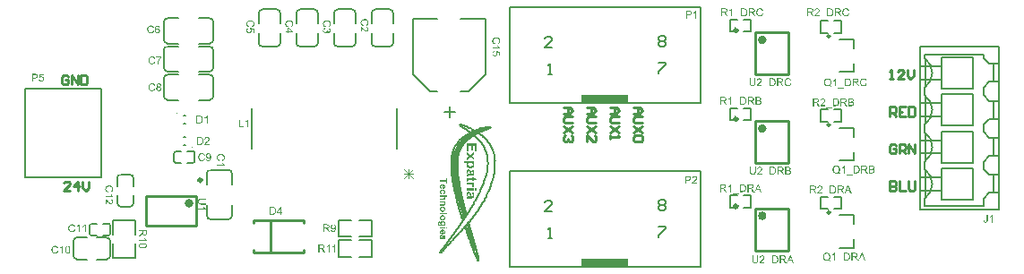
<source format=gto>
G04*
G04 #@! TF.GenerationSoftware,Altium Limited,Altium Designer,21.3.1 (25)*
G04*
G04 Layer_Color=65535*
%FSLAX25Y25*%
%MOIN*%
G70*
G04*
G04 #@! TF.SameCoordinates,28642905-D900-4296-AB16-E10C3E418D5C*
G04*
G04*
G04 #@! TF.FilePolarity,Positive*
G04*
G01*
G75*
%ADD10C,0.00394*%
%ADD11C,0.01575*%
%ADD12C,0.01181*%
%ADD13C,0.00984*%
%ADD14C,0.00787*%
%ADD15C,0.00093*%
%ADD16C,0.00559*%
%ADD17C,0.00284*%
%ADD18C,0.01702*%
%ADD19C,0.00568*%
%ADD20C,0.00851*%
%ADD21C,0.01000*%
%ADD22C,0.00600*%
%ADD23C,0.00300*%
%ADD24R,0.17717X0.03150*%
G36*
X165823Y-54786D02*
X165174D01*
Y-52716D01*
X164323D01*
Y-54643D01*
X163674D01*
Y-52716D01*
X162628D01*
Y-54861D01*
X161979D01*
Y-51940D01*
X165823D01*
Y-54786D01*
D02*
G37*
G36*
X163412Y-56162D02*
X164766Y-55198D01*
Y-56095D01*
X163997Y-56590D01*
X164766Y-57111D01*
Y-57973D01*
X163446Y-57028D01*
X161979Y-58060D01*
Y-57156D01*
X162842Y-56590D01*
X161979Y-56020D01*
Y-55157D01*
X163412Y-56162D01*
D02*
G37*
G36*
X164766Y-59162D02*
X164357D01*
X164364Y-59170D01*
X164372Y-59177D01*
X164387Y-59185D01*
X164428Y-59215D01*
X164473Y-59256D01*
X164529Y-59308D01*
X164586Y-59368D01*
X164642Y-59440D01*
X164694Y-59522D01*
Y-59526D01*
X164702Y-59533D01*
X164706Y-59545D01*
X164717Y-59563D01*
X164724Y-59582D01*
X164736Y-59608D01*
X164747Y-59638D01*
X164762Y-59672D01*
X164784Y-59747D01*
X164807Y-59833D01*
X164822Y-59927D01*
X164826Y-60028D01*
Y-60051D01*
X164822Y-60077D01*
X164818Y-60111D01*
X164814Y-60152D01*
X164807Y-60201D01*
X164792Y-60253D01*
X164777Y-60313D01*
X164758Y-60377D01*
X164732Y-60445D01*
X164702Y-60512D01*
X164664Y-60583D01*
X164619Y-60651D01*
X164571Y-60722D01*
X164511Y-60790D01*
X164443Y-60853D01*
X164439Y-60857D01*
X164424Y-60868D01*
X164406Y-60883D01*
X164372Y-60906D01*
X164334Y-60932D01*
X164289Y-60962D01*
X164233Y-60992D01*
X164169Y-61026D01*
X164098Y-61056D01*
X164019Y-61086D01*
X163933Y-61116D01*
X163836Y-61142D01*
X163734Y-61165D01*
X163626Y-61180D01*
X163509Y-61191D01*
X163386Y-61195D01*
X163382D01*
X163378D01*
X163356D01*
X163318Y-61191D01*
X163269D01*
X163213Y-61183D01*
X163146Y-61176D01*
X163071Y-61165D01*
X162988Y-61153D01*
X162902Y-61135D01*
X162816Y-61112D01*
X162726Y-61082D01*
X162636Y-61048D01*
X162546Y-61011D01*
X162459Y-60962D01*
X162377Y-60910D01*
X162302Y-60850D01*
X162298Y-60846D01*
X162287Y-60835D01*
X162268Y-60816D01*
X162242Y-60790D01*
X162212Y-60756D01*
X162178Y-60715D01*
X162144Y-60670D01*
X162111Y-60617D01*
X162073Y-60561D01*
X162039Y-60497D01*
X162006Y-60430D01*
X161976Y-60358D01*
X161953Y-60280D01*
X161931Y-60201D01*
X161919Y-60115D01*
X161916Y-60025D01*
Y-59987D01*
X161919Y-59965D01*
Y-59942D01*
X161927Y-59886D01*
X161938Y-59818D01*
X161953Y-59751D01*
X161976Y-59676D01*
X162006Y-59605D01*
Y-59601D01*
X162009Y-59597D01*
X162017Y-59586D01*
X162024Y-59571D01*
X162047Y-59533D01*
X162081Y-59485D01*
X162122Y-59425D01*
X162178Y-59361D01*
X162242Y-59286D01*
X162321Y-59211D01*
X160922D01*
Y-58476D01*
X164766D01*
Y-59162D01*
D02*
G37*
G36*
X162778Y-61588D02*
X162797D01*
X162823Y-61592D01*
X162879Y-61600D01*
X162943Y-61611D01*
X163014Y-61633D01*
X163086Y-61660D01*
X163157Y-61697D01*
X163161D01*
X163164Y-61701D01*
X163187Y-61720D01*
X163221Y-61742D01*
X163262Y-61780D01*
X163307Y-61825D01*
X163352Y-61877D01*
X163397Y-61941D01*
X163438Y-62012D01*
Y-62016D01*
X163442Y-62023D01*
X163449Y-62035D01*
X163457Y-62050D01*
X163464Y-62072D01*
X163476Y-62095D01*
X163487Y-62128D01*
X163498Y-62162D01*
X163509Y-62200D01*
X163524Y-62245D01*
X163539Y-62293D01*
X163554Y-62346D01*
X163569Y-62402D01*
X163584Y-62462D01*
X163596Y-62526D01*
X163611Y-62597D01*
Y-62605D01*
X163614Y-62620D01*
X163622Y-62646D01*
X163626Y-62680D01*
X163637Y-62721D01*
X163644Y-62770D01*
X163659Y-62822D01*
X163671Y-62878D01*
X163697Y-62998D01*
X163731Y-63115D01*
X163746Y-63171D01*
X163761Y-63223D01*
X163779Y-63272D01*
X163794Y-63313D01*
X163866D01*
X163869D01*
X163877D01*
X163884D01*
X163899D01*
X163937Y-63310D01*
X163986Y-63302D01*
X164034Y-63287D01*
X164083Y-63268D01*
X164132Y-63242D01*
X164169Y-63208D01*
X164173Y-63205D01*
X164184Y-63186D01*
X164199Y-63160D01*
X164218Y-63118D01*
X164233Y-63066D01*
X164241Y-63032D01*
X164248Y-62998D01*
X164256Y-62957D01*
X164259Y-62912D01*
X164263Y-62863D01*
Y-62777D01*
X164259Y-62743D01*
X164252Y-62698D01*
X164244Y-62650D01*
X164229Y-62597D01*
X164211Y-62548D01*
X164184Y-62503D01*
X164181Y-62500D01*
X164169Y-62485D01*
X164151Y-62466D01*
X164121Y-62440D01*
X164083Y-62413D01*
X164038Y-62383D01*
X163982Y-62353D01*
X163914Y-62327D01*
X164034Y-61660D01*
X164038D01*
X164053Y-61663D01*
X164072Y-61671D01*
X164102Y-61682D01*
X164132Y-61693D01*
X164173Y-61708D01*
X164214Y-61727D01*
X164259Y-61750D01*
X164357Y-61802D01*
X164454Y-61870D01*
X164548Y-61952D01*
X164593Y-61997D01*
X164631Y-62046D01*
X164634Y-62050D01*
X164638Y-62057D01*
X164649Y-62076D01*
X164661Y-62098D01*
X164676Y-62128D01*
X164691Y-62162D01*
X164709Y-62203D01*
X164728Y-62252D01*
X164747Y-62308D01*
X164766Y-62368D01*
X164781Y-62436D01*
X164796Y-62511D01*
X164807Y-62590D01*
X164818Y-62676D01*
X164822Y-62770D01*
X164826Y-62867D01*
Y-62950D01*
X164822Y-62987D01*
X164818Y-63036D01*
X164814Y-63088D01*
X164811Y-63145D01*
X164796Y-63261D01*
X164777Y-63385D01*
X164747Y-63497D01*
X164728Y-63550D01*
X164706Y-63598D01*
Y-63602D01*
X164702Y-63610D01*
X164694Y-63621D01*
X164683Y-63640D01*
X164661Y-63681D01*
X164627Y-63733D01*
X164582Y-63790D01*
X164533Y-63846D01*
X164473Y-63898D01*
X164409Y-63940D01*
X164406D01*
X164402Y-63943D01*
X164391Y-63951D01*
X164376Y-63955D01*
X164353Y-63962D01*
X164327Y-63973D01*
X164297Y-63981D01*
X164263Y-63992D01*
X164218Y-64000D01*
X164173Y-64007D01*
X164117Y-64018D01*
X164057Y-64026D01*
X163993Y-64033D01*
X163918Y-64037D01*
X163839Y-64041D01*
X163753D01*
X162891Y-64030D01*
X162887D01*
X162876D01*
X162857D01*
X162831D01*
X162801D01*
X162767Y-64033D01*
X162688D01*
X162598Y-64037D01*
X162508Y-64045D01*
X162426Y-64052D01*
X162384Y-64056D01*
X162351Y-64063D01*
X162343D01*
X162321Y-64071D01*
X162287Y-64078D01*
X162238Y-64093D01*
X162186Y-64112D01*
X162122Y-64135D01*
X162054Y-64165D01*
X161979Y-64198D01*
Y-63471D01*
X161983D01*
X161994Y-63467D01*
X162009Y-63460D01*
X162032Y-63452D01*
X162062Y-63441D01*
X162099Y-63430D01*
X162144Y-63415D01*
X162193Y-63400D01*
X162197D01*
X162204Y-63396D01*
X162231Y-63388D01*
X162257Y-63381D01*
X162272Y-63377D01*
X162279Y-63373D01*
X162276Y-63370D01*
X162272Y-63366D01*
X162261Y-63355D01*
X162249Y-63340D01*
X162216Y-63302D01*
X162178Y-63250D01*
X162133Y-63190D01*
X162088Y-63122D01*
X162043Y-63047D01*
X162006Y-62968D01*
Y-62965D01*
X162002Y-62957D01*
X161998Y-62946D01*
X161991Y-62931D01*
X161983Y-62912D01*
X161976Y-62890D01*
X161961Y-62830D01*
X161946Y-62762D01*
X161931Y-62683D01*
X161919Y-62597D01*
X161916Y-62507D01*
Y-62466D01*
X161919Y-62436D01*
X161923Y-62402D01*
X161927Y-62357D01*
X161934Y-62312D01*
X161946Y-62263D01*
X161972Y-62155D01*
X161991Y-62098D01*
X162013Y-62042D01*
X162039Y-61986D01*
X162073Y-61933D01*
X162107Y-61881D01*
X162148Y-61832D01*
X162152Y-61828D01*
X162159Y-61821D01*
X162171Y-61810D01*
X162189Y-61795D01*
X162212Y-61776D01*
X162242Y-61753D01*
X162272Y-61731D01*
X162309Y-61708D01*
X162351Y-61686D01*
X162396Y-61663D01*
X162444Y-61641D01*
X162493Y-61622D01*
X162549Y-61607D01*
X162609Y-61596D01*
X162673Y-61588D01*
X162737Y-61585D01*
X162741D01*
X162748D01*
X162759D01*
X162778Y-61588D01*
D02*
G37*
G36*
X164766Y-64798D02*
X165321D01*
X165752Y-65533D01*
X164766D01*
Y-66036D01*
X164177D01*
Y-65533D01*
X163052D01*
X163048D01*
X163037D01*
X163022D01*
X162999D01*
X162969D01*
X162939D01*
X162876D01*
X162804Y-65537D01*
X162741D01*
X162711Y-65541D01*
X162688D01*
X162669Y-65545D01*
X162654D01*
X162651D01*
X162647Y-65548D01*
X162621Y-65560D01*
X162591Y-65578D01*
X162561Y-65608D01*
Y-65612D01*
X162557Y-65620D01*
X162549Y-65631D01*
X162546Y-65646D01*
X162531Y-65683D01*
X162527Y-65736D01*
Y-65755D01*
X162531Y-65777D01*
X162534Y-65811D01*
X162542Y-65852D01*
X162557Y-65905D01*
X162572Y-65965D01*
X162594Y-66032D01*
X162024Y-66096D01*
Y-66092D01*
X162021Y-66085D01*
X162013Y-66070D01*
X162009Y-66051D01*
X161998Y-66025D01*
X161991Y-65998D01*
X161979Y-65965D01*
X161972Y-65927D01*
X161961Y-65886D01*
X161949Y-65841D01*
X161934Y-65743D01*
X161919Y-65631D01*
X161916Y-65515D01*
Y-65481D01*
X161919Y-65443D01*
X161923Y-65395D01*
X161931Y-65338D01*
X161942Y-65278D01*
X161957Y-65218D01*
X161979Y-65155D01*
X161983Y-65147D01*
X161991Y-65128D01*
X162006Y-65102D01*
X162028Y-65068D01*
X162051Y-65027D01*
X162081Y-64990D01*
X162114Y-64952D01*
X162152Y-64922D01*
X162156Y-64918D01*
X162171Y-64911D01*
X162197Y-64896D01*
X162231Y-64881D01*
X162272Y-64866D01*
X162321Y-64847D01*
X162377Y-64832D01*
X162441Y-64821D01*
X162448D01*
X162456Y-64817D01*
X162467D01*
X162482D01*
X162501Y-64813D01*
X162527D01*
X162553Y-64810D01*
X162587Y-64806D01*
X162624D01*
X162666Y-64802D01*
X162714D01*
X162767D01*
X162827Y-64798D01*
X162891D01*
X162962D01*
X164177D01*
Y-64461D01*
X164766D01*
Y-64798D01*
D02*
G37*
G36*
Y-67206D02*
X164368D01*
X164372Y-67210D01*
X164379Y-67213D01*
X164394Y-67225D01*
X164413Y-67236D01*
X164436Y-67251D01*
X164462Y-67270D01*
X164518Y-67311D01*
X164582Y-67360D01*
X164642Y-67408D01*
X164694Y-67465D01*
X164717Y-67491D01*
X164736Y-67517D01*
X164739Y-67525D01*
X164751Y-67543D01*
X164766Y-67573D01*
X164781Y-67611D01*
X164796Y-67656D01*
X164811Y-67712D01*
X164822Y-67772D01*
X164826Y-67836D01*
Y-67862D01*
X164822Y-67877D01*
Y-67900D01*
X164818Y-67930D01*
X164807Y-67990D01*
X164792Y-68065D01*
X164766Y-68147D01*
X164732Y-68233D01*
X164683Y-68323D01*
X164042Y-68095D01*
Y-68091D01*
X164046Y-68087D01*
X164053Y-68076D01*
X164061Y-68065D01*
X164079Y-68027D01*
X164106Y-67982D01*
X164128Y-67926D01*
X164147Y-67870D01*
X164162Y-67806D01*
X164166Y-67746D01*
Y-67720D01*
X164162Y-67693D01*
X164154Y-67656D01*
X164143Y-67615D01*
X164128Y-67570D01*
X164109Y-67525D01*
X164079Y-67483D01*
X164076Y-67480D01*
X164064Y-67465D01*
X164042Y-67446D01*
X164008Y-67423D01*
X163967Y-67393D01*
X163911Y-67367D01*
X163847Y-67341D01*
X163768Y-67315D01*
X163764D01*
X163757Y-67311D01*
X163742D01*
X163723Y-67307D01*
X163697Y-67300D01*
X163659Y-67296D01*
X163618Y-67292D01*
X163569Y-67285D01*
X163509Y-67281D01*
X163446Y-67273D01*
X163367Y-67270D01*
X163284Y-67266D01*
X163187Y-67262D01*
X163082Y-67258D01*
X162966Y-67255D01*
X162838D01*
X161979D01*
Y-66520D01*
X164766D01*
Y-67206D01*
D02*
G37*
G36*
X165823Y-69377D02*
X165141D01*
Y-68642D01*
X165823D01*
Y-69377D01*
D02*
G37*
G36*
X164766D02*
X161979D01*
Y-68642D01*
X164766D01*
Y-69377D01*
D02*
G37*
G36*
X162778Y-69943D02*
X162797D01*
X162823Y-69947D01*
X162879Y-69955D01*
X162943Y-69966D01*
X163014Y-69988D01*
X163086Y-70015D01*
X163157Y-70052D01*
X163161D01*
X163164Y-70056D01*
X163187Y-70075D01*
X163221Y-70097D01*
X163262Y-70135D01*
X163307Y-70180D01*
X163352Y-70232D01*
X163397Y-70296D01*
X163438Y-70367D01*
Y-70371D01*
X163442Y-70378D01*
X163449Y-70390D01*
X163457Y-70405D01*
X163464Y-70427D01*
X163476Y-70450D01*
X163487Y-70483D01*
X163498Y-70517D01*
X163509Y-70555D01*
X163524Y-70600D01*
X163539Y-70648D01*
X163554Y-70701D01*
X163569Y-70757D01*
X163584Y-70817D01*
X163596Y-70881D01*
X163611Y-70952D01*
Y-70960D01*
X163614Y-70975D01*
X163622Y-71001D01*
X163626Y-71035D01*
X163637Y-71076D01*
X163644Y-71125D01*
X163659Y-71177D01*
X163671Y-71233D01*
X163697Y-71353D01*
X163731Y-71470D01*
X163746Y-71526D01*
X163761Y-71578D01*
X163779Y-71627D01*
X163794Y-71668D01*
X163866D01*
X163869D01*
X163877D01*
X163884D01*
X163899D01*
X163937Y-71665D01*
X163986Y-71657D01*
X164034Y-71642D01*
X164083Y-71623D01*
X164132Y-71597D01*
X164169Y-71563D01*
X164173Y-71560D01*
X164184Y-71541D01*
X164199Y-71515D01*
X164218Y-71473D01*
X164233Y-71421D01*
X164241Y-71387D01*
X164248Y-71353D01*
X164256Y-71312D01*
X164259Y-71267D01*
X164263Y-71218D01*
Y-71132D01*
X164259Y-71098D01*
X164252Y-71053D01*
X164244Y-71005D01*
X164229Y-70952D01*
X164211Y-70903D01*
X164184Y-70858D01*
X164181Y-70855D01*
X164169Y-70840D01*
X164151Y-70821D01*
X164121Y-70795D01*
X164083Y-70768D01*
X164038Y-70738D01*
X163982Y-70708D01*
X163914Y-70682D01*
X164034Y-70015D01*
X164038D01*
X164053Y-70018D01*
X164072Y-70026D01*
X164102Y-70037D01*
X164132Y-70048D01*
X164173Y-70063D01*
X164214Y-70082D01*
X164259Y-70105D01*
X164357Y-70157D01*
X164454Y-70225D01*
X164548Y-70307D01*
X164593Y-70352D01*
X164631Y-70401D01*
X164634Y-70405D01*
X164638Y-70412D01*
X164649Y-70431D01*
X164661Y-70453D01*
X164676Y-70483D01*
X164691Y-70517D01*
X164709Y-70558D01*
X164728Y-70607D01*
X164747Y-70663D01*
X164766Y-70723D01*
X164781Y-70791D01*
X164796Y-70866D01*
X164807Y-70945D01*
X164818Y-71031D01*
X164822Y-71125D01*
X164826Y-71222D01*
Y-71305D01*
X164822Y-71342D01*
X164818Y-71391D01*
X164814Y-71443D01*
X164811Y-71500D01*
X164796Y-71616D01*
X164777Y-71740D01*
X164747Y-71852D01*
X164728Y-71905D01*
X164706Y-71953D01*
Y-71957D01*
X164702Y-71965D01*
X164694Y-71976D01*
X164683Y-71995D01*
X164661Y-72036D01*
X164627Y-72088D01*
X164582Y-72145D01*
X164533Y-72201D01*
X164473Y-72253D01*
X164409Y-72295D01*
X164406D01*
X164402Y-72298D01*
X164391Y-72306D01*
X164376Y-72310D01*
X164353Y-72317D01*
X164327Y-72328D01*
X164297Y-72336D01*
X164263Y-72347D01*
X164218Y-72355D01*
X164173Y-72362D01*
X164117Y-72373D01*
X164057Y-72381D01*
X163993Y-72388D01*
X163918Y-72392D01*
X163839Y-72396D01*
X163753D01*
X162891Y-72385D01*
X162887D01*
X162876D01*
X162857D01*
X162831D01*
X162801D01*
X162767Y-72388D01*
X162688D01*
X162598Y-72392D01*
X162508Y-72400D01*
X162426Y-72407D01*
X162384Y-72411D01*
X162351Y-72418D01*
X162343D01*
X162321Y-72426D01*
X162287Y-72433D01*
X162238Y-72448D01*
X162186Y-72467D01*
X162122Y-72490D01*
X162054Y-72520D01*
X161979Y-72553D01*
Y-71826D01*
X161983D01*
X161994Y-71822D01*
X162009Y-71815D01*
X162032Y-71807D01*
X162062Y-71796D01*
X162099Y-71785D01*
X162144Y-71770D01*
X162193Y-71755D01*
X162197D01*
X162204Y-71751D01*
X162231Y-71743D01*
X162257Y-71736D01*
X162272Y-71732D01*
X162279Y-71728D01*
X162276Y-71725D01*
X162272Y-71721D01*
X162261Y-71710D01*
X162249Y-71695D01*
X162216Y-71657D01*
X162178Y-71605D01*
X162133Y-71545D01*
X162088Y-71477D01*
X162043Y-71402D01*
X162006Y-71323D01*
Y-71320D01*
X162002Y-71312D01*
X161998Y-71301D01*
X161991Y-71286D01*
X161983Y-71267D01*
X161976Y-71245D01*
X161961Y-71185D01*
X161946Y-71117D01*
X161931Y-71038D01*
X161919Y-70952D01*
X161916Y-70862D01*
Y-70821D01*
X161919Y-70791D01*
X161923Y-70757D01*
X161927Y-70712D01*
X161934Y-70667D01*
X161946Y-70618D01*
X161972Y-70510D01*
X161991Y-70453D01*
X162013Y-70397D01*
X162039Y-70341D01*
X162073Y-70288D01*
X162107Y-70236D01*
X162148Y-70187D01*
X162152Y-70183D01*
X162159Y-70176D01*
X162171Y-70165D01*
X162189Y-70150D01*
X162212Y-70131D01*
X162242Y-70108D01*
X162272Y-70086D01*
X162309Y-70063D01*
X162351Y-70041D01*
X162396Y-70018D01*
X162444Y-69996D01*
X162493Y-69977D01*
X162549Y-69962D01*
X162609Y-69951D01*
X162673Y-69943D01*
X162737Y-69940D01*
X162741D01*
X162748D01*
X162759D01*
X162778Y-69943D01*
D02*
G37*
G36*
X154686Y-66917D02*
X154254D01*
Y-66160D01*
X152124D01*
Y-65642D01*
X154254D01*
Y-64882D01*
X154686D01*
Y-66917D01*
D02*
G37*
G36*
X153081Y-67105D02*
X153111Y-67107D01*
X153151Y-67110D01*
X153196Y-67115D01*
X153246Y-67122D01*
X153299Y-67132D01*
X153356Y-67145D01*
X153414Y-67160D01*
X153474Y-67180D01*
X153536Y-67205D01*
X153594Y-67232D01*
X153651Y-67262D01*
X153706Y-67300D01*
X153759Y-67342D01*
X153761Y-67345D01*
X153771Y-67352D01*
X153784Y-67367D01*
X153799Y-67385D01*
X153819Y-67410D01*
X153841Y-67437D01*
X153866Y-67472D01*
X153891Y-67510D01*
X153914Y-67552D01*
X153939Y-67597D01*
X153961Y-67647D01*
X153981Y-67702D01*
X153996Y-67760D01*
X154011Y-67820D01*
X154019Y-67885D01*
X154021Y-67952D01*
Y-67970D01*
X154019Y-67992D01*
X154016Y-68020D01*
X154014Y-68055D01*
X154006Y-68097D01*
X153999Y-68142D01*
X153986Y-68190D01*
X153971Y-68242D01*
X153954Y-68295D01*
X153931Y-68350D01*
X153906Y-68405D01*
X153874Y-68457D01*
X153836Y-68510D01*
X153794Y-68560D01*
X153746Y-68607D01*
X153744Y-68610D01*
X153734Y-68617D01*
X153716Y-68630D01*
X153694Y-68645D01*
X153666Y-68662D01*
X153631Y-68682D01*
X153589Y-68705D01*
X153539Y-68727D01*
X153484Y-68747D01*
X153424Y-68770D01*
X153354Y-68787D01*
X153279Y-68805D01*
X153196Y-68820D01*
X153109Y-68830D01*
X153014Y-68837D01*
X152911D01*
Y-67605D01*
X152909D01*
X152901D01*
X152891Y-67607D01*
X152876D01*
X152856Y-67610D01*
X152836Y-67612D01*
X152786Y-67622D01*
X152731Y-67635D01*
X152674Y-67657D01*
X152619Y-67685D01*
X152594Y-67702D01*
X152569Y-67722D01*
X152566Y-67725D01*
X152564Y-67727D01*
X152559Y-67735D01*
X152551Y-67742D01*
X152531Y-67767D01*
X152509Y-67802D01*
X152486Y-67842D01*
X152469Y-67892D01*
X152454Y-67947D01*
X152451Y-67977D01*
X152449Y-68007D01*
Y-68027D01*
X152451Y-68047D01*
X152456Y-68075D01*
X152464Y-68105D01*
X152476Y-68137D01*
X152491Y-68170D01*
X152511Y-68200D01*
X152514Y-68202D01*
X152524Y-68212D01*
X152539Y-68227D01*
X152561Y-68245D01*
X152589Y-68265D01*
X152624Y-68285D01*
X152664Y-68305D01*
X152714Y-68322D01*
X152631Y-68812D01*
X152629D01*
X152619Y-68807D01*
X152606Y-68802D01*
X152586Y-68795D01*
X152564Y-68785D01*
X152539Y-68772D01*
X152509Y-68757D01*
X152479Y-68740D01*
X152414Y-68697D01*
X152344Y-68645D01*
X152311Y-68617D01*
X152279Y-68585D01*
X152249Y-68550D01*
X152221Y-68512D01*
X152219Y-68510D01*
X152216Y-68502D01*
X152209Y-68492D01*
X152199Y-68475D01*
X152189Y-68455D01*
X152176Y-68432D01*
X152164Y-68405D01*
X152151Y-68372D01*
X152139Y-68337D01*
X152126Y-68300D01*
X152114Y-68257D01*
X152104Y-68212D01*
X152094Y-68165D01*
X152086Y-68112D01*
X152084Y-68060D01*
X152081Y-68002D01*
Y-67982D01*
X152084Y-67957D01*
X152086Y-67922D01*
X152091Y-67882D01*
X152099Y-67837D01*
X152109Y-67785D01*
X152121Y-67730D01*
X152136Y-67672D01*
X152159Y-67615D01*
X152184Y-67555D01*
X152214Y-67495D01*
X152251Y-67437D01*
X152291Y-67382D01*
X152341Y-67332D01*
X152396Y-67285D01*
X152399Y-67282D01*
X152409Y-67277D01*
X152421Y-67267D01*
X152441Y-67257D01*
X152466Y-67242D01*
X152496Y-67227D01*
X152531Y-67210D01*
X152571Y-67195D01*
X152616Y-67177D01*
X152664Y-67160D01*
X152716Y-67145D01*
X152774Y-67130D01*
X152834Y-67120D01*
X152899Y-67110D01*
X152966Y-67105D01*
X153036Y-67102D01*
X153039D01*
X153041D01*
X153056D01*
X153081Y-67105D01*
D02*
G37*
G36*
X153094Y-69130D02*
X153124Y-69132D01*
X153164Y-69135D01*
X153209Y-69140D01*
X153256Y-69147D01*
X153311Y-69157D01*
X153366Y-69170D01*
X153426Y-69187D01*
X153486Y-69207D01*
X153544Y-69230D01*
X153604Y-69257D01*
X153659Y-69290D01*
X153714Y-69327D01*
X153764Y-69370D01*
X153766Y-69372D01*
X153774Y-69382D01*
X153789Y-69395D01*
X153804Y-69415D01*
X153824Y-69440D01*
X153846Y-69467D01*
X153869Y-69502D01*
X153894Y-69542D01*
X153916Y-69587D01*
X153939Y-69637D01*
X153961Y-69690D01*
X153981Y-69750D01*
X153999Y-69812D01*
X154011Y-69880D01*
X154019Y-69952D01*
X154021Y-70027D01*
Y-70060D01*
X154019Y-70082D01*
X154016Y-70112D01*
X154014Y-70145D01*
X154009Y-70182D01*
X154004Y-70222D01*
X153986Y-70307D01*
X153974Y-70352D01*
X153959Y-70397D01*
X153941Y-70440D01*
X153924Y-70485D01*
X153899Y-70525D01*
X153874Y-70565D01*
X153871Y-70567D01*
X153866Y-70575D01*
X153859Y-70585D01*
X153846Y-70597D01*
X153831Y-70615D01*
X153811Y-70635D01*
X153789Y-70655D01*
X153764Y-70677D01*
X153734Y-70700D01*
X153701Y-70725D01*
X153664Y-70750D01*
X153624Y-70772D01*
X153581Y-70795D01*
X153534Y-70817D01*
X153484Y-70837D01*
X153429Y-70855D01*
X153341Y-70370D01*
X153344D01*
X153349D01*
X153356Y-70367D01*
X153366Y-70365D01*
X153391Y-70357D01*
X153424Y-70347D01*
X153459Y-70332D01*
X153494Y-70312D01*
X153529Y-70287D01*
X153559Y-70257D01*
X153561Y-70252D01*
X153571Y-70242D01*
X153584Y-70222D01*
X153596Y-70197D01*
X153611Y-70165D01*
X153621Y-70125D01*
X153631Y-70082D01*
X153634Y-70032D01*
Y-70015D01*
X153631Y-70002D01*
X153629Y-69987D01*
X153626Y-69967D01*
X153619Y-69927D01*
X153604Y-69880D01*
X153581Y-69830D01*
X153566Y-69805D01*
X153549Y-69782D01*
X153529Y-69760D01*
X153506Y-69737D01*
X153504D01*
X153501Y-69732D01*
X153494Y-69727D01*
X153481Y-69720D01*
X153469Y-69712D01*
X153451Y-69702D01*
X153429Y-69695D01*
X153406Y-69685D01*
X153379Y-69675D01*
X153346Y-69665D01*
X153311Y-69655D01*
X153274Y-69647D01*
X153231Y-69640D01*
X153186Y-69635D01*
X153136Y-69632D01*
X153081Y-69630D01*
X153079D01*
X153066D01*
X153049D01*
X153029Y-69632D01*
X153001D01*
X152969Y-69635D01*
X152936Y-69640D01*
X152899Y-69645D01*
X152824Y-69657D01*
X152746Y-69677D01*
X152709Y-69690D01*
X152676Y-69705D01*
X152644Y-69720D01*
X152616Y-69740D01*
X152614Y-69742D01*
X152611Y-69745D01*
X152604Y-69752D01*
X152596Y-69760D01*
X152574Y-69785D01*
X152549Y-69820D01*
X152524Y-69862D01*
X152501Y-69915D01*
X152486Y-69972D01*
X152484Y-70005D01*
X152481Y-70040D01*
Y-70052D01*
X152484Y-70062D01*
X152486Y-70090D01*
X152491Y-70122D01*
X152501Y-70157D01*
X152514Y-70195D01*
X152534Y-70235D01*
X152559Y-70270D01*
X152564Y-70275D01*
X152574Y-70285D01*
X152594Y-70300D01*
X152624Y-70320D01*
X152661Y-70340D01*
X152709Y-70362D01*
X152736Y-70372D01*
X152766Y-70382D01*
X152799Y-70390D01*
X152834Y-70397D01*
X152751Y-70880D01*
X152749D01*
X152736Y-70877D01*
X152719Y-70872D01*
X152696Y-70865D01*
X152669Y-70855D01*
X152636Y-70845D01*
X152601Y-70830D01*
X152564Y-70815D01*
X152524Y-70797D01*
X152484Y-70775D01*
X152441Y-70752D01*
X152399Y-70725D01*
X152359Y-70695D01*
X152319Y-70662D01*
X152281Y-70627D01*
X152249Y-70590D01*
X152246Y-70587D01*
X152241Y-70580D01*
X152234Y-70567D01*
X152224Y-70552D01*
X152209Y-70530D01*
X152196Y-70505D01*
X152181Y-70472D01*
X152166Y-70440D01*
X152149Y-70400D01*
X152134Y-70357D01*
X152121Y-70310D01*
X152109Y-70260D01*
X152096Y-70205D01*
X152089Y-70145D01*
X152084Y-70082D01*
X152081Y-70017D01*
Y-70000D01*
X152084Y-69977D01*
X152086Y-69950D01*
X152089Y-69915D01*
X152094Y-69875D01*
X152104Y-69832D01*
X152114Y-69782D01*
X152126Y-69732D01*
X152144Y-69680D01*
X152164Y-69625D01*
X152189Y-69572D01*
X152219Y-69517D01*
X152251Y-69465D01*
X152291Y-69415D01*
X152336Y-69367D01*
X152339Y-69365D01*
X152349Y-69357D01*
X152364Y-69345D01*
X152384Y-69330D01*
X152409Y-69312D01*
X152441Y-69292D01*
X152479Y-69270D01*
X152521Y-69247D01*
X152571Y-69225D01*
X152624Y-69202D01*
X152681Y-69182D01*
X152746Y-69165D01*
X152814Y-69150D01*
X152889Y-69137D01*
X152966Y-69130D01*
X153049Y-69127D01*
X153051D01*
X153054D01*
X153069D01*
X153094Y-69130D01*
D02*
G37*
G36*
X154686Y-71712D02*
X153739D01*
X153741Y-71715D01*
X153751Y-71722D01*
X153764Y-71737D01*
X153784Y-71755D01*
X153804Y-71777D01*
X153829Y-71805D01*
X153854Y-71837D01*
X153881Y-71872D01*
X153906Y-71912D01*
X153931Y-71955D01*
X153956Y-72002D01*
X153976Y-72052D01*
X153996Y-72107D01*
X154009Y-72162D01*
X154019Y-72222D01*
X154021Y-72282D01*
Y-72312D01*
X154019Y-72325D01*
Y-72342D01*
X154014Y-72385D01*
X154006Y-72432D01*
X153994Y-72485D01*
X153979Y-72537D01*
X153956Y-72590D01*
Y-72592D01*
X153954Y-72595D01*
X153949Y-72602D01*
X153946Y-72612D01*
X153931Y-72637D01*
X153914Y-72667D01*
X153889Y-72700D01*
X153861Y-72735D01*
X153831Y-72767D01*
X153796Y-72795D01*
X153791Y-72797D01*
X153779Y-72807D01*
X153759Y-72817D01*
X153734Y-72832D01*
X153701Y-72850D01*
X153664Y-72865D01*
X153624Y-72880D01*
X153579Y-72890D01*
X153576D01*
X153574Y-72892D01*
X153566D01*
X153556Y-72895D01*
X153544Y-72897D01*
X153529Y-72900D01*
X153511Y-72902D01*
X153489Y-72905D01*
X153464Y-72907D01*
X153436Y-72910D01*
X153406D01*
X153374Y-72912D01*
X153339Y-72915D01*
X153299Y-72917D01*
X153256D01*
X153211D01*
X152124D01*
Y-72427D01*
X153104D01*
X153106D01*
X153116D01*
X153131D01*
X153151D01*
X153174D01*
X153201Y-72425D01*
X153259D01*
X153324Y-72420D01*
X153384Y-72415D01*
X153411Y-72412D01*
X153436Y-72407D01*
X153456Y-72402D01*
X153474Y-72397D01*
X153476D01*
X153486Y-72392D01*
X153501Y-72385D01*
X153519Y-72375D01*
X153539Y-72360D01*
X153559Y-72345D01*
X153579Y-72322D01*
X153599Y-72297D01*
X153601Y-72295D01*
X153606Y-72285D01*
X153614Y-72270D01*
X153624Y-72250D01*
X153631Y-72222D01*
X153639Y-72192D01*
X153644Y-72157D01*
X153646Y-72120D01*
Y-72100D01*
X153644Y-72075D01*
X153639Y-72045D01*
X153631Y-72010D01*
X153621Y-71972D01*
X153606Y-71935D01*
X153586Y-71897D01*
X153584Y-71892D01*
X153576Y-71882D01*
X153561Y-71865D01*
X153541Y-71845D01*
X153516Y-71822D01*
X153486Y-71797D01*
X153449Y-71777D01*
X153406Y-71757D01*
X153404D01*
X153401Y-71755D01*
X153394Y-71752D01*
X153384Y-71750D01*
X153371Y-71747D01*
X153356Y-71742D01*
X153339Y-71740D01*
X153316Y-71735D01*
X153294Y-71730D01*
X153266Y-71727D01*
X153239Y-71722D01*
X153206Y-71720D01*
X153171Y-71717D01*
X153134Y-71715D01*
X153094Y-71712D01*
X153051D01*
X152124D01*
Y-71222D01*
X154686D01*
Y-71712D01*
D02*
G37*
G36*
X153981Y-73867D02*
X153706D01*
X153709Y-73870D01*
X153719Y-73877D01*
X153736Y-73892D01*
X153756Y-73912D01*
X153779Y-73935D01*
X153806Y-73965D01*
X153834Y-73997D01*
X153864Y-74035D01*
X153894Y-74077D01*
X153921Y-74122D01*
X153949Y-74175D01*
X153971Y-74227D01*
X153991Y-74285D01*
X154009Y-74347D01*
X154019Y-74412D01*
X154021Y-74480D01*
Y-74507D01*
X154019Y-74522D01*
Y-74537D01*
X154014Y-74577D01*
X154006Y-74622D01*
X153996Y-74672D01*
X153981Y-74725D01*
X153961Y-74775D01*
Y-74777D01*
X153959Y-74780D01*
X153956Y-74787D01*
X153951Y-74797D01*
X153939Y-74822D01*
X153921Y-74852D01*
X153899Y-74885D01*
X153874Y-74917D01*
X153844Y-74950D01*
X153811Y-74980D01*
X153806Y-74982D01*
X153796Y-74992D01*
X153776Y-75002D01*
X153751Y-75017D01*
X153721Y-75035D01*
X153686Y-75050D01*
X153649Y-75065D01*
X153606Y-75077D01*
X153604D01*
X153601Y-75080D01*
X153594D01*
X153586Y-75082D01*
X153574Y-75085D01*
X153559Y-75087D01*
X153541Y-75090D01*
X153521Y-75092D01*
X153499Y-75095D01*
X153476Y-75097D01*
X153419Y-75100D01*
X153351Y-75105D01*
X153276D01*
X152124D01*
Y-74615D01*
X153069D01*
X153071D01*
X153081D01*
X153096D01*
X153116D01*
X153141D01*
X153169Y-74612D01*
X153199D01*
X153231Y-74610D01*
X153296Y-74607D01*
X153361Y-74602D01*
X153391Y-74597D01*
X153416Y-74592D01*
X153441Y-74587D01*
X153459Y-74582D01*
X153464Y-74580D01*
X153474Y-74577D01*
X153489Y-74567D01*
X153509Y-74557D01*
X153531Y-74542D01*
X153554Y-74525D01*
X153576Y-74502D01*
X153596Y-74477D01*
X153599Y-74475D01*
X153604Y-74465D01*
X153611Y-74450D01*
X153621Y-74430D01*
X153631Y-74405D01*
X153639Y-74377D01*
X153644Y-74342D01*
X153646Y-74307D01*
Y-74285D01*
X153644Y-74262D01*
X153639Y-74230D01*
X153629Y-74195D01*
X153616Y-74157D01*
X153599Y-74117D01*
X153576Y-74077D01*
X153574Y-74072D01*
X153564Y-74060D01*
X153549Y-74042D01*
X153526Y-74022D01*
X153499Y-73997D01*
X153469Y-73975D01*
X153431Y-73955D01*
X153389Y-73937D01*
X153386D01*
X153384Y-73935D01*
X153376D01*
X153366Y-73932D01*
X153354Y-73930D01*
X153336Y-73925D01*
X153316Y-73922D01*
X153294Y-73920D01*
X153266Y-73915D01*
X153234Y-73912D01*
X153199Y-73910D01*
X153161Y-73905D01*
X153119Y-73902D01*
X153071D01*
X153019Y-73900D01*
X152964D01*
X152124D01*
Y-73410D01*
X153981D01*
Y-73867D01*
D02*
G37*
G36*
X153119Y-75490D02*
X153141D01*
X153166Y-75495D01*
X153196Y-75497D01*
X153226Y-75502D01*
X153261Y-75510D01*
X153299Y-75517D01*
X153379Y-75537D01*
X153464Y-75567D01*
X153506Y-75587D01*
X153549Y-75607D01*
X153551Y-75610D01*
X153559Y-75612D01*
X153571Y-75620D01*
X153586Y-75630D01*
X153606Y-75642D01*
X153629Y-75657D01*
X153651Y-75675D01*
X153679Y-75695D01*
X153706Y-75717D01*
X153736Y-75742D01*
X153764Y-75770D01*
X153794Y-75802D01*
X153849Y-75870D01*
X153876Y-75907D01*
X153899Y-75947D01*
X153901Y-75950D01*
X153904Y-75957D01*
X153911Y-75970D01*
X153919Y-75987D01*
X153926Y-76007D01*
X153939Y-76032D01*
X153949Y-76060D01*
X153961Y-76092D01*
X153971Y-76127D01*
X153984Y-76165D01*
X153994Y-76207D01*
X154001Y-76250D01*
X154016Y-76342D01*
X154019Y-76392D01*
X154021Y-76442D01*
Y-76462D01*
X154019Y-76482D01*
X154016Y-76512D01*
X154014Y-76550D01*
X154006Y-76590D01*
X153999Y-76637D01*
X153986Y-76687D01*
X153971Y-76742D01*
X153954Y-76797D01*
X153931Y-76855D01*
X153906Y-76912D01*
X153874Y-76970D01*
X153836Y-77027D01*
X153794Y-77082D01*
X153746Y-77135D01*
X153744Y-77137D01*
X153734Y-77147D01*
X153719Y-77160D01*
X153696Y-77177D01*
X153671Y-77197D01*
X153639Y-77220D01*
X153601Y-77245D01*
X153559Y-77270D01*
X153511Y-77295D01*
X153459Y-77320D01*
X153401Y-77342D01*
X153341Y-77362D01*
X153276Y-77380D01*
X153206Y-77392D01*
X153134Y-77402D01*
X153056Y-77405D01*
X153051D01*
X153039D01*
X153016Y-77402D01*
X152986Y-77400D01*
X152949Y-77397D01*
X152909Y-77390D01*
X152861Y-77382D01*
X152811Y-77370D01*
X152756Y-77357D01*
X152699Y-77337D01*
X152641Y-77317D01*
X152584Y-77290D01*
X152524Y-77260D01*
X152466Y-77222D01*
X152409Y-77180D01*
X152356Y-77132D01*
X152354Y-77130D01*
X152344Y-77120D01*
X152331Y-77105D01*
X152314Y-77082D01*
X152294Y-77057D01*
X152269Y-77025D01*
X152244Y-76987D01*
X152219Y-76945D01*
X152194Y-76897D01*
X152169Y-76845D01*
X152146Y-76790D01*
X152124Y-76727D01*
X152106Y-76665D01*
X152094Y-76595D01*
X152084Y-76522D01*
X152081Y-76447D01*
Y-76422D01*
X152084Y-76405D01*
Y-76382D01*
X152086Y-76355D01*
X152091Y-76325D01*
X152096Y-76290D01*
X152101Y-76255D01*
X152109Y-76217D01*
X152129Y-76135D01*
X152159Y-76047D01*
X152176Y-76005D01*
X152196Y-75960D01*
X152199Y-75957D01*
X152201Y-75950D01*
X152209Y-75937D01*
X152219Y-75922D01*
X152229Y-75902D01*
X152244Y-75880D01*
X152261Y-75855D01*
X152281Y-75830D01*
X152304Y-75800D01*
X152329Y-75772D01*
X152356Y-75742D01*
X152386Y-75712D01*
X152421Y-75685D01*
X152456Y-75657D01*
X152494Y-75632D01*
X152534Y-75607D01*
X152536Y-75605D01*
X152544Y-75602D01*
X152556Y-75597D01*
X152574Y-75590D01*
X152596Y-75580D01*
X152621Y-75570D01*
X152651Y-75560D01*
X152686Y-75547D01*
X152724Y-75537D01*
X152764Y-75525D01*
X152809Y-75515D01*
X152856Y-75507D01*
X152906Y-75497D01*
X152961Y-75492D01*
X153019Y-75490D01*
X153076Y-75487D01*
X153079D01*
X153086D01*
X153101D01*
X153119Y-75490D01*
D02*
G37*
G36*
X154686Y-78280D02*
X152124D01*
Y-77790D01*
X154686D01*
Y-78280D01*
D02*
G37*
G36*
X153119Y-78672D02*
X153141D01*
X153166Y-78677D01*
X153196Y-78680D01*
X153226Y-78685D01*
X153261Y-78692D01*
X153299Y-78700D01*
X153379Y-78720D01*
X153464Y-78750D01*
X153506Y-78770D01*
X153549Y-78790D01*
X153551Y-78792D01*
X153559Y-78795D01*
X153571Y-78802D01*
X153586Y-78812D01*
X153606Y-78825D01*
X153629Y-78840D01*
X153651Y-78857D01*
X153679Y-78877D01*
X153706Y-78900D01*
X153736Y-78925D01*
X153764Y-78952D01*
X153794Y-78985D01*
X153849Y-79052D01*
X153876Y-79090D01*
X153899Y-79130D01*
X153901Y-79132D01*
X153904Y-79140D01*
X153911Y-79152D01*
X153919Y-79170D01*
X153926Y-79190D01*
X153939Y-79215D01*
X153949Y-79242D01*
X153961Y-79275D01*
X153971Y-79310D01*
X153984Y-79347D01*
X153994Y-79390D01*
X154001Y-79432D01*
X154016Y-79525D01*
X154019Y-79575D01*
X154021Y-79625D01*
Y-79645D01*
X154019Y-79665D01*
X154016Y-79695D01*
X154014Y-79732D01*
X154006Y-79772D01*
X153999Y-79820D01*
X153986Y-79870D01*
X153971Y-79925D01*
X153954Y-79980D01*
X153931Y-80037D01*
X153906Y-80095D01*
X153874Y-80152D01*
X153836Y-80210D01*
X153794Y-80265D01*
X153746Y-80317D01*
X153744Y-80320D01*
X153734Y-80330D01*
X153719Y-80342D01*
X153696Y-80360D01*
X153671Y-80380D01*
X153639Y-80402D01*
X153601Y-80427D01*
X153559Y-80452D01*
X153511Y-80477D01*
X153459Y-80502D01*
X153401Y-80525D01*
X153341Y-80545D01*
X153276Y-80562D01*
X153206Y-80575D01*
X153134Y-80585D01*
X153056Y-80587D01*
X153051D01*
X153039D01*
X153016Y-80585D01*
X152986Y-80582D01*
X152949Y-80580D01*
X152909Y-80572D01*
X152861Y-80565D01*
X152811Y-80552D01*
X152756Y-80540D01*
X152699Y-80520D01*
X152641Y-80500D01*
X152584Y-80472D01*
X152524Y-80442D01*
X152466Y-80405D01*
X152409Y-80362D01*
X152356Y-80315D01*
X152354Y-80312D01*
X152344Y-80302D01*
X152331Y-80287D01*
X152314Y-80265D01*
X152294Y-80240D01*
X152269Y-80207D01*
X152244Y-80170D01*
X152219Y-80127D01*
X152194Y-80080D01*
X152169Y-80027D01*
X152146Y-79972D01*
X152124Y-79910D01*
X152106Y-79847D01*
X152094Y-79777D01*
X152084Y-79705D01*
X152081Y-79630D01*
Y-79605D01*
X152084Y-79587D01*
Y-79565D01*
X152086Y-79537D01*
X152091Y-79507D01*
X152096Y-79472D01*
X152101Y-79437D01*
X152109Y-79400D01*
X152129Y-79317D01*
X152159Y-79230D01*
X152176Y-79187D01*
X152196Y-79142D01*
X152199Y-79140D01*
X152201Y-79132D01*
X152209Y-79120D01*
X152219Y-79105D01*
X152229Y-79085D01*
X152244Y-79062D01*
X152261Y-79037D01*
X152281Y-79012D01*
X152304Y-78982D01*
X152329Y-78955D01*
X152356Y-78925D01*
X152386Y-78895D01*
X152421Y-78867D01*
X152456Y-78840D01*
X152494Y-78815D01*
X152534Y-78790D01*
X152536Y-78787D01*
X152544Y-78785D01*
X152556Y-78780D01*
X152574Y-78772D01*
X152596Y-78762D01*
X152621Y-78752D01*
X152651Y-78742D01*
X152686Y-78730D01*
X152724Y-78720D01*
X152764Y-78707D01*
X152809Y-78697D01*
X152856Y-78690D01*
X152906Y-78680D01*
X152961Y-78675D01*
X153019Y-78672D01*
X153076Y-78670D01*
X153079D01*
X153086D01*
X153101D01*
X153119Y-78672D01*
D02*
G37*
G36*
X153106Y-80865D02*
X153139D01*
X153176Y-80870D01*
X153221Y-80875D01*
X153271Y-80880D01*
X153324Y-80890D01*
X153381Y-80902D01*
X153439Y-80917D01*
X153499Y-80935D01*
X153559Y-80957D01*
X153616Y-80982D01*
X153671Y-81012D01*
X153726Y-81045D01*
X153774Y-81085D01*
X153776Y-81087D01*
X153784Y-81095D01*
X153796Y-81107D01*
X153814Y-81125D01*
X153831Y-81147D01*
X153851Y-81175D01*
X153874Y-81205D01*
X153899Y-81240D01*
X153921Y-81277D01*
X153944Y-81320D01*
X153964Y-81365D01*
X153984Y-81415D01*
X153999Y-81467D01*
X154011Y-81522D01*
X154019Y-81582D01*
X154021Y-81642D01*
Y-81657D01*
X154019Y-81675D01*
X154016Y-81700D01*
X154011Y-81730D01*
X154006Y-81762D01*
X153996Y-81802D01*
X153984Y-81842D01*
X153966Y-81887D01*
X153946Y-81932D01*
X153924Y-81980D01*
X153894Y-82027D01*
X153859Y-82077D01*
X153819Y-82122D01*
X153771Y-82170D01*
X153719Y-82212D01*
X153981D01*
Y-82672D01*
X152314D01*
X152311D01*
X152299D01*
X152284D01*
X152261D01*
X152234Y-82670D01*
X152201D01*
X152169Y-82667D01*
X152131Y-82665D01*
X152051Y-82660D01*
X151971Y-82650D01*
X151894Y-82635D01*
X151859Y-82627D01*
X151826Y-82617D01*
X151824D01*
X151819Y-82615D01*
X151811Y-82612D01*
X151799Y-82607D01*
X151771Y-82595D01*
X151734Y-82577D01*
X151694Y-82555D01*
X151651Y-82530D01*
X151609Y-82500D01*
X151571Y-82465D01*
X151566Y-82460D01*
X151556Y-82447D01*
X151539Y-82425D01*
X151516Y-82395D01*
X151494Y-82357D01*
X151469Y-82312D01*
X151446Y-82260D01*
X151424Y-82202D01*
Y-82200D01*
X151421Y-82195D01*
X151419Y-82185D01*
X151416Y-82172D01*
X151411Y-82157D01*
X151406Y-82137D01*
X151401Y-82115D01*
X151399Y-82090D01*
X151394Y-82062D01*
X151389Y-82030D01*
X151384Y-81997D01*
X151379Y-81960D01*
X151374Y-81880D01*
X151371Y-81790D01*
Y-81745D01*
X151374Y-81712D01*
X151376Y-81675D01*
X151379Y-81630D01*
X151384Y-81582D01*
X151391Y-81530D01*
X151411Y-81420D01*
X151424Y-81362D01*
X151439Y-81307D01*
X151459Y-81255D01*
X151481Y-81205D01*
X151506Y-81160D01*
X151534Y-81120D01*
X151536Y-81117D01*
X151541Y-81112D01*
X151551Y-81102D01*
X151564Y-81090D01*
X151579Y-81075D01*
X151599Y-81057D01*
X151621Y-81040D01*
X151646Y-81022D01*
X151674Y-81002D01*
X151706Y-80985D01*
X151739Y-80967D01*
X151776Y-80952D01*
X151816Y-80940D01*
X151856Y-80930D01*
X151901Y-80925D01*
X151946Y-80922D01*
X151951D01*
X151961D01*
X151981D01*
X152004Y-80925D01*
X151936Y-81485D01*
X151931D01*
X151921Y-81487D01*
X151904Y-81492D01*
X151884Y-81497D01*
X151861Y-81507D01*
X151839Y-81517D01*
X151819Y-81532D01*
X151801Y-81550D01*
X151799Y-81552D01*
X151794Y-81562D01*
X151784Y-81580D01*
X151774Y-81605D01*
X151764Y-81635D01*
X151754Y-81672D01*
X151749Y-81717D01*
X151746Y-81770D01*
Y-81802D01*
X151749Y-81817D01*
Y-81835D01*
X151754Y-81877D01*
X151761Y-81925D01*
X151771Y-81972D01*
X151786Y-82020D01*
X151806Y-82060D01*
X151809Y-82062D01*
X151814Y-82070D01*
X151824Y-82082D01*
X151836Y-82097D01*
X151854Y-82112D01*
X151874Y-82127D01*
X151901Y-82145D01*
X151931Y-82157D01*
X151934D01*
X151944Y-82162D01*
X151959Y-82165D01*
X151981Y-82170D01*
X152014Y-82175D01*
X152051Y-82177D01*
X152099Y-82182D01*
X152156D01*
X152429D01*
X152426Y-82180D01*
X152416Y-82172D01*
X152401Y-82160D01*
X152381Y-82142D01*
X152359Y-82120D01*
X152331Y-82095D01*
X152304Y-82065D01*
X152276Y-82030D01*
X152249Y-81990D01*
X152221Y-81947D01*
X152194Y-81902D01*
X152171Y-81852D01*
X152151Y-81800D01*
X152136Y-81745D01*
X152126Y-81687D01*
X152124Y-81625D01*
Y-81607D01*
X152126Y-81590D01*
X152129Y-81562D01*
X152134Y-81532D01*
X152141Y-81495D01*
X152151Y-81455D01*
X152164Y-81410D01*
X152179Y-81365D01*
X152201Y-81315D01*
X152226Y-81267D01*
X152256Y-81217D01*
X152294Y-81167D01*
X152334Y-81120D01*
X152384Y-81075D01*
X152439Y-81032D01*
X152441Y-81030D01*
X152451Y-81025D01*
X152464Y-81017D01*
X152484Y-81005D01*
X152509Y-80992D01*
X152539Y-80980D01*
X152571Y-80962D01*
X152611Y-80947D01*
X152654Y-80932D01*
X152701Y-80917D01*
X152751Y-80902D01*
X152806Y-80890D01*
X152866Y-80877D01*
X152929Y-80870D01*
X152994Y-80865D01*
X153061Y-80862D01*
X153064D01*
X153066D01*
X153081D01*
X153106Y-80865D01*
D02*
G37*
G36*
X154686Y-83650D02*
X154231D01*
Y-83160D01*
X154686D01*
Y-83650D01*
D02*
G37*
G36*
X153981D02*
X152124D01*
Y-83160D01*
X153981D01*
Y-83650D01*
D02*
G37*
G36*
X153081Y-84012D02*
X153111Y-84015D01*
X153151Y-84017D01*
X153196Y-84022D01*
X153246Y-84030D01*
X153299Y-84040D01*
X153356Y-84052D01*
X153414Y-84067D01*
X153474Y-84087D01*
X153536Y-84112D01*
X153594Y-84140D01*
X153651Y-84170D01*
X153706Y-84207D01*
X153759Y-84250D01*
X153761Y-84252D01*
X153771Y-84260D01*
X153784Y-84275D01*
X153799Y-84292D01*
X153819Y-84317D01*
X153841Y-84345D01*
X153866Y-84380D01*
X153891Y-84417D01*
X153914Y-84460D01*
X153939Y-84505D01*
X153961Y-84555D01*
X153981Y-84610D01*
X153996Y-84667D01*
X154011Y-84727D01*
X154019Y-84792D01*
X154021Y-84860D01*
Y-84877D01*
X154019Y-84900D01*
X154016Y-84927D01*
X154014Y-84962D01*
X154006Y-85005D01*
X153999Y-85050D01*
X153986Y-85097D01*
X153971Y-85150D01*
X153954Y-85202D01*
X153931Y-85257D01*
X153906Y-85312D01*
X153874Y-85365D01*
X153836Y-85417D01*
X153794Y-85467D01*
X153746Y-85515D01*
X153744Y-85517D01*
X153734Y-85525D01*
X153716Y-85537D01*
X153694Y-85552D01*
X153666Y-85570D01*
X153631Y-85590D01*
X153589Y-85612D01*
X153539Y-85635D01*
X153484Y-85655D01*
X153424Y-85677D01*
X153354Y-85695D01*
X153279Y-85712D01*
X153196Y-85727D01*
X153109Y-85737D01*
X153014Y-85745D01*
X152911D01*
Y-84512D01*
X152909D01*
X152901D01*
X152891Y-84515D01*
X152876D01*
X152856Y-84517D01*
X152836Y-84520D01*
X152786Y-84530D01*
X152731Y-84542D01*
X152674Y-84565D01*
X152619Y-84592D01*
X152594Y-84610D01*
X152569Y-84630D01*
X152566Y-84632D01*
X152564Y-84635D01*
X152559Y-84642D01*
X152551Y-84650D01*
X152531Y-84675D01*
X152509Y-84710D01*
X152486Y-84750D01*
X152469Y-84800D01*
X152454Y-84855D01*
X152451Y-84885D01*
X152449Y-84915D01*
Y-84935D01*
X152451Y-84955D01*
X152456Y-84982D01*
X152464Y-85012D01*
X152476Y-85045D01*
X152491Y-85077D01*
X152511Y-85107D01*
X152514Y-85110D01*
X152524Y-85120D01*
X152539Y-85135D01*
X152561Y-85152D01*
X152589Y-85172D01*
X152624Y-85192D01*
X152664Y-85212D01*
X152714Y-85230D01*
X152631Y-85720D01*
X152629D01*
X152619Y-85715D01*
X152606Y-85710D01*
X152586Y-85702D01*
X152564Y-85692D01*
X152539Y-85680D01*
X152509Y-85665D01*
X152479Y-85647D01*
X152414Y-85605D01*
X152344Y-85552D01*
X152311Y-85525D01*
X152279Y-85492D01*
X152249Y-85457D01*
X152221Y-85420D01*
X152219Y-85417D01*
X152216Y-85410D01*
X152209Y-85400D01*
X152199Y-85382D01*
X152189Y-85362D01*
X152176Y-85340D01*
X152164Y-85312D01*
X152151Y-85280D01*
X152139Y-85245D01*
X152126Y-85207D01*
X152114Y-85165D01*
X152104Y-85120D01*
X152094Y-85072D01*
X152086Y-85020D01*
X152084Y-84967D01*
X152081Y-84910D01*
Y-84890D01*
X152084Y-84865D01*
X152086Y-84830D01*
X152091Y-84790D01*
X152099Y-84745D01*
X152109Y-84692D01*
X152121Y-84637D01*
X152136Y-84580D01*
X152159Y-84522D01*
X152184Y-84462D01*
X152214Y-84402D01*
X152251Y-84345D01*
X152291Y-84290D01*
X152341Y-84240D01*
X152396Y-84192D01*
X152399Y-84190D01*
X152409Y-84185D01*
X152421Y-84175D01*
X152441Y-84165D01*
X152466Y-84150D01*
X152496Y-84135D01*
X152531Y-84117D01*
X152571Y-84102D01*
X152616Y-84085D01*
X152664Y-84067D01*
X152716Y-84052D01*
X152774Y-84037D01*
X152834Y-84027D01*
X152899Y-84017D01*
X152966Y-84012D01*
X153036Y-84010D01*
X153039D01*
X153041D01*
X153056D01*
X153081Y-84012D01*
D02*
G37*
G36*
X152729Y-86465D02*
X152726D01*
X152721Y-86467D01*
X152714D01*
X152706Y-86472D01*
X152679Y-86480D01*
X152646Y-86492D01*
X152611Y-86510D01*
X152574Y-86530D01*
X152539Y-86557D01*
X152509Y-86590D01*
X152506Y-86595D01*
X152499Y-86607D01*
X152486Y-86630D01*
X152474Y-86660D01*
X152459Y-86700D01*
X152449Y-86745D01*
X152439Y-86800D01*
X152436Y-86860D01*
Y-86892D01*
X152439Y-86907D01*
Y-86925D01*
X152444Y-86967D01*
X152454Y-87015D01*
X152464Y-87062D01*
X152481Y-87107D01*
X152504Y-87147D01*
X152506Y-87150D01*
X152514Y-87157D01*
X152524Y-87167D01*
X152539Y-87180D01*
X152559Y-87192D01*
X152581Y-87202D01*
X152606Y-87210D01*
X152636Y-87212D01*
X152639D01*
X152646D01*
X152656Y-87210D01*
X152669Y-87207D01*
X152699Y-87197D01*
X152714Y-87190D01*
X152729Y-87177D01*
X152731Y-87175D01*
X152734Y-87170D01*
X152741Y-87160D01*
X152751Y-87142D01*
X152761Y-87120D01*
X152771Y-87092D01*
X152781Y-87057D01*
X152794Y-87012D01*
Y-87010D01*
X152796Y-87005D01*
Y-86997D01*
X152799Y-86987D01*
X152804Y-86972D01*
X152806Y-86957D01*
X152816Y-86917D01*
X152826Y-86870D01*
X152841Y-86815D01*
X152856Y-86757D01*
X152874Y-86695D01*
X152909Y-86567D01*
X152929Y-86505D01*
X152949Y-86445D01*
X152971Y-86387D01*
X152991Y-86337D01*
X153014Y-86295D01*
X153024Y-86275D01*
X153034Y-86260D01*
X153036Y-86257D01*
X153041Y-86250D01*
X153049Y-86240D01*
X153061Y-86225D01*
X153076Y-86210D01*
X153096Y-86190D01*
X153116Y-86170D01*
X153141Y-86150D01*
X153171Y-86130D01*
X153201Y-86110D01*
X153236Y-86090D01*
X153274Y-86075D01*
X153314Y-86060D01*
X153356Y-86050D01*
X153404Y-86042D01*
X153451Y-86040D01*
X153454D01*
X153461D01*
X153474Y-86042D01*
X153491D01*
X153511Y-86045D01*
X153536Y-86050D01*
X153564Y-86055D01*
X153591Y-86065D01*
X153624Y-86075D01*
X153656Y-86087D01*
X153689Y-86102D01*
X153724Y-86120D01*
X153759Y-86142D01*
X153791Y-86167D01*
X153824Y-86197D01*
X153856Y-86230D01*
X153859Y-86232D01*
X153864Y-86240D01*
X153871Y-86250D01*
X153881Y-86265D01*
X153894Y-86287D01*
X153909Y-86312D01*
X153924Y-86340D01*
X153939Y-86375D01*
X153954Y-86415D01*
X153969Y-86457D01*
X153984Y-86505D01*
X153996Y-86560D01*
X154006Y-86617D01*
X154014Y-86680D01*
X154019Y-86747D01*
X154021Y-86820D01*
Y-86857D01*
X154019Y-86882D01*
Y-86915D01*
X154014Y-86950D01*
X154011Y-86990D01*
X154006Y-87032D01*
X153991Y-87125D01*
X153969Y-87220D01*
X153954Y-87265D01*
X153939Y-87307D01*
X153919Y-87347D01*
X153896Y-87385D01*
X153894Y-87387D01*
X153891Y-87392D01*
X153884Y-87402D01*
X153874Y-87415D01*
X153859Y-87430D01*
X153844Y-87447D01*
X153826Y-87467D01*
X153804Y-87487D01*
X153779Y-87510D01*
X153751Y-87530D01*
X153721Y-87552D01*
X153689Y-87572D01*
X153654Y-87592D01*
X153614Y-87612D01*
X153574Y-87627D01*
X153529Y-87642D01*
X153444Y-87180D01*
X153446D01*
X153449Y-87177D01*
X153461Y-87175D01*
X153481Y-87165D01*
X153504Y-87155D01*
X153531Y-87140D01*
X153559Y-87120D01*
X153586Y-87095D01*
X153609Y-87065D01*
X153611Y-87060D01*
X153619Y-87050D01*
X153629Y-87030D01*
X153639Y-87005D01*
X153649Y-86972D01*
X153659Y-86930D01*
X153666Y-86885D01*
X153669Y-86830D01*
Y-86797D01*
X153666Y-86782D01*
Y-86765D01*
X153661Y-86722D01*
X153656Y-86677D01*
X153646Y-86630D01*
X153631Y-86587D01*
X153624Y-86570D01*
X153614Y-86552D01*
X153611Y-86550D01*
X153606Y-86545D01*
X153599Y-86535D01*
X153586Y-86525D01*
X153571Y-86515D01*
X153554Y-86505D01*
X153536Y-86500D01*
X153514Y-86497D01*
X153511D01*
X153506D01*
X153496Y-86500D01*
X153484Y-86502D01*
X153469Y-86510D01*
X153454Y-86517D01*
X153439Y-86530D01*
X153424Y-86545D01*
X153421Y-86547D01*
X153419Y-86555D01*
X153416Y-86562D01*
X153411Y-86572D01*
X153404Y-86587D01*
X153396Y-86605D01*
X153389Y-86627D01*
X153379Y-86655D01*
X153369Y-86687D01*
X153359Y-86722D01*
X153346Y-86767D01*
X153331Y-86815D01*
X153319Y-86870D01*
X153304Y-86932D01*
X153286Y-87002D01*
Y-87007D01*
X153281Y-87020D01*
X153276Y-87040D01*
X153271Y-87067D01*
X153261Y-87097D01*
X153251Y-87135D01*
X153239Y-87175D01*
X153226Y-87217D01*
X153194Y-87307D01*
X153156Y-87400D01*
X153136Y-87442D01*
X153114Y-87482D01*
X153091Y-87517D01*
X153069Y-87550D01*
X153066Y-87552D01*
X153064Y-87557D01*
X153056Y-87565D01*
X153044Y-87575D01*
X153031Y-87585D01*
X153014Y-87600D01*
X152996Y-87612D01*
X152974Y-87627D01*
X152949Y-87642D01*
X152921Y-87655D01*
X152891Y-87670D01*
X152859Y-87680D01*
X152824Y-87690D01*
X152784Y-87697D01*
X152744Y-87702D01*
X152701Y-87705D01*
X152699D01*
X152691D01*
X152676Y-87702D01*
X152659D01*
X152636Y-87697D01*
X152611Y-87692D01*
X152581Y-87687D01*
X152551Y-87677D01*
X152519Y-87667D01*
X152481Y-87652D01*
X152446Y-87635D01*
X152409Y-87615D01*
X152371Y-87590D01*
X152336Y-87560D01*
X152299Y-87527D01*
X152264Y-87490D01*
X152261Y-87487D01*
X152256Y-87480D01*
X152246Y-87467D01*
X152236Y-87450D01*
X152221Y-87427D01*
X152206Y-87400D01*
X152189Y-87367D01*
X152174Y-87332D01*
X152156Y-87290D01*
X152139Y-87242D01*
X152124Y-87190D01*
X152109Y-87135D01*
X152099Y-87072D01*
X152089Y-87007D01*
X152084Y-86935D01*
X152081Y-86860D01*
Y-86822D01*
X152084Y-86797D01*
X152086Y-86765D01*
X152089Y-86727D01*
X152094Y-86687D01*
X152101Y-86642D01*
X152109Y-86595D01*
X152119Y-86547D01*
X152131Y-86497D01*
X152146Y-86447D01*
X152164Y-86397D01*
X152184Y-86350D01*
X152206Y-86302D01*
X152234Y-86260D01*
X152236Y-86257D01*
X152241Y-86250D01*
X152249Y-86240D01*
X152261Y-86225D01*
X152279Y-86207D01*
X152296Y-86187D01*
X152319Y-86165D01*
X152344Y-86142D01*
X152374Y-86117D01*
X152404Y-86092D01*
X152439Y-86070D01*
X152476Y-86045D01*
X152516Y-86025D01*
X152559Y-86005D01*
X152606Y-85987D01*
X152654Y-85972D01*
X152729Y-86465D01*
D02*
G37*
G36*
X65447Y-49557D02*
X65478D01*
X65512Y-49560D01*
X65551Y-49566D01*
X65596Y-49574D01*
X65647Y-49582D01*
X65697Y-49596D01*
X65751Y-49610D01*
X65807Y-49630D01*
X65860Y-49653D01*
X65916Y-49678D01*
X65967Y-49709D01*
X66018Y-49745D01*
X66065Y-49785D01*
X66068Y-49788D01*
X66077Y-49796D01*
X66088Y-49807D01*
X66102Y-49827D01*
X66122Y-49849D01*
X66141Y-49875D01*
X66164Y-49905D01*
X66186Y-49942D01*
X66209Y-49981D01*
X66231Y-50026D01*
X66251Y-50071D01*
X66271Y-50122D01*
X66285Y-50175D01*
X66296Y-50234D01*
X66304Y-50293D01*
X66307Y-50355D01*
Y-50358D01*
Y-50363D01*
Y-50372D01*
Y-50383D01*
X66304Y-50400D01*
Y-50417D01*
X66299Y-50462D01*
X66290Y-50512D01*
X66276Y-50572D01*
X66259Y-50633D01*
X66234Y-50695D01*
Y-50698D01*
X66231Y-50704D01*
X66225Y-50712D01*
X66220Y-50723D01*
X66211Y-50740D01*
X66203Y-50757D01*
X66178Y-50802D01*
X66147Y-50853D01*
X66105Y-50914D01*
X66057Y-50979D01*
X65998Y-51046D01*
X65995Y-51049D01*
X65990Y-51055D01*
X65981Y-51066D01*
X65967Y-51080D01*
X65947Y-51100D01*
X65928Y-51122D01*
X65900Y-51148D01*
X65869Y-51178D01*
X65835Y-51212D01*
X65793Y-51252D01*
X65751Y-51294D01*
X65700Y-51339D01*
X65647Y-51386D01*
X65588Y-51440D01*
X65523Y-51493D01*
X65456Y-51552D01*
X65453Y-51555D01*
X65442Y-51563D01*
X65425Y-51577D01*
X65405Y-51594D01*
X65380Y-51617D01*
X65352Y-51642D01*
X65284Y-51698D01*
X65217Y-51757D01*
X65149Y-51816D01*
X65118Y-51844D01*
X65090Y-51872D01*
X65065Y-51895D01*
X65045Y-51915D01*
X65043Y-51917D01*
X65031Y-51932D01*
X65014Y-51951D01*
X64992Y-51974D01*
X64969Y-52005D01*
X64944Y-52035D01*
X64919Y-52069D01*
X64896Y-52106D01*
X66310D01*
Y-52446D01*
X64407D01*
Y-52443D01*
Y-52440D01*
Y-52423D01*
Y-52401D01*
X64410Y-52367D01*
X64416Y-52330D01*
X64421Y-52288D01*
X64433Y-52246D01*
X64447Y-52201D01*
Y-52198D01*
X64450Y-52193D01*
X64455Y-52182D01*
X64461Y-52168D01*
X64469Y-52151D01*
X64478Y-52131D01*
X64503Y-52080D01*
X64537Y-52021D01*
X64576Y-51957D01*
X64624Y-51889D01*
X64680Y-51819D01*
X64683Y-51816D01*
X64688Y-51811D01*
X64697Y-51799D01*
X64711Y-51785D01*
X64728Y-51768D01*
X64748Y-51746D01*
X64770Y-51721D01*
X64798Y-51693D01*
X64829Y-51665D01*
X64863Y-51631D01*
X64902Y-51594D01*
X64941Y-51555D01*
X64986Y-51516D01*
X65034Y-51473D01*
X65087Y-51429D01*
X65141Y-51384D01*
X65146Y-51378D01*
X65161Y-51367D01*
X65186Y-51347D01*
X65217Y-51319D01*
X65256Y-51288D01*
X65298Y-51249D01*
X65346Y-51206D01*
X65397Y-51162D01*
X65503Y-51063D01*
X65607Y-50962D01*
X65655Y-50911D01*
X65700Y-50861D01*
X65742Y-50816D01*
X65776Y-50771D01*
X65779Y-50768D01*
X65784Y-50760D01*
X65793Y-50748D01*
X65801Y-50732D01*
X65815Y-50712D01*
X65829Y-50690D01*
X65843Y-50661D01*
X65860Y-50633D01*
X65891Y-50569D01*
X65919Y-50498D01*
X65928Y-50459D01*
X65936Y-50423D01*
X65942Y-50383D01*
X65944Y-50347D01*
Y-50344D01*
Y-50338D01*
Y-50327D01*
X65942Y-50310D01*
X65939Y-50293D01*
X65936Y-50274D01*
X65925Y-50223D01*
X65908Y-50167D01*
X65880Y-50108D01*
X65863Y-50080D01*
X65843Y-50049D01*
X65821Y-50021D01*
X65793Y-49993D01*
X65790Y-49990D01*
X65787Y-49987D01*
X65776Y-49979D01*
X65765Y-49970D01*
X65751Y-49959D01*
X65731Y-49948D01*
X65711Y-49934D01*
X65686Y-49920D01*
X65661Y-49905D01*
X65630Y-49891D01*
X65562Y-49869D01*
X65487Y-49852D01*
X65444Y-49849D01*
X65399Y-49847D01*
X65374D01*
X65357Y-49849D01*
X65335Y-49852D01*
X65310Y-49855D01*
X65281Y-49861D01*
X65253Y-49866D01*
X65186Y-49883D01*
X65118Y-49911D01*
X65085Y-49928D01*
X65051Y-49951D01*
X65020Y-49973D01*
X64989Y-50001D01*
X64986Y-50004D01*
X64983Y-50007D01*
X64975Y-50018D01*
X64967Y-50029D01*
X64955Y-50043D01*
X64941Y-50063D01*
X64927Y-50085D01*
X64913Y-50111D01*
X64899Y-50139D01*
X64885Y-50170D01*
X64874Y-50206D01*
X64860Y-50243D01*
X64851Y-50282D01*
X64843Y-50327D01*
X64840Y-50372D01*
X64837Y-50423D01*
X64475Y-50386D01*
Y-50380D01*
X64478Y-50369D01*
X64481Y-50347D01*
X64483Y-50319D01*
X64492Y-50285D01*
X64500Y-50245D01*
X64511Y-50203D01*
X64523Y-50156D01*
X64539Y-50108D01*
X64559Y-50057D01*
X64582Y-50007D01*
X64607Y-49953D01*
X64638Y-49903D01*
X64672Y-49855D01*
X64711Y-49810D01*
X64753Y-49768D01*
X64756Y-49765D01*
X64764Y-49759D01*
X64778Y-49748D01*
X64798Y-49734D01*
X64823Y-49717D01*
X64851Y-49700D01*
X64888Y-49681D01*
X64927Y-49661D01*
X64972Y-49641D01*
X65020Y-49622D01*
X65073Y-49605D01*
X65132Y-49588D01*
X65194Y-49574D01*
X65262Y-49563D01*
X65332Y-49557D01*
X65408Y-49554D01*
X65428D01*
X65447Y-49557D01*
D02*
G37*
G36*
X62797Y-49568D02*
X62834D01*
X62870Y-49571D01*
X62955Y-49577D01*
X63039Y-49582D01*
X63121Y-49594D01*
X63160Y-49599D01*
X63194Y-49608D01*
X63196D01*
X63205Y-49610D01*
X63219Y-49613D01*
X63236Y-49619D01*
X63258Y-49624D01*
X63281Y-49633D01*
X63309Y-49644D01*
X63340Y-49655D01*
X63407Y-49683D01*
X63477Y-49720D01*
X63550Y-49762D01*
X63618Y-49816D01*
X63621Y-49818D01*
X63629Y-49824D01*
X63640Y-49835D01*
X63654Y-49849D01*
X63674Y-49869D01*
X63696Y-49891D01*
X63719Y-49920D01*
X63747Y-49948D01*
X63772Y-49981D01*
X63801Y-50021D01*
X63829Y-50060D01*
X63857Y-50102D01*
X63885Y-50150D01*
X63910Y-50200D01*
X63958Y-50307D01*
Y-50310D01*
X63964Y-50321D01*
X63969Y-50338D01*
X63975Y-50361D01*
X63986Y-50389D01*
X63994Y-50423D01*
X64006Y-50462D01*
X64017Y-50504D01*
X64025Y-50552D01*
X64037Y-50605D01*
X64048Y-50661D01*
X64056Y-50720D01*
X64062Y-50785D01*
X64067Y-50850D01*
X64073Y-50990D01*
Y-50993D01*
Y-51004D01*
Y-51021D01*
Y-51046D01*
X64070Y-51074D01*
Y-51108D01*
X64067Y-51145D01*
X64065Y-51187D01*
X64059Y-51232D01*
X64053Y-51277D01*
X64039Y-51375D01*
X64020Y-51476D01*
X63994Y-51575D01*
Y-51577D01*
X63992Y-51586D01*
X63986Y-51600D01*
X63980Y-51617D01*
X63972Y-51639D01*
X63964Y-51665D01*
X63952Y-51693D01*
X63941Y-51721D01*
X63913Y-51788D01*
X63879Y-51859D01*
X63840Y-51929D01*
X63798Y-51993D01*
Y-51996D01*
X63792Y-52002D01*
X63786Y-52010D01*
X63778Y-52021D01*
X63753Y-52049D01*
X63722Y-52089D01*
X63683Y-52131D01*
X63638Y-52173D01*
X63590Y-52215D01*
X63536Y-52255D01*
X63534D01*
X63531Y-52258D01*
X63522Y-52263D01*
X63511Y-52271D01*
X63497Y-52277D01*
X63480Y-52288D01*
X63441Y-52308D01*
X63390Y-52330D01*
X63331Y-52356D01*
X63264Y-52378D01*
X63191Y-52398D01*
X63188D01*
X63182Y-52401D01*
X63171Y-52404D01*
X63154Y-52406D01*
X63137Y-52409D01*
X63115Y-52412D01*
X63087Y-52418D01*
X63059Y-52421D01*
X63025Y-52426D01*
X62991Y-52432D01*
X62912Y-52437D01*
X62825Y-52443D01*
X62730Y-52446D01*
X61690D01*
Y-49566D01*
X62766D01*
X62797Y-49568D01*
D02*
G37*
G36*
X65547Y-44446D02*
X65193D01*
Y-42195D01*
X65190D01*
X65187Y-42200D01*
X65179Y-42206D01*
X65171Y-42215D01*
X65142Y-42240D01*
X65103Y-42271D01*
X65055Y-42307D01*
X64996Y-42349D01*
X64929Y-42394D01*
X64856Y-42439D01*
X64853D01*
X64847Y-42445D01*
X64836Y-42451D01*
X64822Y-42459D01*
X64802Y-42470D01*
X64783Y-42481D01*
X64732Y-42507D01*
X64676Y-42535D01*
X64614Y-42566D01*
X64549Y-42594D01*
X64488Y-42619D01*
Y-42279D01*
X64490Y-42276D01*
X64502Y-42274D01*
X64516Y-42265D01*
X64538Y-42254D01*
X64564Y-42240D01*
X64592Y-42223D01*
X64625Y-42206D01*
X64662Y-42184D01*
X64743Y-42136D01*
X64830Y-42077D01*
X64918Y-42012D01*
X65005Y-41942D01*
X65008Y-41939D01*
X65013Y-41934D01*
X65027Y-41922D01*
X65041Y-41908D01*
X65058Y-41889D01*
X65081Y-41869D01*
X65103Y-41844D01*
X65128Y-41818D01*
X65179Y-41759D01*
X65230Y-41695D01*
X65277Y-41625D01*
X65300Y-41591D01*
X65317Y-41554D01*
X65547D01*
Y-44446D01*
D02*
G37*
G36*
X62560Y-41568D02*
X62597D01*
X62633Y-41571D01*
X62717Y-41577D01*
X62802Y-41582D01*
X62883Y-41594D01*
X62923Y-41599D01*
X62956Y-41608D01*
X62959D01*
X62967Y-41610D01*
X62982Y-41613D01*
X62998Y-41619D01*
X63021Y-41625D01*
X63043Y-41633D01*
X63072Y-41644D01*
X63102Y-41655D01*
X63170Y-41684D01*
X63240Y-41720D01*
X63313Y-41762D01*
X63381Y-41816D01*
X63383Y-41818D01*
X63392Y-41824D01*
X63403Y-41835D01*
X63417Y-41849D01*
X63437Y-41869D01*
X63459Y-41891D01*
X63482Y-41919D01*
X63510Y-41948D01*
X63535Y-41981D01*
X63563Y-42021D01*
X63591Y-42060D01*
X63619Y-42102D01*
X63648Y-42150D01*
X63673Y-42200D01*
X63721Y-42307D01*
Y-42310D01*
X63726Y-42321D01*
X63732Y-42338D01*
X63737Y-42361D01*
X63749Y-42389D01*
X63757Y-42423D01*
X63768Y-42462D01*
X63780Y-42504D01*
X63788Y-42552D01*
X63799Y-42605D01*
X63810Y-42661D01*
X63819Y-42720D01*
X63825Y-42785D01*
X63830Y-42850D01*
X63836Y-42990D01*
Y-42993D01*
Y-43004D01*
Y-43021D01*
Y-43046D01*
X63833Y-43075D01*
Y-43108D01*
X63830Y-43145D01*
X63827Y-43187D01*
X63822Y-43232D01*
X63816Y-43277D01*
X63802Y-43375D01*
X63782Y-43476D01*
X63757Y-43575D01*
Y-43577D01*
X63754Y-43586D01*
X63749Y-43600D01*
X63743Y-43617D01*
X63735Y-43639D01*
X63726Y-43665D01*
X63715Y-43693D01*
X63704Y-43721D01*
X63676Y-43788D01*
X63642Y-43858D01*
X63603Y-43929D01*
X63560Y-43993D01*
Y-43996D01*
X63555Y-44002D01*
X63549Y-44010D01*
X63541Y-44021D01*
X63516Y-44050D01*
X63485Y-44089D01*
X63445Y-44131D01*
X63400Y-44173D01*
X63353Y-44215D01*
X63299Y-44255D01*
X63296D01*
X63293Y-44258D01*
X63285Y-44263D01*
X63274Y-44271D01*
X63260Y-44277D01*
X63243Y-44288D01*
X63204Y-44308D01*
X63153Y-44330D01*
X63094Y-44356D01*
X63026Y-44378D01*
X62954Y-44398D01*
X62951D01*
X62945Y-44401D01*
X62934Y-44404D01*
X62917Y-44406D01*
X62900Y-44409D01*
X62878Y-44412D01*
X62849Y-44418D01*
X62821Y-44420D01*
X62788Y-44426D01*
X62754Y-44432D01*
X62675Y-44437D01*
X62588Y-44443D01*
X62493Y-44446D01*
X61453D01*
Y-41565D01*
X62529D01*
X62560Y-41568D01*
D02*
G37*
G36*
X305157Y-35168D02*
X305191Y-35171D01*
X305227Y-35173D01*
X305264Y-35176D01*
X305348Y-35188D01*
X305438Y-35202D01*
X305525Y-35224D01*
X305564Y-35238D01*
X305604Y-35255D01*
X305607D01*
X305612Y-35258D01*
X305623Y-35263D01*
X305637Y-35272D01*
X305654Y-35280D01*
X305674Y-35291D01*
X305719Y-35322D01*
X305767Y-35359D01*
X305820Y-35407D01*
X305871Y-35460D01*
X305916Y-35525D01*
Y-35528D01*
X305921Y-35533D01*
X305927Y-35542D01*
X305932Y-35556D01*
X305944Y-35572D01*
X305952Y-35592D01*
X305975Y-35640D01*
X305994Y-35696D01*
X306014Y-35761D01*
X306025Y-35831D01*
X306031Y-35904D01*
Y-35907D01*
Y-35912D01*
Y-35921D01*
X306028Y-35935D01*
Y-35952D01*
X306025Y-35972D01*
X306020Y-36016D01*
X306006Y-36070D01*
X305989Y-36129D01*
X305963Y-36191D01*
X305930Y-36252D01*
Y-36255D01*
X305924Y-36261D01*
X305918Y-36269D01*
X305910Y-36281D01*
X305888Y-36309D01*
X305854Y-36345D01*
X305812Y-36387D01*
X305758Y-36432D01*
X305696Y-36474D01*
X305626Y-36514D01*
X305629D01*
X305637Y-36517D01*
X305651Y-36522D01*
X305668Y-36528D01*
X305691Y-36536D01*
X305716Y-36548D01*
X305775Y-36576D01*
X305840Y-36612D01*
X305907Y-36657D01*
X305972Y-36713D01*
X306000Y-36744D01*
X306028Y-36778D01*
X306031Y-36781D01*
X306034Y-36786D01*
X306042Y-36798D01*
X306050Y-36812D01*
X306062Y-36829D01*
X306073Y-36848D01*
X306087Y-36874D01*
X306101Y-36902D01*
X306112Y-36933D01*
X306126Y-36963D01*
X306149Y-37039D01*
X306166Y-37121D01*
X306169Y-37166D01*
X306171Y-37214D01*
Y-37216D01*
Y-37222D01*
Y-37233D01*
Y-37247D01*
X306169Y-37267D01*
X306166Y-37287D01*
X306160Y-37337D01*
X306149Y-37393D01*
X306135Y-37458D01*
X306112Y-37523D01*
X306084Y-37590D01*
Y-37593D01*
X306081Y-37598D01*
X306076Y-37607D01*
X306070Y-37618D01*
X306050Y-37649D01*
X306025Y-37688D01*
X305997Y-37731D01*
X305961Y-37776D01*
X305918Y-37818D01*
X305873Y-37857D01*
X305868Y-37860D01*
X305851Y-37871D01*
X305823Y-37888D01*
X305786Y-37910D01*
X305741Y-37933D01*
X305685Y-37955D01*
X305623Y-37978D01*
X305556Y-37998D01*
X305553D01*
X305547Y-38000D01*
X305536Y-38003D01*
X305522Y-38006D01*
X305505Y-38009D01*
X305483Y-38012D01*
X305458Y-38017D01*
X305427Y-38020D01*
X305396Y-38026D01*
X305359Y-38031D01*
X305323Y-38034D01*
X305280Y-38037D01*
X305191Y-38043D01*
X305092Y-38045D01*
X303996D01*
Y-35165D01*
X305129D01*
X305157Y-35168D01*
D02*
G37*
G36*
X302485D02*
X302521D01*
X302563Y-35171D01*
X302605Y-35173D01*
X302701Y-35185D01*
X302799Y-35199D01*
X302892Y-35219D01*
X302934Y-35230D01*
X302974Y-35244D01*
X302976D01*
X302982Y-35247D01*
X302993Y-35252D01*
X303007Y-35258D01*
X303024Y-35269D01*
X303044Y-35280D01*
X303089Y-35308D01*
X303139Y-35345D01*
X303193Y-35393D01*
X303246Y-35452D01*
X303294Y-35519D01*
X303297Y-35522D01*
X303299Y-35528D01*
X303305Y-35539D01*
X303313Y-35553D01*
X303322Y-35572D01*
X303333Y-35595D01*
X303344Y-35618D01*
X303356Y-35646D01*
X303375Y-35710D01*
X303395Y-35783D01*
X303409Y-35865D01*
X303415Y-35907D01*
Y-35952D01*
Y-35955D01*
Y-35966D01*
Y-35983D01*
X303412Y-36002D01*
X303409Y-36031D01*
X303403Y-36059D01*
X303398Y-36095D01*
X303389Y-36132D01*
X303378Y-36171D01*
X303367Y-36213D01*
X303350Y-36255D01*
X303330Y-36300D01*
X303308Y-36342D01*
X303280Y-36387D01*
X303252Y-36430D01*
X303215Y-36469D01*
X303212Y-36472D01*
X303207Y-36477D01*
X303196Y-36489D01*
X303179Y-36503D01*
X303156Y-36520D01*
X303131Y-36539D01*
X303100Y-36559D01*
X303063Y-36581D01*
X303024Y-36604D01*
X302979Y-36626D01*
X302929Y-36649D01*
X302872Y-36671D01*
X302813Y-36691D01*
X302749Y-36708D01*
X302678Y-36725D01*
X302603Y-36736D01*
X302605D01*
X302608Y-36739D01*
X302617Y-36744D01*
X302628Y-36747D01*
X302656Y-36764D01*
X302690Y-36781D01*
X302726Y-36803D01*
X302763Y-36826D01*
X302799Y-36854D01*
X302833Y-36879D01*
X302836Y-36882D01*
X302841Y-36885D01*
X302850Y-36896D01*
X302861Y-36907D01*
X302875Y-36921D01*
X302892Y-36941D01*
X302912Y-36961D01*
X302934Y-36986D01*
X302982Y-37042D01*
X303035Y-37107D01*
X303092Y-37183D01*
X303148Y-37264D01*
X303645Y-38045D01*
X303170D01*
X302788Y-37447D01*
X302785Y-37444D01*
X302780Y-37436D01*
X302771Y-37422D01*
X302760Y-37405D01*
X302746Y-37382D01*
X302729Y-37357D01*
X302693Y-37301D01*
X302648Y-37236D01*
X302603Y-37171D01*
X302555Y-37107D01*
X302535Y-37079D01*
X302513Y-37051D01*
Y-37048D01*
X302507Y-37045D01*
X302496Y-37028D01*
X302473Y-37003D01*
X302448Y-36975D01*
X302417Y-36944D01*
X302386Y-36913D01*
X302352Y-36882D01*
X302319Y-36860D01*
X302316Y-36857D01*
X302305Y-36851D01*
X302288Y-36840D01*
X302265Y-36829D01*
X302240Y-36814D01*
X302212Y-36803D01*
X302181Y-36789D01*
X302147Y-36781D01*
X302145D01*
X302136Y-36778D01*
X302119Y-36775D01*
X302097Y-36772D01*
X302069D01*
X302032Y-36770D01*
X301987Y-36767D01*
X301496D01*
Y-38045D01*
X301113D01*
Y-35165D01*
X302454D01*
X302485Y-35168D01*
D02*
G37*
G36*
X299307D02*
X299343D01*
X299379Y-35171D01*
X299464Y-35176D01*
X299548Y-35182D01*
X299630Y-35193D01*
X299669Y-35199D01*
X299703Y-35207D01*
X299706D01*
X299714Y-35210D01*
X299728Y-35213D01*
X299745Y-35219D01*
X299767Y-35224D01*
X299790Y-35232D01*
X299818Y-35244D01*
X299849Y-35255D01*
X299916Y-35283D01*
X299987Y-35320D01*
X300060Y-35362D01*
X300127Y-35415D01*
X300130Y-35418D01*
X300138Y-35424D01*
X300149Y-35435D01*
X300164Y-35449D01*
X300183Y-35469D01*
X300206Y-35491D01*
X300228Y-35519D01*
X300256Y-35547D01*
X300282Y-35581D01*
X300310Y-35620D01*
X300338Y-35660D01*
X300366Y-35702D01*
X300394Y-35750D01*
X300419Y-35800D01*
X300467Y-35907D01*
Y-35910D01*
X300473Y-35921D01*
X300478Y-35938D01*
X300484Y-35960D01*
X300495Y-35988D01*
X300503Y-36022D01*
X300515Y-36061D01*
X300526Y-36104D01*
X300534Y-36151D01*
X300546Y-36205D01*
X300557Y-36261D01*
X300565Y-36320D01*
X300571Y-36385D01*
X300577Y-36449D01*
X300582Y-36590D01*
Y-36593D01*
Y-36604D01*
Y-36621D01*
Y-36646D01*
X300579Y-36674D01*
Y-36708D01*
X300577Y-36744D01*
X300574Y-36786D01*
X300568Y-36831D01*
X300563Y-36876D01*
X300549Y-36975D01*
X300529Y-37076D01*
X300503Y-37174D01*
Y-37177D01*
X300501Y-37185D01*
X300495Y-37200D01*
X300489Y-37216D01*
X300481Y-37239D01*
X300473Y-37264D01*
X300461Y-37292D01*
X300450Y-37320D01*
X300422Y-37388D01*
X300388Y-37458D01*
X300349Y-37528D01*
X300307Y-37593D01*
Y-37596D01*
X300301Y-37601D01*
X300296Y-37610D01*
X300287Y-37621D01*
X300262Y-37649D01*
X300231Y-37688D01*
X300192Y-37731D01*
X300147Y-37773D01*
X300099Y-37815D01*
X300045Y-37854D01*
X300043D01*
X300040Y-37857D01*
X300031Y-37863D01*
X300020Y-37871D01*
X300006Y-37877D01*
X299989Y-37888D01*
X299950Y-37908D01*
X299899Y-37930D01*
X299840Y-37955D01*
X299773Y-37978D01*
X299700Y-37998D01*
X299697D01*
X299691Y-38000D01*
X299680Y-38003D01*
X299663Y-38006D01*
X299646Y-38009D01*
X299624Y-38012D01*
X299596Y-38017D01*
X299568Y-38020D01*
X299534Y-38026D01*
X299500Y-38031D01*
X299422Y-38037D01*
X299335Y-38043D01*
X299239Y-38045D01*
X298199D01*
Y-35165D01*
X299276D01*
X299307Y-35168D01*
D02*
G37*
G36*
X294577Y-35157D02*
X294608D01*
X294642Y-35159D01*
X294681Y-35165D01*
X294726Y-35173D01*
X294777Y-35182D01*
X294827Y-35196D01*
X294881Y-35210D01*
X294937Y-35230D01*
X294990Y-35252D01*
X295046Y-35278D01*
X295097Y-35308D01*
X295148Y-35345D01*
X295195Y-35384D01*
X295198Y-35387D01*
X295207Y-35396D01*
X295218Y-35407D01*
X295232Y-35426D01*
X295252Y-35449D01*
X295271Y-35474D01*
X295294Y-35505D01*
X295316Y-35542D01*
X295339Y-35581D01*
X295361Y-35626D01*
X295381Y-35671D01*
X295401Y-35721D01*
X295415Y-35775D01*
X295426Y-35834D01*
X295434Y-35893D01*
X295437Y-35955D01*
Y-35958D01*
Y-35963D01*
Y-35972D01*
Y-35983D01*
X295434Y-36000D01*
Y-36016D01*
X295429Y-36061D01*
X295420Y-36112D01*
X295406Y-36171D01*
X295389Y-36233D01*
X295364Y-36295D01*
Y-36298D01*
X295361Y-36303D01*
X295356Y-36312D01*
X295350Y-36323D01*
X295342Y-36340D01*
X295333Y-36356D01*
X295308Y-36402D01*
X295277Y-36452D01*
X295235Y-36514D01*
X295187Y-36579D01*
X295128Y-36646D01*
X295125Y-36649D01*
X295120Y-36654D01*
X295111Y-36666D01*
X295097Y-36680D01*
X295077Y-36699D01*
X295058Y-36722D01*
X295030Y-36747D01*
X294999Y-36778D01*
X294965Y-36812D01*
X294923Y-36851D01*
X294881Y-36893D01*
X294830Y-36938D01*
X294777Y-36986D01*
X294718Y-37039D01*
X294653Y-37093D01*
X294586Y-37152D01*
X294583Y-37155D01*
X294572Y-37163D01*
X294555Y-37177D01*
X294535Y-37194D01*
X294510Y-37216D01*
X294482Y-37242D01*
X294414Y-37298D01*
X294347Y-37357D01*
X294279Y-37416D01*
X294249Y-37444D01*
X294220Y-37472D01*
X294195Y-37495D01*
X294175Y-37514D01*
X294173Y-37517D01*
X294161Y-37531D01*
X294145Y-37551D01*
X294122Y-37573D01*
X294099Y-37604D01*
X294074Y-37635D01*
X294049Y-37669D01*
X294026Y-37705D01*
X295440D01*
Y-38045D01*
X293537D01*
Y-38043D01*
Y-38040D01*
Y-38023D01*
Y-38000D01*
X293540Y-37967D01*
X293546Y-37930D01*
X293552Y-37888D01*
X293563Y-37846D01*
X293577Y-37801D01*
Y-37798D01*
X293580Y-37792D01*
X293585Y-37781D01*
X293591Y-37767D01*
X293599Y-37750D01*
X293608Y-37731D01*
X293633Y-37680D01*
X293667Y-37621D01*
X293706Y-37556D01*
X293754Y-37489D01*
X293810Y-37419D01*
X293813Y-37416D01*
X293818Y-37410D01*
X293827Y-37399D01*
X293841Y-37385D01*
X293858Y-37368D01*
X293878Y-37346D01*
X293900Y-37320D01*
X293928Y-37292D01*
X293959Y-37264D01*
X293993Y-37230D01*
X294032Y-37194D01*
X294071Y-37155D01*
X294116Y-37115D01*
X294164Y-37073D01*
X294218Y-37028D01*
X294271Y-36983D01*
X294277Y-36977D01*
X294291Y-36966D01*
X294316Y-36947D01*
X294347Y-36919D01*
X294386Y-36888D01*
X294428Y-36848D01*
X294476Y-36806D01*
X294527Y-36761D01*
X294633Y-36663D01*
X294737Y-36562D01*
X294785Y-36511D01*
X294830Y-36461D01*
X294872Y-36415D01*
X294906Y-36371D01*
X294909Y-36368D01*
X294914Y-36359D01*
X294923Y-36348D01*
X294931Y-36331D01*
X294945Y-36312D01*
X294959Y-36289D01*
X294973Y-36261D01*
X294990Y-36233D01*
X295021Y-36168D01*
X295049Y-36098D01*
X295058Y-36059D01*
X295066Y-36022D01*
X295072Y-35983D01*
X295075Y-35946D01*
Y-35943D01*
Y-35938D01*
Y-35927D01*
X295072Y-35910D01*
X295069Y-35893D01*
X295066Y-35873D01*
X295055Y-35823D01*
X295038Y-35766D01*
X295010Y-35707D01*
X294993Y-35679D01*
X294973Y-35648D01*
X294951Y-35620D01*
X294923Y-35592D01*
X294920Y-35589D01*
X294917Y-35587D01*
X294906Y-35578D01*
X294895Y-35570D01*
X294881Y-35559D01*
X294861Y-35547D01*
X294841Y-35533D01*
X294816Y-35519D01*
X294791Y-35505D01*
X294760Y-35491D01*
X294692Y-35469D01*
X294617Y-35452D01*
X294574Y-35449D01*
X294530Y-35446D01*
X294504D01*
X294487Y-35449D01*
X294465Y-35452D01*
X294440Y-35454D01*
X294411Y-35460D01*
X294383Y-35466D01*
X294316Y-35483D01*
X294249Y-35511D01*
X294215Y-35528D01*
X294181Y-35550D01*
X294150Y-35572D01*
X294119Y-35601D01*
X294116Y-35603D01*
X294114Y-35606D01*
X294105Y-35618D01*
X294097Y-35629D01*
X294086Y-35643D01*
X294071Y-35662D01*
X294057Y-35685D01*
X294043Y-35710D01*
X294029Y-35738D01*
X294015Y-35769D01*
X294004Y-35806D01*
X293990Y-35842D01*
X293982Y-35882D01*
X293973Y-35927D01*
X293970Y-35972D01*
X293968Y-36022D01*
X293605Y-35986D01*
Y-35980D01*
X293608Y-35969D01*
X293611Y-35946D01*
X293613Y-35918D01*
X293622Y-35884D01*
X293630Y-35845D01*
X293641Y-35803D01*
X293653Y-35755D01*
X293670Y-35707D01*
X293689Y-35657D01*
X293712Y-35606D01*
X293737Y-35553D01*
X293768Y-35502D01*
X293802Y-35454D01*
X293841Y-35410D01*
X293883Y-35367D01*
X293886Y-35365D01*
X293894Y-35359D01*
X293909Y-35348D01*
X293928Y-35334D01*
X293953Y-35317D01*
X293982Y-35300D01*
X294018Y-35280D01*
X294057Y-35261D01*
X294102Y-35241D01*
X294150Y-35221D01*
X294203Y-35204D01*
X294263Y-35188D01*
X294324Y-35173D01*
X294392Y-35162D01*
X294462Y-35157D01*
X294538Y-35154D01*
X294558D01*
X294577Y-35157D01*
D02*
G37*
G36*
X292200Y-35168D02*
X292236D01*
X292279Y-35171D01*
X292321Y-35173D01*
X292416Y-35185D01*
X292515Y-35199D01*
X292607Y-35219D01*
X292650Y-35230D01*
X292689Y-35244D01*
X292692D01*
X292697Y-35247D01*
X292709Y-35252D01*
X292723Y-35258D01*
X292740Y-35269D01*
X292759Y-35280D01*
X292804Y-35308D01*
X292855Y-35345D01*
X292908Y-35393D01*
X292962Y-35452D01*
X293009Y-35519D01*
X293012Y-35522D01*
X293015Y-35528D01*
X293021Y-35539D01*
X293029Y-35553D01*
X293037Y-35572D01*
X293049Y-35595D01*
X293060Y-35618D01*
X293071Y-35646D01*
X293091Y-35710D01*
X293110Y-35783D01*
X293125Y-35865D01*
X293130Y-35907D01*
Y-35952D01*
Y-35955D01*
Y-35966D01*
Y-35983D01*
X293127Y-36002D01*
X293125Y-36031D01*
X293119Y-36059D01*
X293113Y-36095D01*
X293105Y-36132D01*
X293094Y-36171D01*
X293082Y-36213D01*
X293066Y-36255D01*
X293046Y-36300D01*
X293023Y-36342D01*
X292995Y-36387D01*
X292967Y-36430D01*
X292931Y-36469D01*
X292928Y-36472D01*
X292922Y-36477D01*
X292911Y-36489D01*
X292894Y-36503D01*
X292872Y-36520D01*
X292846Y-36539D01*
X292815Y-36559D01*
X292779Y-36581D01*
X292740Y-36604D01*
X292694Y-36626D01*
X292644Y-36649D01*
X292588Y-36671D01*
X292529Y-36691D01*
X292464Y-36708D01*
X292394Y-36725D01*
X292318Y-36736D01*
X292321D01*
X292324Y-36739D01*
X292332Y-36744D01*
X292343Y-36747D01*
X292371Y-36764D01*
X292405Y-36781D01*
X292442Y-36803D01*
X292478Y-36826D01*
X292515Y-36854D01*
X292548Y-36879D01*
X292551Y-36882D01*
X292557Y-36885D01*
X292565Y-36896D01*
X292577Y-36907D01*
X292591Y-36921D01*
X292607Y-36941D01*
X292627Y-36961D01*
X292650Y-36986D01*
X292697Y-37042D01*
X292751Y-37107D01*
X292807Y-37183D01*
X292863Y-37264D01*
X293360Y-38045D01*
X292886D01*
X292503Y-37447D01*
X292501Y-37444D01*
X292495Y-37436D01*
X292487Y-37422D01*
X292475Y-37405D01*
X292461Y-37382D01*
X292444Y-37357D01*
X292408Y-37301D01*
X292363Y-37236D01*
X292318Y-37171D01*
X292270Y-37107D01*
X292251Y-37079D01*
X292228Y-37051D01*
Y-37048D01*
X292222Y-37045D01*
X292211Y-37028D01*
X292189Y-37003D01*
X292163Y-36975D01*
X292132Y-36944D01*
X292102Y-36913D01*
X292068Y-36882D01*
X292034Y-36860D01*
X292031Y-36857D01*
X292020Y-36851D01*
X292003Y-36840D01*
X291981Y-36829D01*
X291955Y-36814D01*
X291927Y-36803D01*
X291897Y-36789D01*
X291863Y-36781D01*
X291860D01*
X291851Y-36778D01*
X291835Y-36775D01*
X291812Y-36772D01*
X291784D01*
X291748Y-36770D01*
X291703Y-36767D01*
X291211D01*
Y-38045D01*
X290829D01*
Y-35165D01*
X292169D01*
X292200Y-35168D01*
D02*
G37*
G36*
X297932Y-38846D02*
X295592D01*
Y-38590D01*
X297932D01*
Y-38846D01*
D02*
G37*
G36*
X246836Y-64057D02*
X246867D01*
X246901Y-64060D01*
X246940Y-64065D01*
X246985Y-64074D01*
X247036Y-64082D01*
X247086Y-64096D01*
X247140Y-64110D01*
X247196Y-64130D01*
X247249Y-64153D01*
X247305Y-64178D01*
X247356Y-64209D01*
X247407Y-64245D01*
X247454Y-64285D01*
X247457Y-64288D01*
X247466Y-64296D01*
X247477Y-64307D01*
X247491Y-64327D01*
X247511Y-64349D01*
X247530Y-64375D01*
X247553Y-64406D01*
X247575Y-64442D01*
X247598Y-64481D01*
X247620Y-64526D01*
X247640Y-64571D01*
X247659Y-64622D01*
X247674Y-64675D01*
X247685Y-64734D01*
X247693Y-64793D01*
X247696Y-64855D01*
Y-64858D01*
Y-64864D01*
Y-64872D01*
Y-64883D01*
X247693Y-64900D01*
Y-64917D01*
X247688Y-64962D01*
X247679Y-65013D01*
X247665Y-65071D01*
X247648Y-65133D01*
X247623Y-65195D01*
Y-65198D01*
X247620Y-65203D01*
X247615Y-65212D01*
X247609Y-65223D01*
X247601Y-65240D01*
X247592Y-65257D01*
X247567Y-65302D01*
X247536Y-65352D01*
X247494Y-65414D01*
X247446Y-65479D01*
X247387Y-65546D01*
X247384Y-65549D01*
X247378Y-65555D01*
X247370Y-65566D01*
X247356Y-65580D01*
X247336Y-65600D01*
X247317Y-65622D01*
X247289Y-65648D01*
X247258Y-65678D01*
X247224Y-65712D01*
X247182Y-65751D01*
X247140Y-65794D01*
X247089Y-65839D01*
X247036Y-65886D01*
X246977Y-65940D01*
X246912Y-65993D01*
X246845Y-66052D01*
X246842Y-66055D01*
X246831Y-66063D01*
X246814Y-66077D01*
X246794Y-66094D01*
X246769Y-66117D01*
X246741Y-66142D01*
X246673Y-66198D01*
X246606Y-66257D01*
X246538Y-66316D01*
X246507Y-66344D01*
X246479Y-66373D01*
X246454Y-66395D01*
X246434Y-66415D01*
X246431Y-66417D01*
X246420Y-66431D01*
X246403Y-66451D01*
X246381Y-66474D01*
X246358Y-66505D01*
X246333Y-66536D01*
X246308Y-66569D01*
X246285Y-66606D01*
X247699D01*
Y-66946D01*
X245796D01*
Y-66943D01*
Y-66940D01*
Y-66923D01*
Y-66901D01*
X245799Y-66867D01*
X245805Y-66830D01*
X245811Y-66788D01*
X245822Y-66746D01*
X245836Y-66701D01*
Y-66698D01*
X245839Y-66693D01*
X245844Y-66682D01*
X245850Y-66668D01*
X245858Y-66651D01*
X245867Y-66631D01*
X245892Y-66580D01*
X245926Y-66521D01*
X245965Y-66457D01*
X246013Y-66389D01*
X246069Y-66319D01*
X246072Y-66316D01*
X246077Y-66311D01*
X246086Y-66299D01*
X246100Y-66285D01*
X246117Y-66268D01*
X246136Y-66246D01*
X246159Y-66221D01*
X246187Y-66193D01*
X246218Y-66165D01*
X246252Y-66131D01*
X246291Y-66094D01*
X246330Y-66055D01*
X246375Y-66016D01*
X246423Y-65974D01*
X246477Y-65929D01*
X246530Y-65884D01*
X246535Y-65878D01*
X246550Y-65867D01*
X246575Y-65847D01*
X246606Y-65819D01*
X246645Y-65788D01*
X246687Y-65749D01*
X246735Y-65706D01*
X246786Y-65662D01*
X246892Y-65563D01*
X246996Y-65462D01*
X247044Y-65412D01*
X247089Y-65361D01*
X247131Y-65316D01*
X247165Y-65271D01*
X247168Y-65268D01*
X247173Y-65260D01*
X247182Y-65249D01*
X247190Y-65232D01*
X247204Y-65212D01*
X247218Y-65189D01*
X247232Y-65161D01*
X247249Y-65133D01*
X247280Y-65069D01*
X247308Y-64998D01*
X247317Y-64959D01*
X247325Y-64922D01*
X247331Y-64883D01*
X247334Y-64847D01*
Y-64844D01*
Y-64838D01*
Y-64827D01*
X247331Y-64810D01*
X247328Y-64793D01*
X247325Y-64774D01*
X247314Y-64723D01*
X247297Y-64667D01*
X247269Y-64608D01*
X247252Y-64580D01*
X247232Y-64549D01*
X247210Y-64521D01*
X247182Y-64493D01*
X247179Y-64490D01*
X247176Y-64487D01*
X247165Y-64479D01*
X247154Y-64470D01*
X247140Y-64459D01*
X247120Y-64448D01*
X247100Y-64434D01*
X247075Y-64420D01*
X247050Y-64406D01*
X247019Y-64391D01*
X246951Y-64369D01*
X246876Y-64352D01*
X246833Y-64349D01*
X246788Y-64346D01*
X246763D01*
X246746Y-64349D01*
X246724Y-64352D01*
X246698Y-64355D01*
X246670Y-64360D01*
X246642Y-64366D01*
X246575Y-64383D01*
X246507Y-64411D01*
X246474Y-64428D01*
X246440Y-64451D01*
X246409Y-64473D01*
X246378Y-64501D01*
X246375Y-64504D01*
X246373Y-64507D01*
X246364Y-64518D01*
X246356Y-64529D01*
X246344Y-64543D01*
X246330Y-64563D01*
X246316Y-64585D01*
X246302Y-64611D01*
X246288Y-64639D01*
X246274Y-64670D01*
X246263Y-64706D01*
X246249Y-64743D01*
X246240Y-64782D01*
X246232Y-64827D01*
X246229Y-64872D01*
X246226Y-64922D01*
X245864Y-64886D01*
Y-64880D01*
X245867Y-64869D01*
X245869Y-64847D01*
X245872Y-64819D01*
X245881Y-64785D01*
X245889Y-64745D01*
X245900Y-64703D01*
X245912Y-64656D01*
X245929Y-64608D01*
X245948Y-64557D01*
X245971Y-64507D01*
X245996Y-64453D01*
X246027Y-64403D01*
X246061Y-64355D01*
X246100Y-64310D01*
X246142Y-64268D01*
X246145Y-64265D01*
X246153Y-64259D01*
X246167Y-64248D01*
X246187Y-64234D01*
X246212Y-64217D01*
X246240Y-64200D01*
X246277Y-64181D01*
X246316Y-64161D01*
X246361Y-64141D01*
X246409Y-64122D01*
X246462Y-64105D01*
X246521Y-64088D01*
X246583Y-64074D01*
X246651Y-64063D01*
X246721Y-64057D01*
X246797Y-64054D01*
X246816D01*
X246836Y-64057D01*
D02*
G37*
G36*
X244515Y-64068D02*
X244549D01*
X244619Y-64071D01*
X244692Y-64077D01*
X244762Y-64085D01*
X244796Y-64088D01*
X244824Y-64094D01*
X244827D01*
X244833Y-64096D01*
X244844D01*
X244861Y-64102D01*
X244878Y-64105D01*
X244900Y-64110D01*
X244948Y-64125D01*
X245004Y-64141D01*
X245066Y-64167D01*
X245125Y-64195D01*
X245181Y-64228D01*
X245184D01*
X245187Y-64234D01*
X245203Y-64245D01*
X245232Y-64268D01*
X245263Y-64299D01*
X245299Y-64341D01*
X245338Y-64386D01*
X245378Y-64442D01*
X245411Y-64507D01*
Y-64509D01*
X245414Y-64515D01*
X245420Y-64524D01*
X245426Y-64538D01*
X245431Y-64554D01*
X245440Y-64574D01*
X245448Y-64597D01*
X245456Y-64622D01*
X245473Y-64681D01*
X245487Y-64748D01*
X245499Y-64821D01*
X245501Y-64900D01*
Y-64903D01*
Y-64917D01*
X245499Y-64937D01*
Y-64962D01*
X245493Y-64993D01*
X245490Y-65029D01*
X245482Y-65069D01*
X245473Y-65114D01*
X245459Y-65161D01*
X245445Y-65212D01*
X245426Y-65263D01*
X245403Y-65316D01*
X245375Y-65369D01*
X245344Y-65420D01*
X245307Y-65470D01*
X245265Y-65521D01*
X245263Y-65524D01*
X245254Y-65532D01*
X245240Y-65544D01*
X245220Y-65560D01*
X245192Y-65580D01*
X245159Y-65600D01*
X245119Y-65625D01*
X245072Y-65648D01*
X245018Y-65670D01*
X244956Y-65693D01*
X244889Y-65715D01*
X244810Y-65735D01*
X244726Y-65751D01*
X244633Y-65763D01*
X244532Y-65771D01*
X244422Y-65774D01*
X243683D01*
Y-66946D01*
X243301D01*
Y-64065D01*
X244484D01*
X244515Y-64068D01*
D02*
G37*
G36*
X247436Y-5446D02*
X247082D01*
Y-3195D01*
X247079D01*
X247076Y-3201D01*
X247068Y-3206D01*
X247059Y-3215D01*
X247031Y-3240D01*
X246992Y-3271D01*
X246944Y-3307D01*
X246885Y-3350D01*
X246818Y-3394D01*
X246745Y-3439D01*
X246742D01*
X246736Y-3445D01*
X246725Y-3451D01*
X246711Y-3459D01*
X246691Y-3470D01*
X246672Y-3482D01*
X246621Y-3507D01*
X246565Y-3535D01*
X246503Y-3566D01*
X246439Y-3594D01*
X246377Y-3619D01*
Y-3279D01*
X246379Y-3276D01*
X246391Y-3274D01*
X246405Y-3265D01*
X246427Y-3254D01*
X246453Y-3240D01*
X246481Y-3223D01*
X246514Y-3206D01*
X246551Y-3184D01*
X246632Y-3136D01*
X246720Y-3077D01*
X246807Y-3012D01*
X246894Y-2942D01*
X246897Y-2939D01*
X246902Y-2934D01*
X246916Y-2922D01*
X246930Y-2908D01*
X246947Y-2889D01*
X246970Y-2869D01*
X246992Y-2844D01*
X247017Y-2818D01*
X247068Y-2759D01*
X247119Y-2695D01*
X247166Y-2624D01*
X247189Y-2591D01*
X247206Y-2554D01*
X247436D01*
Y-5446D01*
D02*
G37*
G36*
X244778Y-2568D02*
X244812D01*
X244882Y-2571D01*
X244955Y-2577D01*
X245025Y-2585D01*
X245059Y-2588D01*
X245087Y-2594D01*
X245090D01*
X245095Y-2596D01*
X245107D01*
X245124Y-2602D01*
X245140Y-2605D01*
X245163Y-2610D01*
X245211Y-2624D01*
X245267Y-2641D01*
X245329Y-2667D01*
X245388Y-2695D01*
X245444Y-2729D01*
X245447D01*
X245449Y-2734D01*
X245466Y-2745D01*
X245494Y-2768D01*
X245525Y-2799D01*
X245562Y-2841D01*
X245601Y-2886D01*
X245640Y-2942D01*
X245674Y-3007D01*
Y-3009D01*
X245677Y-3015D01*
X245683Y-3023D01*
X245688Y-3038D01*
X245694Y-3054D01*
X245702Y-3074D01*
X245711Y-3097D01*
X245719Y-3122D01*
X245736Y-3181D01*
X245750Y-3248D01*
X245761Y-3321D01*
X245764Y-3400D01*
Y-3403D01*
Y-3417D01*
X245761Y-3437D01*
Y-3462D01*
X245756Y-3493D01*
X245753Y-3529D01*
X245744Y-3569D01*
X245736Y-3614D01*
X245722Y-3661D01*
X245708Y-3712D01*
X245688Y-3763D01*
X245666Y-3816D01*
X245638Y-3869D01*
X245607Y-3920D01*
X245570Y-3971D01*
X245528Y-4021D01*
X245525Y-4024D01*
X245517Y-4032D01*
X245503Y-4044D01*
X245483Y-4060D01*
X245455Y-4080D01*
X245421Y-4100D01*
X245382Y-4125D01*
X245334Y-4148D01*
X245281Y-4170D01*
X245219Y-4192D01*
X245152Y-4215D01*
X245073Y-4235D01*
X244989Y-4251D01*
X244896Y-4263D01*
X244795Y-4271D01*
X244685Y-4274D01*
X243946D01*
Y-5446D01*
X243564D01*
Y-2565D01*
X244747D01*
X244778Y-2568D01*
D02*
G37*
G36*
X173096Y-12493D02*
X173135Y-12496D01*
X173180Y-12499D01*
X173230Y-12504D01*
X173287Y-12513D01*
X173346Y-12521D01*
X173407Y-12532D01*
X173475Y-12547D01*
X173539Y-12563D01*
X173607Y-12583D01*
X173674Y-12606D01*
X173739Y-12631D01*
X173804Y-12662D01*
X173807Y-12664D01*
X173818Y-12670D01*
X173837Y-12679D01*
X173860Y-12693D01*
X173888Y-12712D01*
X173919Y-12732D01*
X173955Y-12757D01*
X173995Y-12788D01*
X174034Y-12819D01*
X174076Y-12856D01*
X174118Y-12898D01*
X174161Y-12940D01*
X174203Y-12988D01*
X174242Y-13038D01*
X174281Y-13092D01*
X174315Y-13151D01*
X174318Y-13153D01*
X174323Y-13165D01*
X174332Y-13182D01*
X174343Y-13207D01*
X174354Y-13235D01*
X174371Y-13272D01*
X174385Y-13311D01*
X174402Y-13359D01*
X174419Y-13406D01*
X174433Y-13460D01*
X174450Y-13519D01*
X174461Y-13581D01*
X174472Y-13645D01*
X174481Y-13710D01*
X174486Y-13780D01*
X174489Y-13850D01*
Y-13893D01*
X174486Y-13923D01*
X174484Y-13960D01*
X174478Y-14002D01*
X174470Y-14050D01*
X174461Y-14103D01*
X174450Y-14157D01*
X174436Y-14216D01*
X174416Y-14277D01*
X174397Y-14336D01*
X174371Y-14398D01*
X174340Y-14460D01*
X174307Y-14519D01*
X174267Y-14575D01*
X174265Y-14578D01*
X174256Y-14589D01*
X174245Y-14603D01*
X174228Y-14623D01*
X174206Y-14648D01*
X174177Y-14674D01*
X174144Y-14705D01*
X174107Y-14738D01*
X174065Y-14772D01*
X174020Y-14806D01*
X173969Y-14840D01*
X173913Y-14873D01*
X173854Y-14907D01*
X173790Y-14938D01*
X173722Y-14963D01*
X173649Y-14988D01*
X173562Y-14612D01*
X173565D01*
X173576Y-14606D01*
X173593Y-14601D01*
X173613Y-14592D01*
X173638Y-14584D01*
X173669Y-14570D01*
X173700Y-14556D01*
X173736Y-14539D01*
X173809Y-14497D01*
X173885Y-14446D01*
X173955Y-14387D01*
X173989Y-14353D01*
X174017Y-14320D01*
X174020Y-14317D01*
X174023Y-14311D01*
X174031Y-14300D01*
X174040Y-14286D01*
X174051Y-14266D01*
X174062Y-14244D01*
X174076Y-14219D01*
X174090Y-14187D01*
X174104Y-14157D01*
X174118Y-14120D01*
X174130Y-14081D01*
X174141Y-14039D01*
X174158Y-13946D01*
X174161Y-13895D01*
X174163Y-13842D01*
Y-13811D01*
X174161Y-13786D01*
X174158Y-13758D01*
X174155Y-13724D01*
X174149Y-13687D01*
X174144Y-13648D01*
X174124Y-13558D01*
X174113Y-13513D01*
X174096Y-13465D01*
X174076Y-13420D01*
X174057Y-13373D01*
X174031Y-13328D01*
X174003Y-13285D01*
X174000Y-13283D01*
X173995Y-13277D01*
X173986Y-13266D01*
X173975Y-13249D01*
X173958Y-13232D01*
X173939Y-13210D01*
X173916Y-13187D01*
X173891Y-13165D01*
X173860Y-13137D01*
X173829Y-13111D01*
X173792Y-13086D01*
X173753Y-13061D01*
X173714Y-13036D01*
X173669Y-13013D01*
X173624Y-12993D01*
X173573Y-12974D01*
X173570D01*
X173562Y-12971D01*
X173548Y-12965D01*
X173528Y-12960D01*
X173503Y-12954D01*
X173475Y-12946D01*
X173441Y-12937D01*
X173405Y-12929D01*
X173365Y-12920D01*
X173320Y-12912D01*
X173228Y-12898D01*
X173126Y-12887D01*
X173022Y-12884D01*
X173020D01*
X173006D01*
X172986D01*
X172961Y-12887D01*
X172930D01*
X172890Y-12889D01*
X172851Y-12892D01*
X172803Y-12898D01*
X172756Y-12903D01*
X172705Y-12909D01*
X172595Y-12929D01*
X172486Y-12954D01*
X172379Y-12991D01*
X172376D01*
X172368Y-12996D01*
X172354Y-13002D01*
X172334Y-13010D01*
X172312Y-13021D01*
X172286Y-13036D01*
X172227Y-13072D01*
X172160Y-13120D01*
X172092Y-13176D01*
X172028Y-13243D01*
X172000Y-13283D01*
X171971Y-13322D01*
X171969Y-13325D01*
X171966Y-13333D01*
X171960Y-13345D01*
X171952Y-13361D01*
X171941Y-13381D01*
X171929Y-13406D01*
X171918Y-13434D01*
X171904Y-13468D01*
X171893Y-13502D01*
X171879Y-13541D01*
X171859Y-13623D01*
X171842Y-13715D01*
X171839Y-13763D01*
X171837Y-13811D01*
Y-13842D01*
X171839Y-13864D01*
X171842Y-13893D01*
X171845Y-13923D01*
X171851Y-13960D01*
X171859Y-13999D01*
X171882Y-14084D01*
X171896Y-14129D01*
X171913Y-14176D01*
X171935Y-14221D01*
X171960Y-14266D01*
X171988Y-14311D01*
X172019Y-14353D01*
X172022Y-14356D01*
X172028Y-14362D01*
X172039Y-14376D01*
X172053Y-14390D01*
X172073Y-14407D01*
X172098Y-14429D01*
X172126Y-14452D01*
X172157Y-14474D01*
X172194Y-14500D01*
X172236Y-14525D01*
X172281Y-14550D01*
X172328Y-14575D01*
X172382Y-14598D01*
X172441Y-14617D01*
X172503Y-14637D01*
X172567Y-14654D01*
X172472Y-15036D01*
X172466D01*
X172452Y-15031D01*
X172427Y-15022D01*
X172396Y-15014D01*
X172356Y-15000D01*
X172312Y-14983D01*
X172261Y-14960D01*
X172208Y-14938D01*
X172149Y-14910D01*
X172090Y-14879D01*
X172030Y-14842D01*
X171971Y-14803D01*
X171913Y-14758D01*
X171856Y-14713D01*
X171803Y-14660D01*
X171755Y-14603D01*
X171752Y-14601D01*
X171744Y-14589D01*
X171733Y-14572D01*
X171716Y-14547D01*
X171699Y-14516D01*
X171679Y-14480D01*
X171657Y-14438D01*
X171634Y-14393D01*
X171609Y-14339D01*
X171589Y-14280D01*
X171567Y-14219D01*
X171550Y-14151D01*
X171533Y-14078D01*
X171522Y-14005D01*
X171513Y-13923D01*
X171511Y-13842D01*
Y-13797D01*
X171513Y-13763D01*
X171516Y-13724D01*
X171522Y-13679D01*
X171528Y-13628D01*
X171533Y-13572D01*
X171544Y-13513D01*
X171556Y-13451D01*
X171572Y-13389D01*
X171589Y-13325D01*
X171612Y-13263D01*
X171637Y-13198D01*
X171665Y-13139D01*
X171699Y-13083D01*
X171702Y-13080D01*
X171707Y-13072D01*
X171719Y-13055D01*
X171736Y-13036D01*
X171752Y-13010D01*
X171778Y-12985D01*
X171806Y-12954D01*
X171839Y-12920D01*
X171876Y-12884D01*
X171915Y-12847D01*
X171960Y-12811D01*
X172011Y-12774D01*
X172064Y-12740D01*
X172120Y-12704D01*
X172182Y-12673D01*
X172247Y-12642D01*
X172253Y-12639D01*
X172264Y-12636D01*
X172283Y-12628D01*
X172309Y-12620D01*
X172343Y-12608D01*
X172382Y-12594D01*
X172427Y-12580D01*
X172477Y-12566D01*
X172534Y-12552D01*
X172593Y-12538D01*
X172657Y-12527D01*
X172725Y-12513D01*
X172795Y-12504D01*
X172868Y-12496D01*
X172944Y-12493D01*
X173020Y-12490D01*
X173025D01*
X173039D01*
X173065D01*
X173096Y-12493D01*
D02*
G37*
G36*
X173728Y-15638D02*
X173731Y-15649D01*
X173739Y-15663D01*
X173750Y-15685D01*
X173764Y-15711D01*
X173781Y-15739D01*
X173798Y-15772D01*
X173820Y-15809D01*
X173868Y-15890D01*
X173927Y-15978D01*
X173992Y-16065D01*
X174062Y-16152D01*
X174065Y-16155D01*
X174071Y-16160D01*
X174082Y-16174D01*
X174096Y-16188D01*
X174116Y-16205D01*
X174135Y-16228D01*
X174161Y-16250D01*
X174186Y-16275D01*
X174245Y-16326D01*
X174310Y-16376D01*
X174380Y-16424D01*
X174413Y-16447D01*
X174450Y-16464D01*
Y-16694D01*
X171558D01*
Y-16340D01*
X173809D01*
Y-16337D01*
X173804Y-16334D01*
X173798Y-16326D01*
X173790Y-16318D01*
X173764Y-16289D01*
X173733Y-16250D01*
X173697Y-16202D01*
X173655Y-16143D01*
X173610Y-16076D01*
X173565Y-16003D01*
Y-16000D01*
X173559Y-15994D01*
X173554Y-15983D01*
X173545Y-15969D01*
X173534Y-15949D01*
X173523Y-15930D01*
X173497Y-15879D01*
X173469Y-15823D01*
X173438Y-15761D01*
X173410Y-15697D01*
X173385Y-15635D01*
X173725D01*
X173728Y-15638D01*
D02*
G37*
G36*
X172345Y-17970D02*
X172343D01*
X172334Y-17973D01*
X172320Y-17975D01*
X172300Y-17978D01*
X172278Y-17984D01*
X172253Y-17989D01*
X172191Y-18009D01*
X172126Y-18034D01*
X172059Y-18065D01*
X171991Y-18108D01*
X171963Y-18133D01*
X171935Y-18158D01*
X171932Y-18161D01*
X171929Y-18167D01*
X171924Y-18175D01*
X171915Y-18186D01*
X171904Y-18200D01*
X171893Y-18217D01*
X171868Y-18262D01*
X171842Y-18315D01*
X171823Y-18377D01*
X171806Y-18448D01*
X171803Y-18484D01*
X171800Y-18523D01*
Y-18549D01*
X171803Y-18565D01*
X171806Y-18588D01*
X171811Y-18613D01*
X171817Y-18641D01*
X171825Y-18672D01*
X171848Y-18743D01*
X171862Y-18776D01*
X171882Y-18813D01*
X171904Y-18849D01*
X171929Y-18886D01*
X171958Y-18922D01*
X171991Y-18956D01*
X171994Y-18959D01*
X172000Y-18965D01*
X172011Y-18973D01*
X172028Y-18984D01*
X172045Y-18998D01*
X172070Y-19012D01*
X172098Y-19029D01*
X172129Y-19046D01*
X172163Y-19060D01*
X172202Y-19077D01*
X172244Y-19091D01*
X172289Y-19105D01*
X172337Y-19116D01*
X172390Y-19125D01*
X172444Y-19130D01*
X172503Y-19133D01*
X172505D01*
X172517D01*
X172531D01*
X172553Y-19130D01*
X172579Y-19128D01*
X172607Y-19125D01*
X172640Y-19119D01*
X172677Y-19111D01*
X172753Y-19091D01*
X172792Y-19077D01*
X172831Y-19060D01*
X172871Y-19040D01*
X172910Y-19018D01*
X172947Y-18993D01*
X172980Y-18962D01*
X172983Y-18959D01*
X172989Y-18953D01*
X172997Y-18945D01*
X173008Y-18931D01*
X173022Y-18914D01*
X173037Y-18894D01*
X173053Y-18869D01*
X173070Y-18844D01*
X173084Y-18813D01*
X173101Y-18779D01*
X173115Y-18743D01*
X173129Y-18703D01*
X173141Y-18658D01*
X173149Y-18613D01*
X173154Y-18565D01*
X173157Y-18515D01*
Y-18487D01*
X173154Y-18470D01*
Y-18453D01*
X173149Y-18411D01*
X173138Y-18363D01*
X173124Y-18313D01*
X173104Y-18259D01*
X173079Y-18206D01*
Y-18203D01*
X173076Y-18200D01*
X173065Y-18183D01*
X173048Y-18158D01*
X173025Y-18130D01*
X172994Y-18093D01*
X172961Y-18060D01*
X172921Y-18023D01*
X172879Y-17992D01*
X172921Y-17661D01*
X174402Y-17939D01*
Y-19375D01*
X174065D01*
Y-18220D01*
X173287Y-18065D01*
X173289Y-18068D01*
X173295Y-18077D01*
X173303Y-18091D01*
X173315Y-18110D01*
X173329Y-18133D01*
X173346Y-18164D01*
X173360Y-18195D01*
X173379Y-18231D01*
X173396Y-18271D01*
X173410Y-18313D01*
X173441Y-18405D01*
X173452Y-18453D01*
X173461Y-18504D01*
X173467Y-18557D01*
X173469Y-18610D01*
Y-18627D01*
X173467Y-18647D01*
Y-18675D01*
X173461Y-18706D01*
X173455Y-18745D01*
X173447Y-18788D01*
X173435Y-18833D01*
X173422Y-18880D01*
X173405Y-18934D01*
X173385Y-18987D01*
X173360Y-19040D01*
X173329Y-19094D01*
X173295Y-19147D01*
X173253Y-19198D01*
X173208Y-19248D01*
X173205Y-19251D01*
X173197Y-19260D01*
X173180Y-19274D01*
X173160Y-19290D01*
X173135Y-19310D01*
X173104Y-19330D01*
X173067Y-19355D01*
X173025Y-19380D01*
X172980Y-19403D01*
X172930Y-19428D01*
X172874Y-19448D01*
X172815Y-19470D01*
X172750Y-19484D01*
X172682Y-19498D01*
X172609Y-19507D01*
X172534Y-19510D01*
X172528D01*
X172517D01*
X172497Y-19507D01*
X172469D01*
X172435Y-19504D01*
X172396Y-19498D01*
X172351Y-19490D01*
X172303Y-19482D01*
X172253Y-19467D01*
X172196Y-19454D01*
X172140Y-19434D01*
X172084Y-19411D01*
X172028Y-19386D01*
X171969Y-19355D01*
X171913Y-19319D01*
X171859Y-19279D01*
X171856Y-19276D01*
X171845Y-19265D01*
X171828Y-19251D01*
X171806Y-19229D01*
X171778Y-19201D01*
X171749Y-19167D01*
X171719Y-19128D01*
X171685Y-19083D01*
X171651Y-19029D01*
X171620Y-18973D01*
X171592Y-18911D01*
X171564Y-18844D01*
X171542Y-18771D01*
X171525Y-18695D01*
X171513Y-18610D01*
X171511Y-18523D01*
Y-18507D01*
X171513Y-18487D01*
Y-18459D01*
X171516Y-18425D01*
X171522Y-18386D01*
X171530Y-18343D01*
X171539Y-18296D01*
X171550Y-18245D01*
X171564Y-18195D01*
X171581Y-18141D01*
X171603Y-18085D01*
X171629Y-18032D01*
X171657Y-17978D01*
X171690Y-17928D01*
X171730Y-17880D01*
X171733Y-17877D01*
X171741Y-17869D01*
X171752Y-17857D01*
X171769Y-17841D01*
X171792Y-17821D01*
X171820Y-17801D01*
X171851Y-17776D01*
X171884Y-17753D01*
X171924Y-17728D01*
X171969Y-17703D01*
X172017Y-17680D01*
X172070Y-17658D01*
X172126Y-17638D01*
X172185Y-17621D01*
X172247Y-17607D01*
X172314Y-17599D01*
X172345Y-17970D01*
D02*
G37*
G36*
X270484Y-95329D02*
Y-95334D01*
Y-95348D01*
Y-95371D01*
X270481Y-95402D01*
Y-95438D01*
X270478Y-95480D01*
X270476Y-95528D01*
X270473Y-95579D01*
X270467Y-95632D01*
X270459Y-95688D01*
X270442Y-95803D01*
X270419Y-95916D01*
X270403Y-95969D01*
X270386Y-96020D01*
Y-96023D01*
X270380Y-96031D01*
X270374Y-96045D01*
X270366Y-96062D01*
X270355Y-96084D01*
X270341Y-96110D01*
X270324Y-96138D01*
X270304Y-96169D01*
X270282Y-96200D01*
X270256Y-96233D01*
X270226Y-96267D01*
X270195Y-96304D01*
X270158Y-96337D01*
X270119Y-96371D01*
X270076Y-96405D01*
X270029Y-96436D01*
X270026Y-96438D01*
X270018Y-96441D01*
X270004Y-96450D01*
X269984Y-96461D01*
X269956Y-96472D01*
X269925Y-96486D01*
X269891Y-96500D01*
X269849Y-96514D01*
X269804Y-96529D01*
X269753Y-96543D01*
X269697Y-96557D01*
X269638Y-96568D01*
X269573Y-96579D01*
X269506Y-96588D01*
X269433Y-96590D01*
X269357Y-96593D01*
X269318D01*
X269290Y-96590D01*
X269256Y-96588D01*
X269217Y-96585D01*
X269172Y-96582D01*
X269124Y-96576D01*
X269071Y-96568D01*
X269017Y-96559D01*
X268908Y-96534D01*
X268851Y-96520D01*
X268798Y-96500D01*
X268745Y-96481D01*
X268694Y-96455D01*
X268691Y-96453D01*
X268683Y-96450D01*
X268669Y-96441D01*
X268652Y-96430D01*
X268632Y-96416D01*
X268607Y-96396D01*
X268582Y-96377D01*
X268553Y-96351D01*
X268523Y-96326D01*
X268492Y-96295D01*
X268461Y-96262D01*
X268433Y-96225D01*
X268405Y-96186D01*
X268376Y-96144D01*
X268351Y-96099D01*
X268329Y-96051D01*
Y-96048D01*
X268323Y-96039D01*
X268318Y-96023D01*
X268312Y-96003D01*
X268303Y-95975D01*
X268295Y-95944D01*
X268284Y-95905D01*
X268275Y-95863D01*
X268264Y-95812D01*
X268253Y-95758D01*
X268244Y-95700D01*
X268236Y-95635D01*
X268230Y-95565D01*
X268225Y-95492D01*
X268219Y-95413D01*
Y-95329D01*
Y-93665D01*
X268601D01*
Y-95329D01*
Y-95331D01*
Y-95345D01*
Y-95365D01*
Y-95390D01*
X268604Y-95421D01*
Y-95455D01*
X268607Y-95494D01*
X268610Y-95537D01*
X268618Y-95629D01*
X268629Y-95719D01*
X268638Y-95764D01*
X268646Y-95806D01*
X268657Y-95846D01*
X268669Y-95882D01*
Y-95885D01*
X268671Y-95891D01*
X268677Y-95899D01*
X268683Y-95910D01*
X268700Y-95944D01*
X268725Y-95983D01*
X268759Y-96026D01*
X268798Y-96070D01*
X268848Y-96115D01*
X268908Y-96155D01*
X268910D01*
X268916Y-96157D01*
X268924Y-96163D01*
X268938Y-96169D01*
X268955Y-96177D01*
X268975Y-96186D01*
X268998Y-96194D01*
X269023Y-96202D01*
X269054Y-96211D01*
X269085Y-96219D01*
X269155Y-96236D01*
X269236Y-96248D01*
X269323Y-96250D01*
X269363D01*
X269391Y-96248D01*
X269427Y-96245D01*
X269467Y-96239D01*
X269509Y-96233D01*
X269557Y-96228D01*
X269655Y-96205D01*
X269703Y-96188D01*
X269753Y-96172D01*
X269801Y-96149D01*
X269846Y-96124D01*
X269885Y-96096D01*
X269922Y-96062D01*
X269925Y-96059D01*
X269930Y-96054D01*
X269939Y-96039D01*
X269950Y-96023D01*
X269964Y-96000D01*
X269978Y-95972D01*
X269995Y-95938D01*
X270012Y-95899D01*
X270029Y-95851D01*
X270046Y-95798D01*
X270060Y-95739D01*
X270074Y-95671D01*
X270085Y-95598D01*
X270093Y-95517D01*
X270099Y-95427D01*
X270102Y-95329D01*
Y-93665D01*
X270484D01*
Y-95329D01*
D02*
G37*
G36*
X283781Y-96545D02*
X283348D01*
X283014Y-95674D01*
X281805D01*
X281491Y-96545D01*
X281089D01*
X282190Y-93665D01*
X282604D01*
X283781Y-96545D01*
D02*
G37*
G36*
X279875Y-93668D02*
X279911D01*
X279954Y-93671D01*
X279996Y-93673D01*
X280091Y-93685D01*
X280190Y-93699D01*
X280282Y-93718D01*
X280325Y-93730D01*
X280364Y-93744D01*
X280367D01*
X280372Y-93747D01*
X280384Y-93752D01*
X280398Y-93758D01*
X280415Y-93769D01*
X280434Y-93780D01*
X280479Y-93808D01*
X280530Y-93845D01*
X280583Y-93893D01*
X280637Y-93952D01*
X280684Y-94019D01*
X280687Y-94022D01*
X280690Y-94028D01*
X280696Y-94039D01*
X280704Y-94053D01*
X280712Y-94073D01*
X280724Y-94095D01*
X280735Y-94117D01*
X280746Y-94146D01*
X280766Y-94210D01*
X280785Y-94283D01*
X280800Y-94365D01*
X280805Y-94407D01*
Y-94452D01*
Y-94455D01*
Y-94466D01*
Y-94483D01*
X280802Y-94502D01*
X280800Y-94531D01*
X280794Y-94559D01*
X280788Y-94595D01*
X280780Y-94632D01*
X280769Y-94671D01*
X280757Y-94713D01*
X280740Y-94755D01*
X280721Y-94800D01*
X280698Y-94842D01*
X280670Y-94887D01*
X280642Y-94930D01*
X280606Y-94969D01*
X280603Y-94972D01*
X280597Y-94977D01*
X280586Y-94989D01*
X280569Y-95003D01*
X280547Y-95020D01*
X280521Y-95039D01*
X280490Y-95059D01*
X280454Y-95081D01*
X280415Y-95104D01*
X280369Y-95126D01*
X280319Y-95149D01*
X280263Y-95171D01*
X280204Y-95191D01*
X280139Y-95208D01*
X280069Y-95225D01*
X279993Y-95236D01*
X279996D01*
X279999Y-95239D01*
X280007Y-95244D01*
X280018Y-95247D01*
X280046Y-95264D01*
X280080Y-95281D01*
X280117Y-95303D01*
X280153Y-95326D01*
X280190Y-95354D01*
X280223Y-95379D01*
X280226Y-95382D01*
X280232Y-95385D01*
X280240Y-95396D01*
X280252Y-95407D01*
X280266Y-95421D01*
X280282Y-95441D01*
X280302Y-95461D01*
X280325Y-95486D01*
X280372Y-95542D01*
X280426Y-95607D01*
X280482Y-95683D01*
X280538Y-95764D01*
X281035Y-96545D01*
X280561D01*
X280178Y-95947D01*
X280176Y-95944D01*
X280170Y-95936D01*
X280162Y-95921D01*
X280150Y-95905D01*
X280136Y-95882D01*
X280119Y-95857D01*
X280083Y-95801D01*
X280038Y-95736D01*
X279993Y-95671D01*
X279945Y-95607D01*
X279926Y-95579D01*
X279903Y-95551D01*
Y-95548D01*
X279897Y-95545D01*
X279886Y-95528D01*
X279864Y-95503D01*
X279838Y-95475D01*
X279807Y-95444D01*
X279777Y-95413D01*
X279743Y-95382D01*
X279709Y-95359D01*
X279706Y-95357D01*
X279695Y-95351D01*
X279678Y-95340D01*
X279656Y-95329D01*
X279630Y-95315D01*
X279602Y-95303D01*
X279572Y-95289D01*
X279538Y-95281D01*
X279535D01*
X279526Y-95278D01*
X279510Y-95275D01*
X279487Y-95272D01*
X279459D01*
X279423Y-95270D01*
X279378Y-95267D01*
X278886D01*
Y-96545D01*
X278504D01*
Y-93665D01*
X279844D01*
X279875Y-93668D01*
D02*
G37*
G36*
X276697D02*
X276733D01*
X276770Y-93671D01*
X276854Y-93676D01*
X276939Y-93682D01*
X277020Y-93693D01*
X277059Y-93699D01*
X277093Y-93707D01*
X277096D01*
X277104Y-93710D01*
X277118Y-93713D01*
X277135Y-93718D01*
X277158Y-93724D01*
X277180Y-93733D01*
X277208Y-93744D01*
X277239Y-93755D01*
X277307Y-93783D01*
X277377Y-93820D01*
X277450Y-93862D01*
X277517Y-93915D01*
X277520Y-93918D01*
X277529Y-93924D01*
X277540Y-93935D01*
X277554Y-93949D01*
X277574Y-93969D01*
X277596Y-93991D01*
X277619Y-94019D01*
X277647Y-94047D01*
X277672Y-94081D01*
X277700Y-94120D01*
X277728Y-94160D01*
X277756Y-94202D01*
X277784Y-94249D01*
X277810Y-94300D01*
X277857Y-94407D01*
Y-94410D01*
X277863Y-94421D01*
X277869Y-94438D01*
X277874Y-94460D01*
X277886Y-94488D01*
X277894Y-94522D01*
X277905Y-94561D01*
X277916Y-94604D01*
X277925Y-94651D01*
X277936Y-94705D01*
X277947Y-94761D01*
X277956Y-94820D01*
X277961Y-94885D01*
X277967Y-94949D01*
X277973Y-95090D01*
Y-95093D01*
Y-95104D01*
Y-95121D01*
Y-95146D01*
X277970Y-95174D01*
Y-95208D01*
X277967Y-95244D01*
X277964Y-95286D01*
X277959Y-95331D01*
X277953Y-95376D01*
X277939Y-95475D01*
X277919Y-95576D01*
X277894Y-95674D01*
Y-95677D01*
X277891Y-95685D01*
X277886Y-95700D01*
X277880Y-95716D01*
X277871Y-95739D01*
X277863Y-95764D01*
X277852Y-95792D01*
X277840Y-95820D01*
X277812Y-95888D01*
X277779Y-95958D01*
X277739Y-96028D01*
X277697Y-96093D01*
Y-96096D01*
X277692Y-96101D01*
X277686Y-96110D01*
X277678Y-96121D01*
X277652Y-96149D01*
X277621Y-96188D01*
X277582Y-96231D01*
X277537Y-96273D01*
X277489Y-96315D01*
X277436Y-96354D01*
X277433D01*
X277430Y-96357D01*
X277422Y-96363D01*
X277411Y-96371D01*
X277397Y-96377D01*
X277380Y-96388D01*
X277340Y-96408D01*
X277290Y-96430D01*
X277231Y-96455D01*
X277163Y-96478D01*
X277090Y-96498D01*
X277087D01*
X277082Y-96500D01*
X277071Y-96503D01*
X277054Y-96506D01*
X277037Y-96509D01*
X277014Y-96512D01*
X276986Y-96517D01*
X276958Y-96520D01*
X276924Y-96526D01*
X276891Y-96531D01*
X276812Y-96537D01*
X276725Y-96543D01*
X276629Y-96545D01*
X275590D01*
Y-93665D01*
X276666D01*
X276697Y-93668D01*
D02*
G37*
G36*
X271968Y-93657D02*
X271999D01*
X272032Y-93660D01*
X272072Y-93665D01*
X272117Y-93673D01*
X272167Y-93682D01*
X272218Y-93696D01*
X272271Y-93710D01*
X272327Y-93730D01*
X272381Y-93752D01*
X272437Y-93778D01*
X272487Y-93808D01*
X272538Y-93845D01*
X272586Y-93884D01*
X272589Y-93887D01*
X272597Y-93896D01*
X272608Y-93907D01*
X272622Y-93926D01*
X272642Y-93949D01*
X272662Y-93974D01*
X272684Y-94005D01*
X272707Y-94042D01*
X272729Y-94081D01*
X272752Y-94126D01*
X272771Y-94171D01*
X272791Y-94222D01*
X272805Y-94275D01*
X272816Y-94334D01*
X272825Y-94393D01*
X272828Y-94455D01*
Y-94458D01*
Y-94463D01*
Y-94472D01*
Y-94483D01*
X272825Y-94500D01*
Y-94516D01*
X272819Y-94561D01*
X272811Y-94612D01*
X272797Y-94671D01*
X272780Y-94733D01*
X272754Y-94795D01*
Y-94797D01*
X272752Y-94803D01*
X272746Y-94811D01*
X272740Y-94823D01*
X272732Y-94840D01*
X272724Y-94857D01*
X272698Y-94902D01*
X272667Y-94952D01*
X272625Y-95014D01*
X272577Y-95078D01*
X272518Y-95146D01*
X272516Y-95149D01*
X272510Y-95154D01*
X272501Y-95166D01*
X272487Y-95180D01*
X272468Y-95199D01*
X272448Y-95222D01*
X272420Y-95247D01*
X272389Y-95278D01*
X272355Y-95312D01*
X272313Y-95351D01*
X272271Y-95393D01*
X272221Y-95438D01*
X272167Y-95486D01*
X272108Y-95539D01*
X272043Y-95593D01*
X271976Y-95652D01*
X271973Y-95654D01*
X271962Y-95663D01*
X271945Y-95677D01*
X271925Y-95694D01*
X271900Y-95716D01*
X271872Y-95742D01*
X271805Y-95798D01*
X271737Y-95857D01*
X271670Y-95916D01*
X271639Y-95944D01*
X271611Y-95972D01*
X271585Y-95995D01*
X271566Y-96014D01*
X271563Y-96017D01*
X271552Y-96031D01*
X271535Y-96051D01*
X271512Y-96073D01*
X271490Y-96104D01*
X271465Y-96135D01*
X271439Y-96169D01*
X271417Y-96205D01*
X272830D01*
Y-96545D01*
X270928D01*
Y-96543D01*
Y-96540D01*
Y-96523D01*
Y-96500D01*
X270931Y-96467D01*
X270936Y-96430D01*
X270942Y-96388D01*
X270953Y-96346D01*
X270967Y-96301D01*
Y-96298D01*
X270970Y-96292D01*
X270976Y-96281D01*
X270981Y-96267D01*
X270990Y-96250D01*
X270998Y-96231D01*
X271024Y-96180D01*
X271057Y-96121D01*
X271096Y-96056D01*
X271144Y-95989D01*
X271200Y-95919D01*
X271203Y-95916D01*
X271209Y-95910D01*
X271217Y-95899D01*
X271231Y-95885D01*
X271248Y-95868D01*
X271268Y-95846D01*
X271290Y-95820D01*
X271319Y-95792D01*
X271349Y-95764D01*
X271383Y-95730D01*
X271423Y-95694D01*
X271462Y-95654D01*
X271507Y-95615D01*
X271555Y-95573D01*
X271608Y-95528D01*
X271661Y-95483D01*
X271667Y-95477D01*
X271681Y-95466D01*
X271706Y-95447D01*
X271737Y-95419D01*
X271777Y-95388D01*
X271819Y-95348D01*
X271866Y-95306D01*
X271917Y-95261D01*
X272024Y-95163D01*
X272128Y-95062D01*
X272176Y-95011D01*
X272221Y-94960D01*
X272263Y-94915D01*
X272296Y-94871D01*
X272299Y-94868D01*
X272305Y-94859D01*
X272313Y-94848D01*
X272322Y-94831D01*
X272336Y-94811D01*
X272350Y-94789D01*
X272364Y-94761D01*
X272381Y-94733D01*
X272412Y-94668D01*
X272440Y-94598D01*
X272448Y-94559D01*
X272457Y-94522D01*
X272462Y-94483D01*
X272465Y-94446D01*
Y-94443D01*
Y-94438D01*
Y-94427D01*
X272462Y-94410D01*
X272459Y-94393D01*
X272457Y-94373D01*
X272445Y-94323D01*
X272428Y-94266D01*
X272400Y-94207D01*
X272383Y-94179D01*
X272364Y-94148D01*
X272341Y-94120D01*
X272313Y-94092D01*
X272310Y-94089D01*
X272308Y-94087D01*
X272296Y-94078D01*
X272285Y-94070D01*
X272271Y-94059D01*
X272252Y-94047D01*
X272232Y-94033D01*
X272206Y-94019D01*
X272181Y-94005D01*
X272150Y-93991D01*
X272083Y-93969D01*
X272007Y-93952D01*
X271965Y-93949D01*
X271920Y-93946D01*
X271895D01*
X271878Y-93949D01*
X271855Y-93952D01*
X271830Y-93954D01*
X271802Y-93960D01*
X271774Y-93966D01*
X271706Y-93983D01*
X271639Y-94011D01*
X271605Y-94028D01*
X271571Y-94050D01*
X271540Y-94073D01*
X271510Y-94101D01*
X271507Y-94103D01*
X271504Y-94106D01*
X271496Y-94117D01*
X271487Y-94129D01*
X271476Y-94143D01*
X271462Y-94162D01*
X271448Y-94185D01*
X271434Y-94210D01*
X271420Y-94238D01*
X271406Y-94269D01*
X271394Y-94306D01*
X271380Y-94342D01*
X271372Y-94382D01*
X271363Y-94427D01*
X271361Y-94472D01*
X271358Y-94522D01*
X270995Y-94486D01*
Y-94480D01*
X270998Y-94469D01*
X271001Y-94446D01*
X271004Y-94418D01*
X271012Y-94384D01*
X271021Y-94345D01*
X271032Y-94303D01*
X271043Y-94255D01*
X271060Y-94207D01*
X271080Y-94157D01*
X271102Y-94106D01*
X271128Y-94053D01*
X271158Y-94002D01*
X271192Y-93954D01*
X271231Y-93910D01*
X271274Y-93867D01*
X271276Y-93865D01*
X271285Y-93859D01*
X271299Y-93848D01*
X271319Y-93834D01*
X271344Y-93817D01*
X271372Y-93800D01*
X271409Y-93780D01*
X271448Y-93761D01*
X271493Y-93741D01*
X271540Y-93721D01*
X271594Y-93704D01*
X271653Y-93687D01*
X271715Y-93673D01*
X271782Y-93662D01*
X271852Y-93657D01*
X271928Y-93654D01*
X271948D01*
X271968Y-93657D01*
D02*
G37*
G36*
X275323Y-97346D02*
X272982D01*
Y-97091D01*
X275323D01*
Y-97346D01*
D02*
G37*
G36*
X269594Y-62329D02*
Y-62334D01*
Y-62348D01*
Y-62371D01*
X269591Y-62402D01*
Y-62438D01*
X269588Y-62480D01*
X269585Y-62528D01*
X269582Y-62579D01*
X269577Y-62632D01*
X269568Y-62688D01*
X269551Y-62804D01*
X269529Y-62916D01*
X269512Y-62969D01*
X269495Y-63020D01*
Y-63023D01*
X269490Y-63031D01*
X269484Y-63045D01*
X269476Y-63062D01*
X269464Y-63085D01*
X269450Y-63110D01*
X269433Y-63138D01*
X269414Y-63169D01*
X269391Y-63200D01*
X269366Y-63233D01*
X269335Y-63267D01*
X269304Y-63304D01*
X269268Y-63337D01*
X269228Y-63371D01*
X269186Y-63405D01*
X269138Y-63436D01*
X269135Y-63438D01*
X269127Y-63441D01*
X269113Y-63450D01*
X269093Y-63461D01*
X269065Y-63472D01*
X269034Y-63486D01*
X269001Y-63500D01*
X268958Y-63514D01*
X268914Y-63529D01*
X268863Y-63542D01*
X268807Y-63557D01*
X268748Y-63568D01*
X268683Y-63579D01*
X268616Y-63587D01*
X268543Y-63590D01*
X268467Y-63593D01*
X268427D01*
X268399Y-63590D01*
X268366Y-63587D01*
X268326Y-63585D01*
X268281Y-63582D01*
X268233Y-63576D01*
X268180Y-63568D01*
X268127Y-63559D01*
X268017Y-63534D01*
X267961Y-63520D01*
X267908Y-63500D01*
X267854Y-63481D01*
X267804Y-63455D01*
X267801Y-63453D01*
X267792Y-63450D01*
X267778Y-63441D01*
X267761Y-63430D01*
X267742Y-63416D01*
X267717Y-63396D01*
X267691Y-63377D01*
X267663Y-63351D01*
X267632Y-63326D01*
X267601Y-63295D01*
X267570Y-63261D01*
X267542Y-63225D01*
X267514Y-63186D01*
X267486Y-63143D01*
X267461Y-63099D01*
X267438Y-63051D01*
Y-63048D01*
X267433Y-63039D01*
X267427Y-63023D01*
X267421Y-63003D01*
X267413Y-62975D01*
X267405Y-62944D01*
X267393Y-62905D01*
X267385Y-62862D01*
X267374Y-62812D01*
X267362Y-62758D01*
X267354Y-62700D01*
X267346Y-62635D01*
X267340Y-62565D01*
X267334Y-62492D01*
X267329Y-62413D01*
Y-62329D01*
Y-60665D01*
X267711D01*
Y-62329D01*
Y-62331D01*
Y-62345D01*
Y-62365D01*
Y-62390D01*
X267714Y-62421D01*
Y-62455D01*
X267717Y-62494D01*
X267719Y-62537D01*
X267728Y-62629D01*
X267739Y-62719D01*
X267747Y-62764D01*
X267756Y-62806D01*
X267767Y-62846D01*
X267778Y-62882D01*
Y-62885D01*
X267781Y-62891D01*
X267787Y-62899D01*
X267792Y-62910D01*
X267809Y-62944D01*
X267834Y-62983D01*
X267868Y-63025D01*
X267908Y-63070D01*
X267958Y-63115D01*
X268017Y-63155D01*
X268020D01*
X268026Y-63157D01*
X268034Y-63163D01*
X268048Y-63169D01*
X268065Y-63177D01*
X268085Y-63186D01*
X268107Y-63194D01*
X268132Y-63203D01*
X268163Y-63211D01*
X268194Y-63219D01*
X268264Y-63236D01*
X268346Y-63248D01*
X268433Y-63250D01*
X268472D01*
X268500Y-63248D01*
X268537Y-63245D01*
X268576Y-63239D01*
X268618Y-63233D01*
X268666Y-63228D01*
X268765Y-63205D01*
X268812Y-63188D01*
X268863Y-63172D01*
X268911Y-63149D01*
X268956Y-63124D01*
X268995Y-63096D01*
X269032Y-63062D01*
X269034Y-63059D01*
X269040Y-63054D01*
X269048Y-63039D01*
X269060Y-63023D01*
X269074Y-63000D01*
X269088Y-62972D01*
X269105Y-62938D01*
X269122Y-62899D01*
X269138Y-62851D01*
X269155Y-62798D01*
X269169Y-62739D01*
X269183Y-62671D01*
X269195Y-62598D01*
X269203Y-62517D01*
X269209Y-62427D01*
X269211Y-62329D01*
Y-60665D01*
X269594D01*
Y-62329D01*
D02*
G37*
G36*
X281657Y-60668D02*
X281691Y-60671D01*
X281727Y-60673D01*
X281764Y-60676D01*
X281848Y-60688D01*
X281938Y-60702D01*
X282025Y-60724D01*
X282064Y-60738D01*
X282104Y-60755D01*
X282106D01*
X282112Y-60758D01*
X282123Y-60763D01*
X282137Y-60772D01*
X282154Y-60780D01*
X282174Y-60791D01*
X282219Y-60822D01*
X282267Y-60859D01*
X282320Y-60907D01*
X282371Y-60960D01*
X282416Y-61025D01*
Y-61028D01*
X282421Y-61033D01*
X282427Y-61042D01*
X282433Y-61056D01*
X282444Y-61072D01*
X282452Y-61092D01*
X282475Y-61140D01*
X282494Y-61196D01*
X282514Y-61261D01*
X282525Y-61331D01*
X282531Y-61404D01*
Y-61407D01*
Y-61413D01*
Y-61421D01*
X282528Y-61435D01*
Y-61452D01*
X282525Y-61471D01*
X282520Y-61516D01*
X282505Y-61570D01*
X282489Y-61629D01*
X282463Y-61691D01*
X282430Y-61752D01*
Y-61755D01*
X282424Y-61761D01*
X282418Y-61769D01*
X282410Y-61781D01*
X282387Y-61809D01*
X282354Y-61845D01*
X282312Y-61887D01*
X282258Y-61932D01*
X282196Y-61975D01*
X282126Y-62014D01*
X282129D01*
X282137Y-62017D01*
X282152Y-62022D01*
X282168Y-62028D01*
X282191Y-62036D01*
X282216Y-62048D01*
X282275Y-62076D01*
X282340Y-62112D01*
X282407Y-62157D01*
X282472Y-62213D01*
X282500Y-62244D01*
X282528Y-62278D01*
X282531Y-62281D01*
X282534Y-62286D01*
X282542Y-62298D01*
X282551Y-62312D01*
X282562Y-62329D01*
X282573Y-62348D01*
X282587Y-62374D01*
X282601Y-62402D01*
X282612Y-62433D01*
X282626Y-62463D01*
X282649Y-62539D01*
X282666Y-62621D01*
X282668Y-62666D01*
X282671Y-62714D01*
Y-62716D01*
Y-62722D01*
Y-62733D01*
Y-62747D01*
X282668Y-62767D01*
X282666Y-62787D01*
X282660Y-62837D01*
X282649Y-62893D01*
X282635Y-62958D01*
X282612Y-63023D01*
X282584Y-63090D01*
Y-63093D01*
X282581Y-63099D01*
X282576Y-63107D01*
X282570Y-63118D01*
X282551Y-63149D01*
X282525Y-63188D01*
X282497Y-63231D01*
X282461Y-63276D01*
X282418Y-63318D01*
X282373Y-63357D01*
X282368Y-63360D01*
X282351Y-63371D01*
X282323Y-63388D01*
X282286Y-63410D01*
X282241Y-63433D01*
X282185Y-63455D01*
X282123Y-63478D01*
X282056Y-63498D01*
X282053D01*
X282048Y-63500D01*
X282036Y-63503D01*
X282022Y-63506D01*
X282005Y-63509D01*
X281983Y-63512D01*
X281958Y-63517D01*
X281927Y-63520D01*
X281896Y-63526D01*
X281859Y-63531D01*
X281823Y-63534D01*
X281781Y-63537D01*
X281691Y-63542D01*
X281592Y-63545D01*
X280496D01*
Y-60665D01*
X281629D01*
X281657Y-60668D01*
D02*
G37*
G36*
X278985D02*
X279021D01*
X279063Y-60671D01*
X279105Y-60673D01*
X279201Y-60685D01*
X279299Y-60699D01*
X279392Y-60719D01*
X279434Y-60730D01*
X279473Y-60744D01*
X279476D01*
X279482Y-60747D01*
X279493Y-60752D01*
X279507Y-60758D01*
X279524Y-60769D01*
X279544Y-60780D01*
X279589Y-60808D01*
X279639Y-60845D01*
X279693Y-60893D01*
X279746Y-60952D01*
X279794Y-61019D01*
X279797Y-61022D01*
X279800Y-61028D01*
X279805Y-61039D01*
X279814Y-61053D01*
X279822Y-61072D01*
X279833Y-61095D01*
X279844Y-61118D01*
X279856Y-61146D01*
X279875Y-61210D01*
X279895Y-61283D01*
X279909Y-61365D01*
X279915Y-61407D01*
Y-61452D01*
Y-61455D01*
Y-61466D01*
Y-61483D01*
X279912Y-61502D01*
X279909Y-61531D01*
X279904Y-61559D01*
X279898Y-61595D01*
X279889Y-61632D01*
X279878Y-61671D01*
X279867Y-61713D01*
X279850Y-61755D01*
X279830Y-61800D01*
X279808Y-61843D01*
X279780Y-61887D01*
X279752Y-61930D01*
X279715Y-61969D01*
X279712Y-61972D01*
X279707Y-61977D01*
X279696Y-61989D01*
X279679Y-62003D01*
X279656Y-62019D01*
X279631Y-62039D01*
X279600Y-62059D01*
X279563Y-62081D01*
X279524Y-62104D01*
X279479Y-62126D01*
X279429Y-62149D01*
X279372Y-62171D01*
X279313Y-62191D01*
X279249Y-62208D01*
X279179Y-62225D01*
X279103Y-62236D01*
X279105D01*
X279108Y-62239D01*
X279117Y-62244D01*
X279128Y-62247D01*
X279156Y-62264D01*
X279190Y-62281D01*
X279226Y-62303D01*
X279263Y-62326D01*
X279299Y-62354D01*
X279333Y-62379D01*
X279336Y-62382D01*
X279341Y-62385D01*
X279350Y-62396D01*
X279361Y-62407D01*
X279375Y-62421D01*
X279392Y-62441D01*
X279412Y-62461D01*
X279434Y-62486D01*
X279482Y-62542D01*
X279535Y-62607D01*
X279591Y-62683D01*
X279648Y-62764D01*
X280145Y-63545D01*
X279670D01*
X279288Y-62947D01*
X279285Y-62944D01*
X279280Y-62936D01*
X279271Y-62922D01*
X279260Y-62905D01*
X279246Y-62882D01*
X279229Y-62857D01*
X279192Y-62801D01*
X279148Y-62736D01*
X279103Y-62671D01*
X279055Y-62607D01*
X279035Y-62579D01*
X279013Y-62551D01*
Y-62548D01*
X279007Y-62545D01*
X278996Y-62528D01*
X278973Y-62503D01*
X278948Y-62475D01*
X278917Y-62444D01*
X278886Y-62413D01*
X278853Y-62382D01*
X278819Y-62359D01*
X278816Y-62357D01*
X278805Y-62351D01*
X278788Y-62340D01*
X278765Y-62329D01*
X278740Y-62314D01*
X278712Y-62303D01*
X278681Y-62289D01*
X278647Y-62281D01*
X278645D01*
X278636Y-62278D01*
X278619Y-62275D01*
X278597Y-62272D01*
X278569D01*
X278532Y-62270D01*
X278487Y-62267D01*
X277995D01*
Y-63545D01*
X277613D01*
Y-60665D01*
X278954D01*
X278985Y-60668D01*
D02*
G37*
G36*
X275806D02*
X275843D01*
X275880Y-60671D01*
X275964Y-60676D01*
X276048Y-60682D01*
X276130Y-60693D01*
X276169Y-60699D01*
X276203Y-60707D01*
X276205D01*
X276214Y-60710D01*
X276228Y-60713D01*
X276245Y-60719D01*
X276267Y-60724D01*
X276290Y-60733D01*
X276318Y-60744D01*
X276349Y-60755D01*
X276416Y-60783D01*
X276486Y-60820D01*
X276559Y-60862D01*
X276627Y-60915D01*
X276630Y-60918D01*
X276638Y-60924D01*
X276649Y-60935D01*
X276663Y-60949D01*
X276683Y-60969D01*
X276706Y-60991D01*
X276728Y-61019D01*
X276756Y-61047D01*
X276782Y-61081D01*
X276810Y-61120D01*
X276838Y-61160D01*
X276866Y-61202D01*
X276894Y-61250D01*
X276919Y-61300D01*
X276967Y-61407D01*
Y-61410D01*
X276973Y-61421D01*
X276978Y-61438D01*
X276984Y-61460D01*
X276995Y-61488D01*
X277004Y-61522D01*
X277015Y-61562D01*
X277026Y-61604D01*
X277034Y-61651D01*
X277046Y-61705D01*
X277057Y-61761D01*
X277065Y-61820D01*
X277071Y-61885D01*
X277077Y-61949D01*
X277082Y-62090D01*
Y-62093D01*
Y-62104D01*
Y-62121D01*
Y-62146D01*
X277079Y-62174D01*
Y-62208D01*
X277077Y-62244D01*
X277074Y-62286D01*
X277068Y-62331D01*
X277063Y-62376D01*
X277048Y-62475D01*
X277029Y-62576D01*
X277004Y-62674D01*
Y-62677D01*
X277001Y-62686D01*
X276995Y-62700D01*
X276990Y-62716D01*
X276981Y-62739D01*
X276973Y-62764D01*
X276961Y-62792D01*
X276950Y-62820D01*
X276922Y-62888D01*
X276888Y-62958D01*
X276849Y-63028D01*
X276807Y-63093D01*
Y-63096D01*
X276801Y-63101D01*
X276796Y-63110D01*
X276787Y-63121D01*
X276762Y-63149D01*
X276731Y-63188D01*
X276692Y-63231D01*
X276647Y-63273D01*
X276599Y-63315D01*
X276546Y-63354D01*
X276543D01*
X276540Y-63357D01*
X276531Y-63363D01*
X276520Y-63371D01*
X276506Y-63377D01*
X276489Y-63388D01*
X276450Y-63408D01*
X276399Y-63430D01*
X276340Y-63455D01*
X276273Y-63478D01*
X276200Y-63498D01*
X276197D01*
X276191Y-63500D01*
X276180Y-63503D01*
X276163Y-63506D01*
X276147Y-63509D01*
X276124Y-63512D01*
X276096Y-63517D01*
X276068Y-63520D01*
X276034Y-63526D01*
X276000Y-63531D01*
X275922Y-63537D01*
X275835Y-63542D01*
X275739Y-63545D01*
X274699D01*
Y-60665D01*
X275776D01*
X275806Y-60668D01*
D02*
G37*
G36*
X271077Y-60657D02*
X271108D01*
X271142Y-60659D01*
X271181Y-60665D01*
X271226Y-60673D01*
X271277Y-60682D01*
X271327Y-60696D01*
X271381Y-60710D01*
X271437Y-60730D01*
X271490Y-60752D01*
X271547Y-60777D01*
X271597Y-60808D01*
X271648Y-60845D01*
X271695Y-60884D01*
X271698Y-60887D01*
X271707Y-60896D01*
X271718Y-60907D01*
X271732Y-60926D01*
X271752Y-60949D01*
X271771Y-60974D01*
X271794Y-61005D01*
X271816Y-61042D01*
X271839Y-61081D01*
X271861Y-61126D01*
X271881Y-61171D01*
X271901Y-61221D01*
X271915Y-61275D01*
X271926Y-61334D01*
X271934Y-61393D01*
X271937Y-61455D01*
Y-61458D01*
Y-61463D01*
Y-61471D01*
Y-61483D01*
X271934Y-61500D01*
Y-61516D01*
X271929Y-61562D01*
X271920Y-61612D01*
X271906Y-61671D01*
X271889Y-61733D01*
X271864Y-61795D01*
Y-61797D01*
X271861Y-61803D01*
X271856Y-61812D01*
X271850Y-61823D01*
X271842Y-61840D01*
X271833Y-61857D01*
X271808Y-61901D01*
X271777Y-61952D01*
X271735Y-62014D01*
X271687Y-62078D01*
X271628Y-62146D01*
X271625Y-62149D01*
X271620Y-62154D01*
X271611Y-62166D01*
X271597Y-62180D01*
X271577Y-62199D01*
X271558Y-62222D01*
X271530Y-62247D01*
X271499Y-62278D01*
X271465Y-62312D01*
X271423Y-62351D01*
X271381Y-62393D01*
X271330Y-62438D01*
X271277Y-62486D01*
X271218Y-62539D01*
X271153Y-62593D01*
X271086Y-62652D01*
X271083Y-62655D01*
X271072Y-62663D01*
X271055Y-62677D01*
X271035Y-62694D01*
X271010Y-62716D01*
X270982Y-62742D01*
X270914Y-62798D01*
X270847Y-62857D01*
X270779Y-62916D01*
X270748Y-62944D01*
X270720Y-62972D01*
X270695Y-62995D01*
X270675Y-63014D01*
X270673Y-63017D01*
X270661Y-63031D01*
X270644Y-63051D01*
X270622Y-63073D01*
X270600Y-63104D01*
X270574Y-63135D01*
X270549Y-63169D01*
X270527Y-63205D01*
X271940D01*
Y-63545D01*
X270038D01*
Y-63542D01*
Y-63540D01*
Y-63523D01*
Y-63500D01*
X270040Y-63467D01*
X270046Y-63430D01*
X270052Y-63388D01*
X270063Y-63346D01*
X270077Y-63301D01*
Y-63298D01*
X270080Y-63292D01*
X270085Y-63281D01*
X270091Y-63267D01*
X270099Y-63250D01*
X270108Y-63231D01*
X270133Y-63180D01*
X270167Y-63121D01*
X270206Y-63056D01*
X270254Y-62989D01*
X270310Y-62919D01*
X270313Y-62916D01*
X270319Y-62910D01*
X270327Y-62899D01*
X270341Y-62885D01*
X270358Y-62868D01*
X270378Y-62846D01*
X270400Y-62820D01*
X270428Y-62792D01*
X270459Y-62764D01*
X270493Y-62730D01*
X270532Y-62694D01*
X270571Y-62655D01*
X270616Y-62615D01*
X270664Y-62573D01*
X270718Y-62528D01*
X270771Y-62483D01*
X270777Y-62477D01*
X270791Y-62466D01*
X270816Y-62447D01*
X270847Y-62419D01*
X270886Y-62388D01*
X270928Y-62348D01*
X270976Y-62306D01*
X271027Y-62261D01*
X271133Y-62163D01*
X271237Y-62062D01*
X271285Y-62011D01*
X271330Y-61961D01*
X271372Y-61915D01*
X271406Y-61871D01*
X271409Y-61868D01*
X271414Y-61859D01*
X271423Y-61848D01*
X271431Y-61831D01*
X271445Y-61812D01*
X271459Y-61789D01*
X271474Y-61761D01*
X271490Y-61733D01*
X271521Y-61668D01*
X271549Y-61598D01*
X271558Y-61559D01*
X271566Y-61522D01*
X271572Y-61483D01*
X271575Y-61446D01*
Y-61443D01*
Y-61438D01*
Y-61427D01*
X271572Y-61410D01*
X271569Y-61393D01*
X271566Y-61373D01*
X271555Y-61323D01*
X271538Y-61266D01*
X271510Y-61207D01*
X271493Y-61179D01*
X271474Y-61148D01*
X271451Y-61120D01*
X271423Y-61092D01*
X271420Y-61089D01*
X271417Y-61087D01*
X271406Y-61078D01*
X271395Y-61070D01*
X271381Y-61058D01*
X271361Y-61047D01*
X271341Y-61033D01*
X271316Y-61019D01*
X271291Y-61005D01*
X271260Y-60991D01*
X271193Y-60969D01*
X271117Y-60952D01*
X271074Y-60949D01*
X271029Y-60946D01*
X271004D01*
X270987Y-60949D01*
X270965Y-60952D01*
X270940Y-60954D01*
X270912Y-60960D01*
X270883Y-60966D01*
X270816Y-60983D01*
X270748Y-61011D01*
X270715Y-61028D01*
X270681Y-61050D01*
X270650Y-61072D01*
X270619Y-61101D01*
X270616Y-61103D01*
X270614Y-61106D01*
X270605Y-61118D01*
X270597Y-61129D01*
X270585Y-61143D01*
X270571Y-61162D01*
X270557Y-61185D01*
X270543Y-61210D01*
X270529Y-61238D01*
X270515Y-61269D01*
X270504Y-61306D01*
X270490Y-61342D01*
X270481Y-61382D01*
X270473Y-61427D01*
X270470Y-61471D01*
X270467Y-61522D01*
X270105Y-61486D01*
Y-61480D01*
X270108Y-61469D01*
X270111Y-61446D01*
X270113Y-61418D01*
X270122Y-61384D01*
X270130Y-61345D01*
X270142Y-61303D01*
X270153Y-61255D01*
X270170Y-61207D01*
X270189Y-61157D01*
X270212Y-61106D01*
X270237Y-61053D01*
X270268Y-61002D01*
X270302Y-60954D01*
X270341Y-60909D01*
X270383Y-60867D01*
X270386Y-60865D01*
X270394Y-60859D01*
X270409Y-60848D01*
X270428Y-60834D01*
X270453Y-60817D01*
X270481Y-60800D01*
X270518Y-60780D01*
X270557Y-60761D01*
X270602Y-60741D01*
X270650Y-60721D01*
X270704Y-60704D01*
X270762Y-60688D01*
X270824Y-60673D01*
X270892Y-60662D01*
X270962Y-60657D01*
X271038Y-60654D01*
X271058D01*
X271077Y-60657D01*
D02*
G37*
G36*
X274432Y-64346D02*
X272092D01*
Y-64091D01*
X274432D01*
Y-64346D01*
D02*
G37*
G36*
X281696Y-27637D02*
X281733Y-27640D01*
X281775Y-27645D01*
X281823Y-27654D01*
X281876Y-27662D01*
X281929Y-27674D01*
X281989Y-27687D01*
X282050Y-27707D01*
X282109Y-27727D01*
X282171Y-27752D01*
X282233Y-27783D01*
X282292Y-27817D01*
X282348Y-27856D01*
X282351Y-27859D01*
X282362Y-27867D01*
X282376Y-27879D01*
X282396Y-27896D01*
X282421Y-27918D01*
X282447Y-27946D01*
X282477Y-27980D01*
X282511Y-28016D01*
X282545Y-28058D01*
X282579Y-28103D01*
X282612Y-28154D01*
X282646Y-28210D01*
X282680Y-28269D01*
X282711Y-28334D01*
X282736Y-28401D01*
X282761Y-28474D01*
X282385Y-28561D01*
Y-28559D01*
X282379Y-28547D01*
X282373Y-28530D01*
X282365Y-28511D01*
X282357Y-28486D01*
X282343Y-28455D01*
X282329Y-28424D01*
X282312Y-28387D01*
X282270Y-28314D01*
X282219Y-28238D01*
X282160Y-28168D01*
X282126Y-28134D01*
X282092Y-28106D01*
X282090Y-28103D01*
X282084Y-28101D01*
X282073Y-28092D01*
X282059Y-28084D01*
X282039Y-28073D01*
X282017Y-28061D01*
X281991Y-28047D01*
X281960Y-28033D01*
X281929Y-28019D01*
X281893Y-28005D01*
X281854Y-27994D01*
X281811Y-27983D01*
X281719Y-27966D01*
X281668Y-27963D01*
X281615Y-27960D01*
X281584D01*
X281558Y-27963D01*
X281530Y-27966D01*
X281497Y-27968D01*
X281460Y-27974D01*
X281421Y-27980D01*
X281331Y-27999D01*
X281286Y-28011D01*
X281238Y-28028D01*
X281193Y-28047D01*
X281146Y-28067D01*
X281101Y-28092D01*
X281058Y-28120D01*
X281055Y-28123D01*
X281050Y-28129D01*
X281039Y-28137D01*
X281022Y-28148D01*
X281005Y-28165D01*
X280982Y-28185D01*
X280960Y-28207D01*
X280938Y-28233D01*
X280909Y-28264D01*
X280884Y-28295D01*
X280859Y-28331D01*
X280834Y-28370D01*
X280808Y-28410D01*
X280786Y-28455D01*
X280766Y-28500D01*
X280747Y-28550D01*
Y-28553D01*
X280744Y-28561D01*
X280738Y-28576D01*
X280732Y-28595D01*
X280727Y-28620D01*
X280718Y-28649D01*
X280710Y-28682D01*
X280701Y-28719D01*
X280693Y-28758D01*
X280685Y-28803D01*
X280671Y-28896D01*
X280659Y-28997D01*
X280657Y-29101D01*
Y-29104D01*
Y-29118D01*
Y-29138D01*
X280659Y-29163D01*
Y-29194D01*
X280662Y-29233D01*
X280665Y-29272D01*
X280671Y-29320D01*
X280676Y-29368D01*
X280682Y-29419D01*
X280701Y-29528D01*
X280727Y-29638D01*
X280763Y-29744D01*
Y-29747D01*
X280769Y-29756D01*
X280774Y-29770D01*
X280783Y-29789D01*
X280794Y-29812D01*
X280808Y-29837D01*
X280845Y-29896D01*
X280893Y-29964D01*
X280949Y-30031D01*
X281016Y-30096D01*
X281055Y-30124D01*
X281095Y-30152D01*
X281098Y-30155D01*
X281106Y-30158D01*
X281117Y-30163D01*
X281134Y-30172D01*
X281154Y-30183D01*
X281179Y-30194D01*
X281207Y-30205D01*
X281241Y-30219D01*
X281275Y-30231D01*
X281314Y-30245D01*
X281396Y-30264D01*
X281488Y-30281D01*
X281536Y-30284D01*
X281584Y-30287D01*
X281615D01*
X281637Y-30284D01*
X281665Y-30281D01*
X281696Y-30278D01*
X281733Y-30273D01*
X281772Y-30264D01*
X281856Y-30242D01*
X281901Y-30228D01*
X281949Y-30211D01*
X281994Y-30189D01*
X282039Y-30163D01*
X282084Y-30135D01*
X282126Y-30104D01*
X282129Y-30101D01*
X282135Y-30096D01*
X282149Y-30084D01*
X282163Y-30070D01*
X282180Y-30051D01*
X282202Y-30026D01*
X282224Y-29997D01*
X282247Y-29967D01*
X282272Y-29930D01*
X282298Y-29888D01*
X282323Y-29843D01*
X282348Y-29795D01*
X282371Y-29742D01*
X282390Y-29683D01*
X282410Y-29621D01*
X282427Y-29556D01*
X282809Y-29652D01*
Y-29657D01*
X282803Y-29671D01*
X282795Y-29697D01*
X282786Y-29728D01*
X282772Y-29767D01*
X282756Y-29812D01*
X282733Y-29862D01*
X282711Y-29916D01*
X282682Y-29975D01*
X282652Y-30034D01*
X282615Y-30093D01*
X282576Y-30152D01*
X282531Y-30211D01*
X282486Y-30267D01*
X282433Y-30321D01*
X282376Y-30368D01*
X282373Y-30371D01*
X282362Y-30380D01*
X282345Y-30391D01*
X282320Y-30408D01*
X282289Y-30424D01*
X282253Y-30444D01*
X282210Y-30467D01*
X282166Y-30489D01*
X282112Y-30514D01*
X282053Y-30534D01*
X281991Y-30557D01*
X281924Y-30573D01*
X281851Y-30590D01*
X281778Y-30602D01*
X281696Y-30610D01*
X281615Y-30613D01*
X281570D01*
X281536Y-30610D01*
X281497Y-30607D01*
X281452Y-30602D01*
X281401Y-30596D01*
X281345Y-30590D01*
X281286Y-30579D01*
X281224Y-30568D01*
X281162Y-30551D01*
X281098Y-30534D01*
X281036Y-30512D01*
X280971Y-30486D01*
X280912Y-30458D01*
X280856Y-30424D01*
X280853Y-30422D01*
X280845Y-30416D01*
X280828Y-30405D01*
X280808Y-30388D01*
X280783Y-30371D01*
X280758Y-30346D01*
X280727Y-30318D01*
X280693Y-30284D01*
X280657Y-30248D01*
X280620Y-30208D01*
X280584Y-30163D01*
X280547Y-30113D01*
X280513Y-30059D01*
X280477Y-30003D01*
X280446Y-29941D01*
X280415Y-29877D01*
X280412Y-29871D01*
X280409Y-29860D01*
X280401Y-29840D01*
X280392Y-29815D01*
X280381Y-29781D01*
X280367Y-29742D01*
X280353Y-29697D01*
X280339Y-29646D01*
X280325Y-29590D01*
X280311Y-29531D01*
X280300Y-29466D01*
X280286Y-29399D01*
X280277Y-29329D01*
X280269Y-29256D01*
X280266Y-29180D01*
X280263Y-29104D01*
Y-29098D01*
Y-29084D01*
Y-29059D01*
X280266Y-29028D01*
X280269Y-28989D01*
X280272Y-28944D01*
X280277Y-28893D01*
X280286Y-28837D01*
X280294Y-28778D01*
X280305Y-28716D01*
X280319Y-28649D01*
X280336Y-28584D01*
X280356Y-28517D01*
X280378Y-28449D01*
X280404Y-28384D01*
X280434Y-28320D01*
X280437Y-28317D01*
X280443Y-28306D01*
X280451Y-28286D01*
X280466Y-28264D01*
X280485Y-28236D01*
X280505Y-28205D01*
X280530Y-28168D01*
X280561Y-28129D01*
X280592Y-28089D01*
X280628Y-28047D01*
X280671Y-28005D01*
X280713Y-27963D01*
X280761Y-27921D01*
X280811Y-27881D01*
X280865Y-27842D01*
X280924Y-27808D01*
X280926Y-27806D01*
X280938Y-27800D01*
X280954Y-27792D01*
X280980Y-27780D01*
X281008Y-27769D01*
X281044Y-27752D01*
X281084Y-27738D01*
X281131Y-27721D01*
X281179Y-27704D01*
X281233Y-27690D01*
X281292Y-27674D01*
X281353Y-27662D01*
X281418Y-27651D01*
X281483Y-27643D01*
X281553Y-27637D01*
X281623Y-27634D01*
X281665D01*
X281696Y-27637D01*
D02*
G37*
G36*
X269456Y-29348D02*
Y-29354D01*
Y-29368D01*
Y-29390D01*
X269453Y-29421D01*
Y-29458D01*
X269450Y-29500D01*
X269447Y-29548D01*
X269445Y-29598D01*
X269439Y-29652D01*
X269431Y-29708D01*
X269414Y-29823D01*
X269391Y-29936D01*
X269374Y-29989D01*
X269357Y-30040D01*
Y-30042D01*
X269352Y-30051D01*
X269346Y-30065D01*
X269338Y-30082D01*
X269327Y-30104D01*
X269313Y-30129D01*
X269296Y-30158D01*
X269276Y-30189D01*
X269253Y-30219D01*
X269228Y-30253D01*
X269197Y-30287D01*
X269166Y-30323D01*
X269130Y-30357D01*
X269091Y-30391D01*
X269048Y-30424D01*
X269001Y-30455D01*
X268998Y-30458D01*
X268989Y-30461D01*
X268975Y-30470D01*
X268956Y-30481D01*
X268928Y-30492D01*
X268897Y-30506D01*
X268863Y-30520D01*
X268821Y-30534D01*
X268776Y-30548D01*
X268725Y-30562D01*
X268669Y-30576D01*
X268610Y-30588D01*
X268545Y-30599D01*
X268478Y-30607D01*
X268405Y-30610D01*
X268329Y-30613D01*
X268290D01*
X268262Y-30610D01*
X268228Y-30607D01*
X268189Y-30604D01*
X268144Y-30602D01*
X268096Y-30596D01*
X268042Y-30588D01*
X267989Y-30579D01*
X267880Y-30554D01*
X267823Y-30540D01*
X267770Y-30520D01*
X267717Y-30500D01*
X267666Y-30475D01*
X267663Y-30472D01*
X267655Y-30470D01*
X267641Y-30461D01*
X267624Y-30450D01*
X267604Y-30436D01*
X267579Y-30416D01*
X267553Y-30396D01*
X267525Y-30371D01*
X267495Y-30346D01*
X267464Y-30315D01*
X267433Y-30281D01*
X267405Y-30245D01*
X267376Y-30205D01*
X267348Y-30163D01*
X267323Y-30118D01*
X267301Y-30070D01*
Y-30068D01*
X267295Y-30059D01*
X267289Y-30042D01*
X267284Y-30023D01*
X267275Y-29995D01*
X267267Y-29964D01*
X267256Y-29924D01*
X267247Y-29882D01*
X267236Y-29832D01*
X267225Y-29778D01*
X267216Y-29719D01*
X267208Y-29655D01*
X267202Y-29584D01*
X267197Y-29511D01*
X267191Y-29433D01*
Y-29348D01*
Y-27685D01*
X267573D01*
Y-29348D01*
Y-29351D01*
Y-29365D01*
Y-29385D01*
Y-29410D01*
X267576Y-29441D01*
Y-29475D01*
X267579Y-29514D01*
X267582Y-29556D01*
X267590Y-29649D01*
X267601Y-29739D01*
X267610Y-29784D01*
X267618Y-29826D01*
X267629Y-29865D01*
X267641Y-29902D01*
Y-29905D01*
X267643Y-29910D01*
X267649Y-29919D01*
X267655Y-29930D01*
X267671Y-29964D01*
X267697Y-30003D01*
X267730Y-30045D01*
X267770Y-30090D01*
X267820Y-30135D01*
X267880Y-30174D01*
X267882D01*
X267888Y-30177D01*
X267896Y-30183D01*
X267910Y-30189D01*
X267927Y-30197D01*
X267947Y-30205D01*
X267969Y-30214D01*
X267995Y-30222D01*
X268026Y-30231D01*
X268057Y-30239D01*
X268127Y-30256D01*
X268208Y-30267D01*
X268295Y-30270D01*
X268335D01*
X268363Y-30267D01*
X268399Y-30264D01*
X268439Y-30259D01*
X268481Y-30253D01*
X268529Y-30248D01*
X268627Y-30225D01*
X268675Y-30208D01*
X268725Y-30191D01*
X268773Y-30169D01*
X268818Y-30143D01*
X268857Y-30115D01*
X268894Y-30082D01*
X268897Y-30079D01*
X268902Y-30073D01*
X268911Y-30059D01*
X268922Y-30042D01*
X268936Y-30020D01*
X268950Y-29992D01*
X268967Y-29958D01*
X268984Y-29919D01*
X269001Y-29871D01*
X269018Y-29818D01*
X269032Y-29759D01*
X269046Y-29691D01*
X269057Y-29618D01*
X269065Y-29537D01*
X269071Y-29447D01*
X269074Y-29348D01*
Y-27685D01*
X269456D01*
Y-29348D01*
D02*
G37*
G36*
X278847Y-27687D02*
X278883D01*
X278926Y-27690D01*
X278968Y-27693D01*
X279063Y-27704D01*
X279162Y-27718D01*
X279254Y-27738D01*
X279296Y-27749D01*
X279336Y-27763D01*
X279339D01*
X279344Y-27766D01*
X279356Y-27772D01*
X279369Y-27777D01*
X279386Y-27789D01*
X279406Y-27800D01*
X279451Y-27828D01*
X279502Y-27865D01*
X279555Y-27912D01*
X279608Y-27971D01*
X279656Y-28039D01*
X279659Y-28042D01*
X279662Y-28047D01*
X279667Y-28058D01*
X279676Y-28073D01*
X279684Y-28092D01*
X279696Y-28115D01*
X279707Y-28137D01*
X279718Y-28165D01*
X279738Y-28230D01*
X279757Y-28303D01*
X279771Y-28384D01*
X279777Y-28427D01*
Y-28471D01*
Y-28474D01*
Y-28486D01*
Y-28502D01*
X279774Y-28522D01*
X279771Y-28550D01*
X279766Y-28578D01*
X279760Y-28615D01*
X279752Y-28651D01*
X279741Y-28691D01*
X279729Y-28733D01*
X279712Y-28775D01*
X279693Y-28820D01*
X279670Y-28862D01*
X279642Y-28907D01*
X279614Y-28949D01*
X279577Y-28989D01*
X279575Y-28991D01*
X279569Y-28997D01*
X279558Y-29008D01*
X279541Y-29022D01*
X279519Y-29039D01*
X279493Y-29059D01*
X279462Y-29079D01*
X279426Y-29101D01*
X279386Y-29123D01*
X279341Y-29146D01*
X279291Y-29168D01*
X279235Y-29191D01*
X279176Y-29211D01*
X279111Y-29227D01*
X279041Y-29244D01*
X278965Y-29256D01*
X278968D01*
X278971Y-29258D01*
X278979Y-29264D01*
X278990Y-29267D01*
X279018Y-29284D01*
X279052Y-29300D01*
X279088Y-29323D01*
X279125Y-29345D01*
X279162Y-29374D01*
X279195Y-29399D01*
X279198Y-29402D01*
X279204Y-29405D01*
X279212Y-29416D01*
X279223Y-29427D01*
X279238Y-29441D01*
X279254Y-29461D01*
X279274Y-29480D01*
X279296Y-29506D01*
X279344Y-29562D01*
X279398Y-29626D01*
X279454Y-29702D01*
X279510Y-29784D01*
X280007Y-30565D01*
X279533D01*
X279150Y-29967D01*
X279148Y-29964D01*
X279142Y-29955D01*
X279134Y-29941D01*
X279122Y-29924D01*
X279108Y-29902D01*
X279091Y-29877D01*
X279055Y-29820D01*
X279010Y-29756D01*
X278965Y-29691D01*
X278917Y-29626D01*
X278898Y-29598D01*
X278875Y-29570D01*
Y-29567D01*
X278869Y-29565D01*
X278858Y-29548D01*
X278836Y-29522D01*
X278810Y-29494D01*
X278779Y-29463D01*
X278748Y-29433D01*
X278715Y-29402D01*
X278681Y-29379D01*
X278678Y-29376D01*
X278667Y-29371D01*
X278650Y-29359D01*
X278628Y-29348D01*
X278602Y-29334D01*
X278574Y-29323D01*
X278543Y-29309D01*
X278510Y-29300D01*
X278507D01*
X278499Y-29298D01*
X278482Y-29295D01*
X278459Y-29292D01*
X278431D01*
X278395Y-29289D01*
X278349Y-29286D01*
X277858D01*
Y-30565D01*
X277476D01*
Y-27685D01*
X278816D01*
X278847Y-27687D01*
D02*
G37*
G36*
X275669D02*
X275705D01*
X275742Y-27690D01*
X275826Y-27696D01*
X275910Y-27702D01*
X275992Y-27713D01*
X276031Y-27718D01*
X276065Y-27727D01*
X276068D01*
X276076Y-27730D01*
X276090Y-27733D01*
X276107Y-27738D01*
X276130Y-27744D01*
X276152Y-27752D01*
X276180Y-27763D01*
X276211Y-27775D01*
X276278Y-27803D01*
X276349Y-27839D01*
X276422Y-27881D01*
X276489Y-27935D01*
X276492Y-27938D01*
X276501Y-27943D01*
X276512Y-27955D01*
X276526Y-27968D01*
X276546Y-27988D01*
X276568Y-28011D01*
X276590Y-28039D01*
X276619Y-28067D01*
X276644Y-28101D01*
X276672Y-28140D01*
X276700Y-28179D01*
X276728Y-28221D01*
X276756Y-28269D01*
X276782Y-28320D01*
X276829Y-28427D01*
Y-28429D01*
X276835Y-28441D01*
X276840Y-28457D01*
X276846Y-28480D01*
X276857Y-28508D01*
X276866Y-28542D01*
X276877Y-28581D01*
X276888Y-28623D01*
X276897Y-28671D01*
X276908Y-28724D01*
X276919Y-28781D01*
X276928Y-28840D01*
X276933Y-28904D01*
X276939Y-28969D01*
X276944Y-29109D01*
Y-29112D01*
Y-29123D01*
Y-29140D01*
Y-29166D01*
X276942Y-29194D01*
Y-29227D01*
X276939Y-29264D01*
X276936Y-29306D01*
X276930Y-29351D01*
X276925Y-29396D01*
X276911Y-29494D01*
X276891Y-29596D01*
X276866Y-29694D01*
Y-29697D01*
X276863Y-29705D01*
X276857Y-29719D01*
X276852Y-29736D01*
X276843Y-29759D01*
X276835Y-29784D01*
X276824Y-29812D01*
X276812Y-29840D01*
X276784Y-29908D01*
X276751Y-29978D01*
X276711Y-30048D01*
X276669Y-30113D01*
Y-30115D01*
X276663Y-30121D01*
X276658Y-30129D01*
X276649Y-30141D01*
X276624Y-30169D01*
X276593Y-30208D01*
X276554Y-30250D01*
X276509Y-30292D01*
X276461Y-30335D01*
X276408Y-30374D01*
X276405D01*
X276402Y-30377D01*
X276394Y-30382D01*
X276382Y-30391D01*
X276368Y-30396D01*
X276352Y-30408D01*
X276312Y-30427D01*
X276262Y-30450D01*
X276203Y-30475D01*
X276135Y-30498D01*
X276062Y-30517D01*
X276059D01*
X276054Y-30520D01*
X276043Y-30523D01*
X276026Y-30526D01*
X276009Y-30529D01*
X275986Y-30531D01*
X275958Y-30537D01*
X275930Y-30540D01*
X275896Y-30545D01*
X275863Y-30551D01*
X275784Y-30557D01*
X275697Y-30562D01*
X275601Y-30565D01*
X274562D01*
Y-27685D01*
X275638D01*
X275669Y-27687D01*
D02*
G37*
G36*
X270940Y-27676D02*
X270971D01*
X271004Y-27679D01*
X271043Y-27685D01*
X271089Y-27693D01*
X271139Y-27702D01*
X271190Y-27716D01*
X271243Y-27730D01*
X271299Y-27749D01*
X271353Y-27772D01*
X271409Y-27797D01*
X271459Y-27828D01*
X271510Y-27865D01*
X271558Y-27904D01*
X271561Y-27907D01*
X271569Y-27915D01*
X271580Y-27926D01*
X271594Y-27946D01*
X271614Y-27968D01*
X271634Y-27994D01*
X271656Y-28025D01*
X271679Y-28061D01*
X271701Y-28101D01*
X271724Y-28146D01*
X271743Y-28190D01*
X271763Y-28241D01*
X271777Y-28295D01*
X271788Y-28354D01*
X271797Y-28413D01*
X271799Y-28474D01*
Y-28477D01*
Y-28483D01*
Y-28491D01*
Y-28502D01*
X271797Y-28519D01*
Y-28536D01*
X271791Y-28581D01*
X271782Y-28632D01*
X271768Y-28691D01*
X271752Y-28752D01*
X271726Y-28814D01*
Y-28817D01*
X271724Y-28823D01*
X271718Y-28831D01*
X271712Y-28842D01*
X271704Y-28859D01*
X271695Y-28876D01*
X271670Y-28921D01*
X271639Y-28972D01*
X271597Y-29033D01*
X271549Y-29098D01*
X271490Y-29166D01*
X271487Y-29168D01*
X271482Y-29174D01*
X271474Y-29185D01*
X271459Y-29199D01*
X271440Y-29219D01*
X271420Y-29241D01*
X271392Y-29267D01*
X271361Y-29298D01*
X271327Y-29331D01*
X271285Y-29371D01*
X271243Y-29413D01*
X271193Y-29458D01*
X271139Y-29506D01*
X271080Y-29559D01*
X271015Y-29612D01*
X270948Y-29671D01*
X270945Y-29674D01*
X270934Y-29683D01*
X270917Y-29697D01*
X270897Y-29714D01*
X270872Y-29736D01*
X270844Y-29761D01*
X270777Y-29818D01*
X270709Y-29877D01*
X270642Y-29936D01*
X270611Y-29964D01*
X270583Y-29992D01*
X270557Y-30014D01*
X270538Y-30034D01*
X270535Y-30037D01*
X270524Y-30051D01*
X270507Y-30070D01*
X270484Y-30093D01*
X270462Y-30124D01*
X270437Y-30155D01*
X270411Y-30189D01*
X270389Y-30225D01*
X271802D01*
Y-30565D01*
X269900D01*
Y-30562D01*
Y-30559D01*
Y-30542D01*
Y-30520D01*
X269903Y-30486D01*
X269908Y-30450D01*
X269914Y-30408D01*
X269925Y-30365D01*
X269939Y-30321D01*
Y-30318D01*
X269942Y-30312D01*
X269948Y-30301D01*
X269953Y-30287D01*
X269962Y-30270D01*
X269970Y-30250D01*
X269995Y-30200D01*
X270029Y-30141D01*
X270068Y-30076D01*
X270116Y-30009D01*
X270172Y-29938D01*
X270175Y-29936D01*
X270181Y-29930D01*
X270189Y-29919D01*
X270203Y-29905D01*
X270220Y-29888D01*
X270240Y-29865D01*
X270262Y-29840D01*
X270290Y-29812D01*
X270321Y-29784D01*
X270355Y-29750D01*
X270394Y-29714D01*
X270434Y-29674D01*
X270479Y-29635D01*
X270527Y-29593D01*
X270580Y-29548D01*
X270633Y-29503D01*
X270639Y-29497D01*
X270653Y-29486D01*
X270678Y-29466D01*
X270709Y-29438D01*
X270748Y-29407D01*
X270791Y-29368D01*
X270838Y-29326D01*
X270889Y-29281D01*
X270996Y-29182D01*
X271100Y-29081D01*
X271147Y-29031D01*
X271193Y-28980D01*
X271235Y-28935D01*
X271268Y-28890D01*
X271271Y-28887D01*
X271277Y-28879D01*
X271285Y-28868D01*
X271294Y-28851D01*
X271308Y-28831D01*
X271322Y-28809D01*
X271336Y-28781D01*
X271353Y-28752D01*
X271384Y-28688D01*
X271412Y-28618D01*
X271420Y-28578D01*
X271428Y-28542D01*
X271434Y-28502D01*
X271437Y-28466D01*
Y-28463D01*
Y-28457D01*
Y-28446D01*
X271434Y-28429D01*
X271431Y-28413D01*
X271428Y-28393D01*
X271417Y-28342D01*
X271400Y-28286D01*
X271372Y-28227D01*
X271355Y-28199D01*
X271336Y-28168D01*
X271313Y-28140D01*
X271285Y-28112D01*
X271282Y-28109D01*
X271280Y-28106D01*
X271268Y-28098D01*
X271257Y-28089D01*
X271243Y-28078D01*
X271223Y-28067D01*
X271204Y-28053D01*
X271178Y-28039D01*
X271153Y-28025D01*
X271122Y-28011D01*
X271055Y-27988D01*
X270979Y-27971D01*
X270937Y-27968D01*
X270892Y-27966D01*
X270866D01*
X270850Y-27968D01*
X270827Y-27971D01*
X270802Y-27974D01*
X270774Y-27980D01*
X270746Y-27985D01*
X270678Y-28002D01*
X270611Y-28030D01*
X270577Y-28047D01*
X270543Y-28070D01*
X270512Y-28092D01*
X270481Y-28120D01*
X270479Y-28123D01*
X270476Y-28126D01*
X270467Y-28137D01*
X270459Y-28148D01*
X270448Y-28162D01*
X270434Y-28182D01*
X270420Y-28205D01*
X270406Y-28230D01*
X270392Y-28258D01*
X270378Y-28289D01*
X270366Y-28325D01*
X270352Y-28362D01*
X270344Y-28401D01*
X270335Y-28446D01*
X270333Y-28491D01*
X270330Y-28542D01*
X269967Y-28505D01*
Y-28500D01*
X269970Y-28488D01*
X269973Y-28466D01*
X269976Y-28438D01*
X269984Y-28404D01*
X269993Y-28365D01*
X270004Y-28323D01*
X270015Y-28275D01*
X270032Y-28227D01*
X270052Y-28177D01*
X270074Y-28126D01*
X270099Y-28073D01*
X270130Y-28022D01*
X270164Y-27974D01*
X270203Y-27929D01*
X270246Y-27887D01*
X270248Y-27884D01*
X270257Y-27879D01*
X270271Y-27867D01*
X270290Y-27853D01*
X270316Y-27836D01*
X270344Y-27820D01*
X270380Y-27800D01*
X270420Y-27780D01*
X270465Y-27761D01*
X270512Y-27741D01*
X270566Y-27724D01*
X270625Y-27707D01*
X270687Y-27693D01*
X270754Y-27682D01*
X270824Y-27676D01*
X270900Y-27674D01*
X270920D01*
X270940Y-27676D01*
D02*
G37*
G36*
X274295Y-31366D02*
X271954D01*
Y-31110D01*
X274295D01*
Y-31366D01*
D02*
G37*
G36*
X305281Y-70545D02*
X304848D01*
X304514Y-69674D01*
X303306D01*
X302991Y-70545D01*
X302589D01*
X303690Y-67665D01*
X304103D01*
X305281Y-70545D01*
D02*
G37*
G36*
X301375Y-67668D02*
X301412D01*
X301454Y-67671D01*
X301496Y-67673D01*
X301591Y-67685D01*
X301690Y-67699D01*
X301782Y-67718D01*
X301825Y-67730D01*
X301864Y-67744D01*
X301867D01*
X301872Y-67747D01*
X301884Y-67752D01*
X301898Y-67758D01*
X301915Y-67769D01*
X301934Y-67780D01*
X301979Y-67808D01*
X302030Y-67845D01*
X302083Y-67893D01*
X302136Y-67952D01*
X302184Y-68019D01*
X302187Y-68022D01*
X302190Y-68028D01*
X302196Y-68039D01*
X302204Y-68053D01*
X302212Y-68072D01*
X302224Y-68095D01*
X302235Y-68117D01*
X302246Y-68146D01*
X302266Y-68210D01*
X302285Y-68283D01*
X302299Y-68365D01*
X302305Y-68407D01*
Y-68452D01*
Y-68455D01*
Y-68466D01*
Y-68483D01*
X302302Y-68502D01*
X302299Y-68531D01*
X302294Y-68559D01*
X302288Y-68595D01*
X302280Y-68632D01*
X302269Y-68671D01*
X302257Y-68713D01*
X302240Y-68755D01*
X302221Y-68800D01*
X302198Y-68843D01*
X302170Y-68887D01*
X302142Y-68930D01*
X302106Y-68969D01*
X302103Y-68972D01*
X302097Y-68977D01*
X302086Y-68989D01*
X302069Y-69003D01*
X302047Y-69020D01*
X302021Y-69039D01*
X301990Y-69059D01*
X301954Y-69081D01*
X301915Y-69104D01*
X301870Y-69126D01*
X301819Y-69149D01*
X301763Y-69171D01*
X301704Y-69191D01*
X301639Y-69208D01*
X301569Y-69225D01*
X301493Y-69236D01*
X301496D01*
X301499Y-69239D01*
X301507Y-69244D01*
X301518Y-69247D01*
X301546Y-69264D01*
X301580Y-69281D01*
X301617Y-69303D01*
X301653Y-69326D01*
X301690Y-69354D01*
X301723Y-69379D01*
X301726Y-69382D01*
X301732Y-69385D01*
X301740Y-69396D01*
X301751Y-69407D01*
X301766Y-69421D01*
X301782Y-69441D01*
X301802Y-69461D01*
X301825Y-69486D01*
X301872Y-69542D01*
X301926Y-69607D01*
X301982Y-69683D01*
X302038Y-69764D01*
X302536Y-70545D01*
X302061D01*
X301678Y-69947D01*
X301676Y-69944D01*
X301670Y-69936D01*
X301662Y-69921D01*
X301650Y-69905D01*
X301636Y-69882D01*
X301620Y-69857D01*
X301583Y-69801D01*
X301538Y-69736D01*
X301493Y-69671D01*
X301445Y-69607D01*
X301426Y-69579D01*
X301403Y-69551D01*
Y-69548D01*
X301397Y-69545D01*
X301386Y-69528D01*
X301364Y-69503D01*
X301339Y-69475D01*
X301308Y-69444D01*
X301277Y-69413D01*
X301243Y-69382D01*
X301209Y-69359D01*
X301206Y-69357D01*
X301195Y-69351D01*
X301178Y-69340D01*
X301156Y-69329D01*
X301131Y-69314D01*
X301102Y-69303D01*
X301072Y-69289D01*
X301038Y-69281D01*
X301035D01*
X301027Y-69278D01*
X301010Y-69275D01*
X300987Y-69272D01*
X300959D01*
X300923Y-69270D01*
X300878Y-69267D01*
X300386D01*
Y-70545D01*
X300004D01*
Y-67665D01*
X301344D01*
X301375Y-67668D01*
D02*
G37*
G36*
X298197D02*
X298233D01*
X298270Y-67671D01*
X298354Y-67676D01*
X298439Y-67682D01*
X298520Y-67693D01*
X298559Y-67699D01*
X298593Y-67707D01*
X298596D01*
X298604Y-67710D01*
X298618Y-67713D01*
X298635Y-67718D01*
X298658Y-67724D01*
X298680Y-67733D01*
X298708Y-67744D01*
X298739Y-67755D01*
X298807Y-67783D01*
X298877Y-67820D01*
X298950Y-67862D01*
X299017Y-67915D01*
X299020Y-67918D01*
X299029Y-67924D01*
X299040Y-67935D01*
X299054Y-67949D01*
X299074Y-67969D01*
X299096Y-67991D01*
X299119Y-68019D01*
X299147Y-68047D01*
X299172Y-68081D01*
X299200Y-68120D01*
X299228Y-68160D01*
X299256Y-68202D01*
X299284Y-68249D01*
X299310Y-68300D01*
X299357Y-68407D01*
Y-68410D01*
X299363Y-68421D01*
X299369Y-68438D01*
X299374Y-68460D01*
X299385Y-68488D01*
X299394Y-68522D01*
X299405Y-68562D01*
X299416Y-68604D01*
X299425Y-68651D01*
X299436Y-68705D01*
X299447Y-68761D01*
X299456Y-68820D01*
X299461Y-68885D01*
X299467Y-68949D01*
X299473Y-69090D01*
Y-69093D01*
Y-69104D01*
Y-69121D01*
Y-69146D01*
X299470Y-69174D01*
Y-69208D01*
X299467Y-69244D01*
X299464Y-69286D01*
X299459Y-69331D01*
X299453Y-69376D01*
X299439Y-69475D01*
X299419Y-69576D01*
X299394Y-69674D01*
Y-69677D01*
X299391Y-69686D01*
X299385Y-69700D01*
X299380Y-69716D01*
X299372Y-69739D01*
X299363Y-69764D01*
X299352Y-69792D01*
X299341Y-69820D01*
X299312Y-69888D01*
X299279Y-69958D01*
X299239Y-70028D01*
X299197Y-70093D01*
Y-70096D01*
X299192Y-70101D01*
X299186Y-70110D01*
X299178Y-70121D01*
X299152Y-70149D01*
X299121Y-70188D01*
X299082Y-70231D01*
X299037Y-70273D01*
X298989Y-70315D01*
X298936Y-70354D01*
X298933D01*
X298930Y-70357D01*
X298922Y-70363D01*
X298911Y-70371D01*
X298897Y-70377D01*
X298880Y-70388D01*
X298840Y-70408D01*
X298790Y-70430D01*
X298731Y-70455D01*
X298663Y-70478D01*
X298590Y-70498D01*
X298587D01*
X298582Y-70500D01*
X298571Y-70503D01*
X298554Y-70506D01*
X298537Y-70509D01*
X298514Y-70512D01*
X298486Y-70517D01*
X298458Y-70520D01*
X298425Y-70526D01*
X298391Y-70531D01*
X298312Y-70537D01*
X298225Y-70543D01*
X298129Y-70545D01*
X297090D01*
Y-67665D01*
X298166D01*
X298197Y-67668D01*
D02*
G37*
G36*
X293468Y-67657D02*
X293499D01*
X293532Y-67659D01*
X293572Y-67665D01*
X293617Y-67673D01*
X293667Y-67682D01*
X293718Y-67696D01*
X293771Y-67710D01*
X293827Y-67730D01*
X293881Y-67752D01*
X293937Y-67778D01*
X293987Y-67808D01*
X294038Y-67845D01*
X294086Y-67884D01*
X294089Y-67887D01*
X294097Y-67896D01*
X294108Y-67907D01*
X294122Y-67926D01*
X294142Y-67949D01*
X294162Y-67974D01*
X294184Y-68005D01*
X294207Y-68042D01*
X294229Y-68081D01*
X294252Y-68126D01*
X294271Y-68171D01*
X294291Y-68221D01*
X294305Y-68275D01*
X294316Y-68334D01*
X294325Y-68393D01*
X294327Y-68455D01*
Y-68458D01*
Y-68463D01*
Y-68471D01*
Y-68483D01*
X294325Y-68500D01*
Y-68516D01*
X294319Y-68562D01*
X294311Y-68612D01*
X294297Y-68671D01*
X294280Y-68733D01*
X294254Y-68795D01*
Y-68797D01*
X294252Y-68803D01*
X294246Y-68812D01*
X294240Y-68823D01*
X294232Y-68840D01*
X294223Y-68857D01*
X294198Y-68901D01*
X294167Y-68952D01*
X294125Y-69014D01*
X294077Y-69078D01*
X294018Y-69146D01*
X294016Y-69149D01*
X294010Y-69154D01*
X294002Y-69166D01*
X293987Y-69180D01*
X293968Y-69199D01*
X293948Y-69222D01*
X293920Y-69247D01*
X293889Y-69278D01*
X293855Y-69312D01*
X293813Y-69351D01*
X293771Y-69393D01*
X293721Y-69438D01*
X293667Y-69486D01*
X293608Y-69539D01*
X293544Y-69593D01*
X293476Y-69652D01*
X293473Y-69655D01*
X293462Y-69663D01*
X293445Y-69677D01*
X293425Y-69694D01*
X293400Y-69716D01*
X293372Y-69742D01*
X293305Y-69798D01*
X293237Y-69857D01*
X293170Y-69916D01*
X293139Y-69944D01*
X293111Y-69972D01*
X293086Y-69995D01*
X293066Y-70014D01*
X293063Y-70017D01*
X293052Y-70031D01*
X293035Y-70051D01*
X293012Y-70073D01*
X292990Y-70104D01*
X292965Y-70135D01*
X292939Y-70169D01*
X292917Y-70205D01*
X294330D01*
Y-70545D01*
X292428D01*
Y-70543D01*
Y-70540D01*
Y-70523D01*
Y-70500D01*
X292431Y-70467D01*
X292436Y-70430D01*
X292442Y-70388D01*
X292453Y-70346D01*
X292467Y-70301D01*
Y-70298D01*
X292470Y-70292D01*
X292476Y-70281D01*
X292481Y-70267D01*
X292490Y-70250D01*
X292498Y-70231D01*
X292524Y-70180D01*
X292557Y-70121D01*
X292597Y-70056D01*
X292644Y-69989D01*
X292701Y-69919D01*
X292703Y-69916D01*
X292709Y-69910D01*
X292717Y-69899D01*
X292731Y-69885D01*
X292748Y-69868D01*
X292768Y-69846D01*
X292790Y-69820D01*
X292818Y-69792D01*
X292849Y-69764D01*
X292883Y-69730D01*
X292922Y-69694D01*
X292962Y-69655D01*
X293007Y-69615D01*
X293055Y-69573D01*
X293108Y-69528D01*
X293161Y-69483D01*
X293167Y-69477D01*
X293181Y-69466D01*
X293206Y-69447D01*
X293237Y-69419D01*
X293277Y-69388D01*
X293319Y-69348D01*
X293367Y-69306D01*
X293417Y-69261D01*
X293524Y-69163D01*
X293628Y-69062D01*
X293676Y-69011D01*
X293721Y-68960D01*
X293763Y-68915D01*
X293796Y-68871D01*
X293799Y-68868D01*
X293805Y-68859D01*
X293813Y-68848D01*
X293822Y-68831D01*
X293836Y-68812D01*
X293850Y-68789D01*
X293864Y-68761D01*
X293881Y-68733D01*
X293912Y-68668D01*
X293940Y-68598D01*
X293948Y-68559D01*
X293957Y-68522D01*
X293962Y-68483D01*
X293965Y-68446D01*
Y-68443D01*
Y-68438D01*
Y-68427D01*
X293962Y-68410D01*
X293959Y-68393D01*
X293957Y-68373D01*
X293945Y-68323D01*
X293929Y-68266D01*
X293900Y-68207D01*
X293883Y-68179D01*
X293864Y-68148D01*
X293841Y-68120D01*
X293813Y-68092D01*
X293811Y-68089D01*
X293808Y-68087D01*
X293796Y-68078D01*
X293785Y-68070D01*
X293771Y-68059D01*
X293752Y-68047D01*
X293732Y-68033D01*
X293706Y-68019D01*
X293681Y-68005D01*
X293650Y-67991D01*
X293583Y-67969D01*
X293507Y-67952D01*
X293465Y-67949D01*
X293420Y-67946D01*
X293395D01*
X293378Y-67949D01*
X293355Y-67952D01*
X293330Y-67954D01*
X293302Y-67960D01*
X293274Y-67966D01*
X293206Y-67983D01*
X293139Y-68011D01*
X293105Y-68028D01*
X293071Y-68050D01*
X293040Y-68072D01*
X293010Y-68101D01*
X293007Y-68103D01*
X293004Y-68106D01*
X292996Y-68117D01*
X292987Y-68129D01*
X292976Y-68143D01*
X292962Y-68162D01*
X292948Y-68185D01*
X292934Y-68210D01*
X292920Y-68238D01*
X292906Y-68269D01*
X292894Y-68306D01*
X292880Y-68342D01*
X292872Y-68382D01*
X292863Y-68427D01*
X292861Y-68471D01*
X292858Y-68522D01*
X292495Y-68486D01*
Y-68480D01*
X292498Y-68469D01*
X292501Y-68446D01*
X292504Y-68418D01*
X292512Y-68384D01*
X292521Y-68345D01*
X292532Y-68303D01*
X292543Y-68255D01*
X292560Y-68207D01*
X292580Y-68157D01*
X292602Y-68106D01*
X292628Y-68053D01*
X292658Y-68002D01*
X292692Y-67954D01*
X292731Y-67909D01*
X292774Y-67867D01*
X292776Y-67865D01*
X292785Y-67859D01*
X292799Y-67848D01*
X292818Y-67834D01*
X292844Y-67817D01*
X292872Y-67800D01*
X292909Y-67780D01*
X292948Y-67761D01*
X292993Y-67741D01*
X293040Y-67721D01*
X293094Y-67704D01*
X293153Y-67687D01*
X293215Y-67673D01*
X293282Y-67662D01*
X293352Y-67657D01*
X293428Y-67654D01*
X293448D01*
X293468Y-67657D01*
D02*
G37*
G36*
X291090Y-67668D02*
X291127D01*
X291169Y-67671D01*
X291211Y-67673D01*
X291307Y-67685D01*
X291405Y-67699D01*
X291498Y-67718D01*
X291540Y-67730D01*
X291579Y-67744D01*
X291582D01*
X291588Y-67747D01*
X291599Y-67752D01*
X291613Y-67758D01*
X291630Y-67769D01*
X291650Y-67780D01*
X291694Y-67808D01*
X291745Y-67845D01*
X291798Y-67893D01*
X291852Y-67952D01*
X291900Y-68019D01*
X291902Y-68022D01*
X291905Y-68028D01*
X291911Y-68039D01*
X291919Y-68053D01*
X291928Y-68072D01*
X291939Y-68095D01*
X291950Y-68117D01*
X291962Y-68146D01*
X291981Y-68210D01*
X292001Y-68283D01*
X292015Y-68365D01*
X292021Y-68407D01*
Y-68452D01*
Y-68455D01*
Y-68466D01*
Y-68483D01*
X292018Y-68502D01*
X292015Y-68531D01*
X292009Y-68559D01*
X292004Y-68595D01*
X291995Y-68632D01*
X291984Y-68671D01*
X291973Y-68713D01*
X291956Y-68755D01*
X291936Y-68800D01*
X291914Y-68843D01*
X291886Y-68887D01*
X291858Y-68930D01*
X291821Y-68969D01*
X291818Y-68972D01*
X291813Y-68977D01*
X291801Y-68989D01*
X291785Y-69003D01*
X291762Y-69020D01*
X291737Y-69039D01*
X291706Y-69059D01*
X291669Y-69081D01*
X291630Y-69104D01*
X291585Y-69126D01*
X291534Y-69149D01*
X291478Y-69171D01*
X291419Y-69191D01*
X291354Y-69208D01*
X291284Y-69225D01*
X291208Y-69236D01*
X291211D01*
X291214Y-69239D01*
X291223Y-69244D01*
X291234Y-69247D01*
X291262Y-69264D01*
X291296Y-69281D01*
X291332Y-69303D01*
X291369Y-69326D01*
X291405Y-69354D01*
X291439Y-69379D01*
X291442Y-69382D01*
X291447Y-69385D01*
X291456Y-69396D01*
X291467Y-69407D01*
X291481Y-69421D01*
X291498Y-69441D01*
X291517Y-69461D01*
X291540Y-69486D01*
X291588Y-69542D01*
X291641Y-69607D01*
X291697Y-69683D01*
X291754Y-69764D01*
X292251Y-70545D01*
X291776D01*
X291394Y-69947D01*
X291391Y-69944D01*
X291385Y-69936D01*
X291377Y-69921D01*
X291366Y-69905D01*
X291352Y-69882D01*
X291335Y-69857D01*
X291298Y-69801D01*
X291253Y-69736D01*
X291208Y-69671D01*
X291161Y-69607D01*
X291141Y-69579D01*
X291119Y-69551D01*
Y-69548D01*
X291113Y-69545D01*
X291102Y-69528D01*
X291079Y-69503D01*
X291054Y-69475D01*
X291023Y-69444D01*
X290992Y-69413D01*
X290958Y-69382D01*
X290925Y-69359D01*
X290922Y-69357D01*
X290911Y-69351D01*
X290894Y-69340D01*
X290871Y-69329D01*
X290846Y-69314D01*
X290818Y-69303D01*
X290787Y-69289D01*
X290753Y-69281D01*
X290750D01*
X290742Y-69278D01*
X290725Y-69275D01*
X290703Y-69272D01*
X290674D01*
X290638Y-69270D01*
X290593Y-69267D01*
X290101D01*
Y-70545D01*
X289719D01*
Y-67665D01*
X291059D01*
X291090Y-67668D01*
D02*
G37*
G36*
X296823Y-71346D02*
X294482D01*
Y-71091D01*
X296823D01*
Y-71346D01*
D02*
G37*
G36*
X303196Y-1637D02*
X303233Y-1640D01*
X303275Y-1645D01*
X303323Y-1654D01*
X303376Y-1662D01*
X303430Y-1674D01*
X303488Y-1688D01*
X303550Y-1707D01*
X303609Y-1727D01*
X303671Y-1752D01*
X303733Y-1783D01*
X303792Y-1817D01*
X303848Y-1856D01*
X303851Y-1859D01*
X303862Y-1867D01*
X303876Y-1879D01*
X303896Y-1895D01*
X303921Y-1918D01*
X303946Y-1946D01*
X303977Y-1980D01*
X304011Y-2016D01*
X304045Y-2059D01*
X304079Y-2103D01*
X304112Y-2154D01*
X304146Y-2210D01*
X304180Y-2269D01*
X304211Y-2334D01*
X304236Y-2401D01*
X304261Y-2474D01*
X303885Y-2561D01*
Y-2559D01*
X303879Y-2547D01*
X303873Y-2530D01*
X303865Y-2511D01*
X303857Y-2486D01*
X303842Y-2455D01*
X303829Y-2424D01*
X303812Y-2387D01*
X303769Y-2314D01*
X303719Y-2238D01*
X303660Y-2168D01*
X303626Y-2134D01*
X303592Y-2106D01*
X303590Y-2103D01*
X303584Y-2101D01*
X303573Y-2092D01*
X303559Y-2084D01*
X303539Y-2073D01*
X303517Y-2061D01*
X303491Y-2047D01*
X303460Y-2033D01*
X303430Y-2019D01*
X303393Y-2005D01*
X303354Y-1994D01*
X303311Y-1983D01*
X303219Y-1966D01*
X303168Y-1963D01*
X303115Y-1960D01*
X303084D01*
X303059Y-1963D01*
X303030Y-1966D01*
X302997Y-1969D01*
X302960Y-1974D01*
X302921Y-1980D01*
X302831Y-2000D01*
X302786Y-2011D01*
X302738Y-2028D01*
X302693Y-2047D01*
X302645Y-2067D01*
X302601Y-2092D01*
X302558Y-2120D01*
X302555Y-2123D01*
X302550Y-2129D01*
X302539Y-2137D01*
X302522Y-2148D01*
X302505Y-2165D01*
X302483Y-2185D01*
X302460Y-2207D01*
X302437Y-2233D01*
X302409Y-2264D01*
X302384Y-2294D01*
X302359Y-2331D01*
X302334Y-2370D01*
X302308Y-2410D01*
X302286Y-2455D01*
X302266Y-2500D01*
X302246Y-2550D01*
Y-2553D01*
X302244Y-2561D01*
X302238Y-2575D01*
X302232Y-2595D01*
X302227Y-2620D01*
X302218Y-2649D01*
X302210Y-2682D01*
X302202Y-2719D01*
X302193Y-2758D01*
X302185Y-2803D01*
X302171Y-2896D01*
X302159Y-2997D01*
X302156Y-3101D01*
Y-3104D01*
Y-3118D01*
Y-3137D01*
X302159Y-3163D01*
Y-3194D01*
X302162Y-3233D01*
X302165Y-3272D01*
X302171Y-3320D01*
X302176Y-3368D01*
X302182Y-3418D01*
X302202Y-3528D01*
X302227Y-3638D01*
X302263Y-3745D01*
Y-3747D01*
X302269Y-3756D01*
X302274Y-3770D01*
X302283Y-3789D01*
X302294Y-3812D01*
X302308Y-3837D01*
X302345Y-3896D01*
X302393Y-3964D01*
X302449Y-4031D01*
X302516Y-4096D01*
X302555Y-4124D01*
X302595Y-4152D01*
X302598Y-4155D01*
X302606Y-4157D01*
X302617Y-4163D01*
X302634Y-4172D01*
X302654Y-4183D01*
X302679Y-4194D01*
X302707Y-4205D01*
X302741Y-4219D01*
X302775Y-4231D01*
X302814Y-4245D01*
X302896Y-4264D01*
X302988Y-4281D01*
X303036Y-4284D01*
X303084Y-4287D01*
X303115D01*
X303137Y-4284D01*
X303165Y-4281D01*
X303196Y-4278D01*
X303233Y-4273D01*
X303272Y-4264D01*
X303356Y-4242D01*
X303401Y-4228D01*
X303449Y-4211D01*
X303494Y-4188D01*
X303539Y-4163D01*
X303584Y-4135D01*
X303626Y-4104D01*
X303629Y-4101D01*
X303635Y-4096D01*
X303649Y-4084D01*
X303663Y-4070D01*
X303680Y-4051D01*
X303702Y-4025D01*
X303725Y-3997D01*
X303747Y-3966D01*
X303772Y-3930D01*
X303798Y-3888D01*
X303823Y-3843D01*
X303848Y-3795D01*
X303871Y-3742D01*
X303890Y-3683D01*
X303910Y-3621D01*
X303927Y-3556D01*
X304309Y-3652D01*
Y-3657D01*
X304303Y-3671D01*
X304295Y-3697D01*
X304287Y-3728D01*
X304273Y-3767D01*
X304256Y-3812D01*
X304233Y-3862D01*
X304211Y-3916D01*
X304183Y-3975D01*
X304152Y-4034D01*
X304115Y-4093D01*
X304076Y-4152D01*
X304031Y-4211D01*
X303986Y-4267D01*
X303932Y-4321D01*
X303876Y-4368D01*
X303873Y-4371D01*
X303862Y-4380D01*
X303845Y-4391D01*
X303820Y-4408D01*
X303789Y-4425D01*
X303753Y-4444D01*
X303711Y-4467D01*
X303665Y-4489D01*
X303612Y-4514D01*
X303553Y-4534D01*
X303491Y-4557D01*
X303424Y-4573D01*
X303351Y-4590D01*
X303278Y-4602D01*
X303196Y-4610D01*
X303115Y-4613D01*
X303070D01*
X303036Y-4610D01*
X302997Y-4607D01*
X302952Y-4602D01*
X302901Y-4596D01*
X302845Y-4590D01*
X302786Y-4579D01*
X302724Y-4568D01*
X302662Y-4551D01*
X302598Y-4534D01*
X302536Y-4512D01*
X302471Y-4486D01*
X302412Y-4458D01*
X302356Y-4425D01*
X302353Y-4422D01*
X302345Y-4416D01*
X302328Y-4405D01*
X302308Y-4388D01*
X302283Y-4371D01*
X302258Y-4346D01*
X302227Y-4318D01*
X302193Y-4284D01*
X302156Y-4248D01*
X302120Y-4208D01*
X302083Y-4163D01*
X302047Y-4113D01*
X302013Y-4059D01*
X301977Y-4003D01*
X301946Y-3941D01*
X301915Y-3876D01*
X301912Y-3871D01*
X301909Y-3860D01*
X301901Y-3840D01*
X301892Y-3815D01*
X301881Y-3781D01*
X301867Y-3742D01*
X301853Y-3697D01*
X301839Y-3646D01*
X301825Y-3590D01*
X301811Y-3531D01*
X301800Y-3466D01*
X301786Y-3399D01*
X301777Y-3329D01*
X301769Y-3255D01*
X301766Y-3180D01*
X301763Y-3104D01*
Y-3098D01*
Y-3084D01*
Y-3059D01*
X301766Y-3028D01*
X301769Y-2989D01*
X301772Y-2944D01*
X301777Y-2893D01*
X301786Y-2837D01*
X301794Y-2778D01*
X301805Y-2716D01*
X301819Y-2649D01*
X301836Y-2584D01*
X301856Y-2517D01*
X301878Y-2449D01*
X301904Y-2384D01*
X301935Y-2320D01*
X301937Y-2317D01*
X301943Y-2306D01*
X301951Y-2286D01*
X301965Y-2264D01*
X301985Y-2235D01*
X302005Y-2205D01*
X302030Y-2168D01*
X302061Y-2129D01*
X302092Y-2089D01*
X302128Y-2047D01*
X302171Y-2005D01*
X302213Y-1963D01*
X302260Y-1921D01*
X302311Y-1881D01*
X302364Y-1842D01*
X302424Y-1808D01*
X302426Y-1806D01*
X302437Y-1800D01*
X302454Y-1791D01*
X302480Y-1780D01*
X302508Y-1769D01*
X302544Y-1752D01*
X302584Y-1738D01*
X302631Y-1721D01*
X302679Y-1704D01*
X302733Y-1690D01*
X302792Y-1674D01*
X302853Y-1662D01*
X302918Y-1651D01*
X302983Y-1643D01*
X303053Y-1637D01*
X303123Y-1634D01*
X303165D01*
X303196Y-1637D01*
D02*
G37*
G36*
X300347Y-1688D02*
X300383D01*
X300426Y-1690D01*
X300468Y-1693D01*
X300563Y-1704D01*
X300662Y-1719D01*
X300754Y-1738D01*
X300797Y-1749D01*
X300836Y-1763D01*
X300839D01*
X300844Y-1766D01*
X300855Y-1772D01*
X300869Y-1777D01*
X300886Y-1789D01*
X300906Y-1800D01*
X300951Y-1828D01*
X301002Y-1865D01*
X301055Y-1912D01*
X301108Y-1971D01*
X301156Y-2039D01*
X301159Y-2042D01*
X301162Y-2047D01*
X301167Y-2059D01*
X301176Y-2073D01*
X301184Y-2092D01*
X301196Y-2115D01*
X301207Y-2137D01*
X301218Y-2165D01*
X301238Y-2230D01*
X301257Y-2303D01*
X301271Y-2384D01*
X301277Y-2427D01*
Y-2472D01*
Y-2474D01*
Y-2486D01*
Y-2502D01*
X301274Y-2522D01*
X301271Y-2550D01*
X301266Y-2578D01*
X301260Y-2615D01*
X301252Y-2651D01*
X301240Y-2691D01*
X301229Y-2733D01*
X301212Y-2775D01*
X301193Y-2820D01*
X301170Y-2862D01*
X301142Y-2907D01*
X301114Y-2949D01*
X301078Y-2989D01*
X301075Y-2991D01*
X301069Y-2997D01*
X301058Y-3008D01*
X301041Y-3022D01*
X301019Y-3039D01*
X300993Y-3059D01*
X300962Y-3078D01*
X300926Y-3101D01*
X300886Y-3124D01*
X300841Y-3146D01*
X300791Y-3168D01*
X300735Y-3191D01*
X300676Y-3211D01*
X300611Y-3227D01*
X300541Y-3244D01*
X300465Y-3255D01*
X300468D01*
X300470Y-3258D01*
X300479Y-3264D01*
X300490Y-3267D01*
X300518Y-3284D01*
X300552Y-3300D01*
X300588Y-3323D01*
X300625Y-3345D01*
X300662Y-3374D01*
X300695Y-3399D01*
X300698Y-3402D01*
X300704Y-3404D01*
X300712Y-3416D01*
X300723Y-3427D01*
X300738Y-3441D01*
X300754Y-3461D01*
X300774Y-3480D01*
X300797Y-3506D01*
X300844Y-3562D01*
X300898Y-3626D01*
X300954Y-3702D01*
X301010Y-3784D01*
X301507Y-4565D01*
X301032D01*
X300650Y-3966D01*
X300648Y-3964D01*
X300642Y-3955D01*
X300634Y-3941D01*
X300622Y-3924D01*
X300608Y-3902D01*
X300591Y-3876D01*
X300555Y-3820D01*
X300510Y-3756D01*
X300465Y-3691D01*
X300417Y-3626D01*
X300397Y-3598D01*
X300375Y-3570D01*
Y-3567D01*
X300369Y-3565D01*
X300358Y-3548D01*
X300336Y-3523D01*
X300310Y-3494D01*
X300279Y-3463D01*
X300249Y-3433D01*
X300215Y-3402D01*
X300181Y-3379D01*
X300178Y-3376D01*
X300167Y-3371D01*
X300150Y-3359D01*
X300128Y-3348D01*
X300102Y-3334D01*
X300074Y-3323D01*
X300043Y-3309D01*
X300010Y-3300D01*
X300007D01*
X299998Y-3298D01*
X299982Y-3295D01*
X299959Y-3292D01*
X299931D01*
X299894Y-3289D01*
X299850Y-3286D01*
X299358D01*
Y-4565D01*
X298976D01*
Y-1685D01*
X300316D01*
X300347Y-1688D01*
D02*
G37*
G36*
X297169D02*
X297205D01*
X297242Y-1690D01*
X297326Y-1696D01*
X297410Y-1702D01*
X297492Y-1713D01*
X297531Y-1719D01*
X297565Y-1727D01*
X297568D01*
X297576Y-1730D01*
X297590Y-1733D01*
X297607Y-1738D01*
X297630Y-1744D01*
X297652Y-1752D01*
X297680Y-1763D01*
X297711Y-1775D01*
X297779Y-1803D01*
X297849Y-1839D01*
X297922Y-1881D01*
X297989Y-1935D01*
X297992Y-1938D01*
X298001Y-1943D01*
X298012Y-1955D01*
X298026Y-1969D01*
X298045Y-1988D01*
X298068Y-2011D01*
X298091Y-2039D01*
X298119Y-2067D01*
X298144Y-2101D01*
X298172Y-2140D01*
X298200Y-2179D01*
X298228Y-2221D01*
X298256Y-2269D01*
X298282Y-2320D01*
X298329Y-2427D01*
Y-2429D01*
X298335Y-2441D01*
X298341Y-2458D01*
X298346Y-2480D01*
X298357Y-2508D01*
X298366Y-2542D01*
X298377Y-2581D01*
X298388Y-2623D01*
X298397Y-2671D01*
X298408Y-2724D01*
X298419Y-2781D01*
X298428Y-2840D01*
X298433Y-2904D01*
X298439Y-2969D01*
X298445Y-3109D01*
Y-3112D01*
Y-3124D01*
Y-3140D01*
Y-3166D01*
X298442Y-3194D01*
Y-3227D01*
X298439Y-3264D01*
X298436Y-3306D01*
X298430Y-3351D01*
X298425Y-3396D01*
X298411Y-3494D01*
X298391Y-3596D01*
X298366Y-3694D01*
Y-3697D01*
X298363Y-3705D01*
X298357Y-3719D01*
X298352Y-3736D01*
X298343Y-3759D01*
X298335Y-3784D01*
X298324Y-3812D01*
X298312Y-3840D01*
X298284Y-3907D01*
X298251Y-3978D01*
X298211Y-4048D01*
X298169Y-4113D01*
Y-4115D01*
X298164Y-4121D01*
X298158Y-4129D01*
X298149Y-4141D01*
X298124Y-4169D01*
X298093Y-4208D01*
X298054Y-4250D01*
X298009Y-4292D01*
X297961Y-4335D01*
X297908Y-4374D01*
X297905D01*
X297902Y-4377D01*
X297894Y-4382D01*
X297883Y-4391D01*
X297868Y-4396D01*
X297852Y-4408D01*
X297812Y-4427D01*
X297762Y-4450D01*
X297703Y-4475D01*
X297635Y-4498D01*
X297562Y-4517D01*
X297559D01*
X297554Y-4520D01*
X297543Y-4523D01*
X297526Y-4526D01*
X297509Y-4529D01*
X297486Y-4531D01*
X297458Y-4537D01*
X297430Y-4540D01*
X297396Y-4545D01*
X297363Y-4551D01*
X297284Y-4557D01*
X297197Y-4562D01*
X297101Y-4565D01*
X296062D01*
Y-1685D01*
X297138D01*
X297169Y-1688D01*
D02*
G37*
G36*
X292440Y-1676D02*
X292471D01*
X292504Y-1679D01*
X292544Y-1685D01*
X292588Y-1693D01*
X292639Y-1702D01*
X292690Y-1716D01*
X292743Y-1730D01*
X292799Y-1749D01*
X292853Y-1772D01*
X292909Y-1797D01*
X292959Y-1828D01*
X293010Y-1865D01*
X293058Y-1904D01*
X293061Y-1907D01*
X293069Y-1915D01*
X293080Y-1926D01*
X293094Y-1946D01*
X293114Y-1969D01*
X293134Y-1994D01*
X293156Y-2025D01*
X293179Y-2061D01*
X293201Y-2101D01*
X293224Y-2146D01*
X293243Y-2190D01*
X293263Y-2241D01*
X293277Y-2294D01*
X293288Y-2354D01*
X293297Y-2413D01*
X293299Y-2474D01*
Y-2477D01*
Y-2483D01*
Y-2491D01*
Y-2502D01*
X293297Y-2519D01*
Y-2536D01*
X293291Y-2581D01*
X293283Y-2632D01*
X293268Y-2691D01*
X293252Y-2753D01*
X293226Y-2814D01*
Y-2817D01*
X293224Y-2823D01*
X293218Y-2831D01*
X293212Y-2843D01*
X293204Y-2859D01*
X293195Y-2876D01*
X293170Y-2921D01*
X293139Y-2972D01*
X293097Y-3033D01*
X293049Y-3098D01*
X292990Y-3166D01*
X292987Y-3168D01*
X292982Y-3174D01*
X292973Y-3185D01*
X292959Y-3199D01*
X292940Y-3219D01*
X292920Y-3241D01*
X292892Y-3267D01*
X292861Y-3298D01*
X292827Y-3331D01*
X292785Y-3371D01*
X292743Y-3413D01*
X292692Y-3458D01*
X292639Y-3506D01*
X292580Y-3559D01*
X292515Y-3612D01*
X292448Y-3671D01*
X292445Y-3674D01*
X292434Y-3683D01*
X292417Y-3697D01*
X292397Y-3714D01*
X292372Y-3736D01*
X292344Y-3761D01*
X292277Y-3818D01*
X292209Y-3876D01*
X292142Y-3935D01*
X292111Y-3964D01*
X292083Y-3992D01*
X292057Y-4014D01*
X292038Y-4034D01*
X292035Y-4037D01*
X292024Y-4051D01*
X292007Y-4070D01*
X291984Y-4093D01*
X291962Y-4124D01*
X291937Y-4155D01*
X291911Y-4188D01*
X291889Y-4225D01*
X293302D01*
Y-4565D01*
X291400D01*
Y-4562D01*
Y-4559D01*
Y-4543D01*
Y-4520D01*
X291403Y-4486D01*
X291408Y-4450D01*
X291414Y-4408D01*
X291425Y-4366D01*
X291439Y-4321D01*
Y-4318D01*
X291442Y-4312D01*
X291448Y-4301D01*
X291453Y-4287D01*
X291462Y-4270D01*
X291470Y-4250D01*
X291495Y-4200D01*
X291529Y-4141D01*
X291568Y-4076D01*
X291616Y-4009D01*
X291672Y-3938D01*
X291675Y-3935D01*
X291681Y-3930D01*
X291689Y-3919D01*
X291703Y-3905D01*
X291720Y-3888D01*
X291740Y-3865D01*
X291762Y-3840D01*
X291790Y-3812D01*
X291821Y-3784D01*
X291855Y-3750D01*
X291894Y-3714D01*
X291934Y-3674D01*
X291979Y-3635D01*
X292026Y-3593D01*
X292080Y-3548D01*
X292133Y-3503D01*
X292139Y-3497D01*
X292153Y-3486D01*
X292178Y-3466D01*
X292209Y-3438D01*
X292249Y-3407D01*
X292291Y-3368D01*
X292338Y-3326D01*
X292389Y-3281D01*
X292496Y-3182D01*
X292600Y-3081D01*
X292648Y-3031D01*
X292692Y-2980D01*
X292735Y-2935D01*
X292768Y-2890D01*
X292771Y-2887D01*
X292777Y-2879D01*
X292785Y-2868D01*
X292794Y-2851D01*
X292808Y-2831D01*
X292822Y-2809D01*
X292836Y-2781D01*
X292853Y-2753D01*
X292883Y-2688D01*
X292912Y-2618D01*
X292920Y-2578D01*
X292929Y-2542D01*
X292934Y-2502D01*
X292937Y-2466D01*
Y-2463D01*
Y-2458D01*
Y-2446D01*
X292934Y-2429D01*
X292931Y-2413D01*
X292929Y-2393D01*
X292917Y-2342D01*
X292900Y-2286D01*
X292872Y-2227D01*
X292855Y-2199D01*
X292836Y-2168D01*
X292813Y-2140D01*
X292785Y-2112D01*
X292782Y-2109D01*
X292780Y-2106D01*
X292768Y-2098D01*
X292757Y-2089D01*
X292743Y-2078D01*
X292723Y-2067D01*
X292704Y-2053D01*
X292678Y-2039D01*
X292653Y-2025D01*
X292622Y-2011D01*
X292555Y-1988D01*
X292479Y-1971D01*
X292437Y-1969D01*
X292392Y-1966D01*
X292367D01*
X292350Y-1969D01*
X292327Y-1971D01*
X292302Y-1974D01*
X292274Y-1980D01*
X292246Y-1985D01*
X292178Y-2002D01*
X292111Y-2030D01*
X292077Y-2047D01*
X292043Y-2070D01*
X292012Y-2092D01*
X291982Y-2120D01*
X291979Y-2123D01*
X291976Y-2126D01*
X291968Y-2137D01*
X291959Y-2148D01*
X291948Y-2162D01*
X291934Y-2182D01*
X291920Y-2205D01*
X291906Y-2230D01*
X291892Y-2258D01*
X291878Y-2289D01*
X291866Y-2325D01*
X291852Y-2362D01*
X291844Y-2401D01*
X291835Y-2446D01*
X291833Y-2491D01*
X291830Y-2542D01*
X291467Y-2505D01*
Y-2500D01*
X291470Y-2488D01*
X291473Y-2466D01*
X291476Y-2438D01*
X291484Y-2404D01*
X291493Y-2365D01*
X291504Y-2323D01*
X291515Y-2275D01*
X291532Y-2227D01*
X291552Y-2176D01*
X291574Y-2126D01*
X291599Y-2073D01*
X291630Y-2022D01*
X291664Y-1974D01*
X291703Y-1929D01*
X291745Y-1887D01*
X291748Y-1884D01*
X291757Y-1879D01*
X291771Y-1867D01*
X291790Y-1853D01*
X291816Y-1836D01*
X291844Y-1820D01*
X291880Y-1800D01*
X291920Y-1780D01*
X291965Y-1761D01*
X292012Y-1741D01*
X292066Y-1724D01*
X292125Y-1707D01*
X292187Y-1693D01*
X292254Y-1682D01*
X292324Y-1676D01*
X292400Y-1674D01*
X292420D01*
X292440Y-1676D01*
D02*
G37*
G36*
X290062Y-1688D02*
X290099D01*
X290141Y-1690D01*
X290183Y-1693D01*
X290279Y-1704D01*
X290377Y-1719D01*
X290470Y-1738D01*
X290512Y-1749D01*
X290551Y-1763D01*
X290554D01*
X290560Y-1766D01*
X290571Y-1772D01*
X290585Y-1777D01*
X290602Y-1789D01*
X290621Y-1800D01*
X290666Y-1828D01*
X290717Y-1865D01*
X290770Y-1912D01*
X290824Y-1971D01*
X290872Y-2039D01*
X290874Y-2042D01*
X290877Y-2047D01*
X290883Y-2059D01*
X290891Y-2073D01*
X290900Y-2092D01*
X290911Y-2115D01*
X290922Y-2137D01*
X290933Y-2165D01*
X290953Y-2230D01*
X290973Y-2303D01*
X290987Y-2384D01*
X290992Y-2427D01*
Y-2472D01*
Y-2474D01*
Y-2486D01*
Y-2502D01*
X290990Y-2522D01*
X290987Y-2550D01*
X290981Y-2578D01*
X290975Y-2615D01*
X290967Y-2651D01*
X290956Y-2691D01*
X290945Y-2733D01*
X290928Y-2775D01*
X290908Y-2820D01*
X290886Y-2862D01*
X290858Y-2907D01*
X290829Y-2949D01*
X290793Y-2989D01*
X290790Y-2991D01*
X290785Y-2997D01*
X290773Y-3008D01*
X290756Y-3022D01*
X290734Y-3039D01*
X290709Y-3059D01*
X290678Y-3078D01*
X290641Y-3101D01*
X290602Y-3124D01*
X290557Y-3146D01*
X290506Y-3168D01*
X290450Y-3191D01*
X290391Y-3211D01*
X290326Y-3227D01*
X290256Y-3244D01*
X290180Y-3255D01*
X290183D01*
X290186Y-3258D01*
X290194Y-3264D01*
X290206Y-3267D01*
X290234Y-3284D01*
X290267Y-3300D01*
X290304Y-3323D01*
X290340Y-3345D01*
X290377Y-3374D01*
X290411Y-3399D01*
X290413Y-3402D01*
X290419Y-3404D01*
X290428Y-3416D01*
X290439Y-3427D01*
X290453Y-3441D01*
X290470Y-3461D01*
X290489Y-3480D01*
X290512Y-3506D01*
X290560Y-3562D01*
X290613Y-3626D01*
X290669Y-3702D01*
X290725Y-3784D01*
X291223Y-4565D01*
X290748D01*
X290366Y-3966D01*
X290363Y-3964D01*
X290357Y-3955D01*
X290349Y-3941D01*
X290338Y-3924D01*
X290324Y-3902D01*
X290307Y-3876D01*
X290270Y-3820D01*
X290225Y-3756D01*
X290180Y-3691D01*
X290132Y-3626D01*
X290113Y-3598D01*
X290090Y-3570D01*
Y-3567D01*
X290085Y-3565D01*
X290073Y-3548D01*
X290051Y-3523D01*
X290026Y-3494D01*
X289995Y-3463D01*
X289964Y-3433D01*
X289930Y-3402D01*
X289896Y-3379D01*
X289894Y-3376D01*
X289882Y-3371D01*
X289866Y-3359D01*
X289843Y-3348D01*
X289818Y-3334D01*
X289790Y-3323D01*
X289759Y-3309D01*
X289725Y-3300D01*
X289722D01*
X289714Y-3298D01*
X289697Y-3295D01*
X289674Y-3292D01*
X289646D01*
X289610Y-3289D01*
X289565Y-3286D01*
X289073D01*
Y-4565D01*
X288691D01*
Y-1685D01*
X290031D01*
X290062Y-1688D01*
D02*
G37*
G36*
X295795Y-5366D02*
X293454D01*
Y-5110D01*
X295795D01*
Y-5366D01*
D02*
G37*
G36*
X271781Y-70045D02*
X271348D01*
X271014Y-69174D01*
X269806D01*
X269491Y-70045D01*
X269089D01*
X270190Y-67165D01*
X270603D01*
X271781Y-70045D01*
D02*
G37*
G36*
X267875Y-67168D02*
X267912D01*
X267954Y-67171D01*
X267996Y-67173D01*
X268091Y-67185D01*
X268190Y-67199D01*
X268282Y-67219D01*
X268325Y-67230D01*
X268364Y-67244D01*
X268367D01*
X268372Y-67247D01*
X268384Y-67252D01*
X268398Y-67258D01*
X268414Y-67269D01*
X268434Y-67280D01*
X268479Y-67308D01*
X268530Y-67345D01*
X268583Y-67393D01*
X268636Y-67452D01*
X268684Y-67519D01*
X268687Y-67522D01*
X268690Y-67528D01*
X268695Y-67539D01*
X268704Y-67553D01*
X268712Y-67572D01*
X268724Y-67595D01*
X268735Y-67617D01*
X268746Y-67646D01*
X268766Y-67710D01*
X268785Y-67783D01*
X268799Y-67865D01*
X268805Y-67907D01*
Y-67952D01*
Y-67955D01*
Y-67966D01*
Y-67983D01*
X268802Y-68002D01*
X268799Y-68031D01*
X268794Y-68059D01*
X268788Y-68095D01*
X268780Y-68132D01*
X268769Y-68171D01*
X268757Y-68213D01*
X268741Y-68255D01*
X268721Y-68300D01*
X268698Y-68343D01*
X268670Y-68387D01*
X268642Y-68430D01*
X268606Y-68469D01*
X268603Y-68472D01*
X268597Y-68477D01*
X268586Y-68489D01*
X268569Y-68503D01*
X268547Y-68520D01*
X268521Y-68539D01*
X268490Y-68559D01*
X268454Y-68581D01*
X268414Y-68604D01*
X268370Y-68626D01*
X268319Y-68649D01*
X268263Y-68671D01*
X268204Y-68691D01*
X268139Y-68708D01*
X268069Y-68725D01*
X267993Y-68736D01*
X267996D01*
X267999Y-68739D01*
X268007Y-68744D01*
X268018Y-68747D01*
X268046Y-68764D01*
X268080Y-68781D01*
X268117Y-68803D01*
X268153Y-68826D01*
X268190Y-68854D01*
X268223Y-68879D01*
X268226Y-68882D01*
X268232Y-68885D01*
X268240Y-68896D01*
X268251Y-68907D01*
X268266Y-68921D01*
X268282Y-68941D01*
X268302Y-68961D01*
X268325Y-68986D01*
X268372Y-69042D01*
X268426Y-69107D01*
X268482Y-69183D01*
X268538Y-69264D01*
X269036Y-70045D01*
X268561D01*
X268179Y-69447D01*
X268176Y-69444D01*
X268170Y-69436D01*
X268162Y-69421D01*
X268150Y-69405D01*
X268136Y-69382D01*
X268120Y-69357D01*
X268083Y-69301D01*
X268038Y-69236D01*
X267993Y-69171D01*
X267945Y-69107D01*
X267926Y-69079D01*
X267903Y-69051D01*
Y-69048D01*
X267898Y-69045D01*
X267886Y-69028D01*
X267864Y-69003D01*
X267839Y-68975D01*
X267808Y-68944D01*
X267777Y-68913D01*
X267743Y-68882D01*
X267709Y-68859D01*
X267706Y-68857D01*
X267695Y-68851D01*
X267678Y-68840D01*
X267656Y-68829D01*
X267631Y-68814D01*
X267602Y-68803D01*
X267571Y-68789D01*
X267538Y-68781D01*
X267535D01*
X267527Y-68778D01*
X267510Y-68775D01*
X267487Y-68772D01*
X267459D01*
X267423Y-68770D01*
X267378Y-68767D01*
X266886D01*
Y-70045D01*
X266504D01*
Y-67165D01*
X267844D01*
X267875Y-67168D01*
D02*
G37*
G36*
X264697D02*
X264733D01*
X264770Y-67171D01*
X264854Y-67176D01*
X264938Y-67182D01*
X265020Y-67193D01*
X265059Y-67199D01*
X265093Y-67207D01*
X265096D01*
X265104Y-67210D01*
X265118Y-67213D01*
X265135Y-67219D01*
X265158Y-67224D01*
X265180Y-67233D01*
X265208Y-67244D01*
X265239Y-67255D01*
X265307Y-67283D01*
X265377Y-67320D01*
X265450Y-67362D01*
X265517Y-67415D01*
X265520Y-67418D01*
X265529Y-67424D01*
X265540Y-67435D01*
X265554Y-67449D01*
X265574Y-67469D01*
X265596Y-67491D01*
X265619Y-67519D01*
X265647Y-67547D01*
X265672Y-67581D01*
X265700Y-67620D01*
X265728Y-67660D01*
X265756Y-67702D01*
X265784Y-67750D01*
X265810Y-67800D01*
X265857Y-67907D01*
Y-67910D01*
X265863Y-67921D01*
X265869Y-67938D01*
X265874Y-67960D01*
X265885Y-67988D01*
X265894Y-68022D01*
X265905Y-68062D01*
X265916Y-68104D01*
X265925Y-68151D01*
X265936Y-68205D01*
X265947Y-68261D01*
X265956Y-68320D01*
X265961Y-68385D01*
X265967Y-68449D01*
X265973Y-68590D01*
Y-68593D01*
Y-68604D01*
Y-68621D01*
Y-68646D01*
X265970Y-68674D01*
Y-68708D01*
X265967Y-68744D01*
X265964Y-68786D01*
X265959Y-68831D01*
X265953Y-68876D01*
X265939Y-68975D01*
X265919Y-69076D01*
X265894Y-69174D01*
Y-69177D01*
X265891Y-69186D01*
X265885Y-69200D01*
X265880Y-69216D01*
X265872Y-69239D01*
X265863Y-69264D01*
X265852Y-69292D01*
X265841Y-69320D01*
X265812Y-69388D01*
X265779Y-69458D01*
X265739Y-69528D01*
X265697Y-69593D01*
Y-69596D01*
X265692Y-69601D01*
X265686Y-69610D01*
X265678Y-69621D01*
X265652Y-69649D01*
X265621Y-69688D01*
X265582Y-69731D01*
X265537Y-69773D01*
X265489Y-69815D01*
X265436Y-69854D01*
X265433D01*
X265430Y-69857D01*
X265422Y-69863D01*
X265411Y-69871D01*
X265397Y-69877D01*
X265380Y-69888D01*
X265340Y-69908D01*
X265290Y-69930D01*
X265231Y-69955D01*
X265163Y-69978D01*
X265090Y-69998D01*
X265088D01*
X265082Y-70000D01*
X265071Y-70003D01*
X265054Y-70006D01*
X265037Y-70009D01*
X265014Y-70012D01*
X264986Y-70017D01*
X264958Y-70020D01*
X264925Y-70026D01*
X264891Y-70031D01*
X264812Y-70037D01*
X264725Y-70043D01*
X264629Y-70045D01*
X263590D01*
Y-67165D01*
X264666D01*
X264697Y-67168D01*
D02*
G37*
G36*
X260305Y-70045D02*
X259951D01*
Y-67795D01*
X259948D01*
X259945Y-67800D01*
X259937Y-67806D01*
X259928Y-67814D01*
X259900Y-67839D01*
X259861Y-67870D01*
X259813Y-67907D01*
X259754Y-67949D01*
X259687Y-67994D01*
X259614Y-68039D01*
X259611D01*
X259605Y-68045D01*
X259594Y-68050D01*
X259580Y-68059D01*
X259560Y-68070D01*
X259541Y-68081D01*
X259490Y-68106D01*
X259434Y-68134D01*
X259372Y-68165D01*
X259307Y-68194D01*
X259245Y-68219D01*
Y-67879D01*
X259248Y-67876D01*
X259260Y-67873D01*
X259274Y-67865D01*
X259296Y-67853D01*
X259321Y-67839D01*
X259349Y-67823D01*
X259383Y-67806D01*
X259420Y-67783D01*
X259501Y-67735D01*
X259588Y-67677D01*
X259675Y-67612D01*
X259763Y-67542D01*
X259765Y-67539D01*
X259771Y-67533D01*
X259785Y-67522D01*
X259799Y-67508D01*
X259816Y-67488D01*
X259838Y-67469D01*
X259861Y-67443D01*
X259886Y-67418D01*
X259937Y-67359D01*
X259987Y-67294D01*
X260035Y-67224D01*
X260058Y-67190D01*
X260074Y-67154D01*
X260305D01*
Y-70045D01*
D02*
G37*
G36*
X257590Y-67168D02*
X257627D01*
X257669Y-67171D01*
X257711Y-67173D01*
X257807Y-67185D01*
X257905Y-67199D01*
X257998Y-67219D01*
X258040Y-67230D01*
X258079Y-67244D01*
X258082D01*
X258088Y-67247D01*
X258099Y-67252D01*
X258113Y-67258D01*
X258130Y-67269D01*
X258150Y-67280D01*
X258194Y-67308D01*
X258245Y-67345D01*
X258298Y-67393D01*
X258352Y-67452D01*
X258400Y-67519D01*
X258402Y-67522D01*
X258405Y-67528D01*
X258411Y-67539D01*
X258419Y-67553D01*
X258428Y-67572D01*
X258439Y-67595D01*
X258450Y-67617D01*
X258461Y-67646D01*
X258481Y-67710D01*
X258501Y-67783D01*
X258515Y-67865D01*
X258521Y-67907D01*
Y-67952D01*
Y-67955D01*
Y-67966D01*
Y-67983D01*
X258518Y-68002D01*
X258515Y-68031D01*
X258509Y-68059D01*
X258504Y-68095D01*
X258495Y-68132D01*
X258484Y-68171D01*
X258473Y-68213D01*
X258456Y-68255D01*
X258436Y-68300D01*
X258414Y-68343D01*
X258386Y-68387D01*
X258358Y-68430D01*
X258321Y-68469D01*
X258318Y-68472D01*
X258313Y-68477D01*
X258301Y-68489D01*
X258284Y-68503D01*
X258262Y-68520D01*
X258237Y-68539D01*
X258206Y-68559D01*
X258169Y-68581D01*
X258130Y-68604D01*
X258085Y-68626D01*
X258034Y-68649D01*
X257978Y-68671D01*
X257919Y-68691D01*
X257855Y-68708D01*
X257784Y-68725D01*
X257708Y-68736D01*
X257711D01*
X257714Y-68739D01*
X257722Y-68744D01*
X257734Y-68747D01*
X257762Y-68764D01*
X257796Y-68781D01*
X257832Y-68803D01*
X257869Y-68826D01*
X257905Y-68854D01*
X257939Y-68879D01*
X257942Y-68882D01*
X257947Y-68885D01*
X257956Y-68896D01*
X257967Y-68907D01*
X257981Y-68921D01*
X257998Y-68941D01*
X258017Y-68961D01*
X258040Y-68986D01*
X258088Y-69042D01*
X258141Y-69107D01*
X258197Y-69183D01*
X258254Y-69264D01*
X258751Y-70045D01*
X258276D01*
X257894Y-69447D01*
X257891Y-69444D01*
X257885Y-69436D01*
X257877Y-69421D01*
X257866Y-69405D01*
X257852Y-69382D01*
X257835Y-69357D01*
X257798Y-69301D01*
X257753Y-69236D01*
X257708Y-69171D01*
X257661Y-69107D01*
X257641Y-69079D01*
X257618Y-69051D01*
Y-69048D01*
X257613Y-69045D01*
X257602Y-69028D01*
X257579Y-69003D01*
X257554Y-68975D01*
X257523Y-68944D01*
X257492Y-68913D01*
X257458Y-68882D01*
X257425Y-68859D01*
X257422Y-68857D01*
X257411Y-68851D01*
X257394Y-68840D01*
X257371Y-68829D01*
X257346Y-68814D01*
X257318Y-68803D01*
X257287Y-68789D01*
X257253Y-68781D01*
X257250D01*
X257242Y-68778D01*
X257225Y-68775D01*
X257203Y-68772D01*
X257174D01*
X257138Y-68770D01*
X257093Y-68767D01*
X256601D01*
Y-70045D01*
X256219D01*
Y-67165D01*
X257559D01*
X257590Y-67168D01*
D02*
G37*
G36*
X263323Y-70846D02*
X260982D01*
Y-70591D01*
X263323D01*
Y-70846D01*
D02*
G37*
G36*
X270657Y-34668D02*
X270691Y-34671D01*
X270727Y-34674D01*
X270764Y-34676D01*
X270848Y-34688D01*
X270938Y-34702D01*
X271025Y-34724D01*
X271064Y-34738D01*
X271104Y-34755D01*
X271107D01*
X271112Y-34758D01*
X271123Y-34763D01*
X271137Y-34772D01*
X271154Y-34780D01*
X271174Y-34791D01*
X271219Y-34822D01*
X271267Y-34859D01*
X271320Y-34907D01*
X271371Y-34960D01*
X271416Y-35025D01*
Y-35028D01*
X271421Y-35033D01*
X271427Y-35042D01*
X271432Y-35056D01*
X271444Y-35072D01*
X271452Y-35092D01*
X271475Y-35140D01*
X271494Y-35196D01*
X271514Y-35261D01*
X271525Y-35331D01*
X271531Y-35404D01*
Y-35407D01*
Y-35412D01*
Y-35421D01*
X271528Y-35435D01*
Y-35452D01*
X271525Y-35471D01*
X271520Y-35517D01*
X271505Y-35570D01*
X271489Y-35629D01*
X271463Y-35691D01*
X271430Y-35752D01*
Y-35755D01*
X271424Y-35761D01*
X271418Y-35769D01*
X271410Y-35781D01*
X271388Y-35809D01*
X271354Y-35845D01*
X271312Y-35887D01*
X271258Y-35932D01*
X271196Y-35974D01*
X271126Y-36014D01*
X271129D01*
X271137Y-36017D01*
X271151Y-36022D01*
X271168Y-36028D01*
X271191Y-36036D01*
X271216Y-36048D01*
X271275Y-36076D01*
X271340Y-36112D01*
X271407Y-36157D01*
X271472Y-36213D01*
X271500Y-36244D01*
X271528Y-36278D01*
X271531Y-36281D01*
X271534Y-36286D01*
X271542Y-36298D01*
X271550Y-36312D01*
X271562Y-36329D01*
X271573Y-36348D01*
X271587Y-36374D01*
X271601Y-36402D01*
X271612Y-36433D01*
X271626Y-36463D01*
X271649Y-36539D01*
X271666Y-36621D01*
X271669Y-36666D01*
X271671Y-36714D01*
Y-36716D01*
Y-36722D01*
Y-36733D01*
Y-36747D01*
X271669Y-36767D01*
X271666Y-36787D01*
X271660Y-36837D01*
X271649Y-36893D01*
X271635Y-36958D01*
X271612Y-37023D01*
X271584Y-37090D01*
Y-37093D01*
X271581Y-37099D01*
X271576Y-37107D01*
X271570Y-37118D01*
X271550Y-37149D01*
X271525Y-37189D01*
X271497Y-37231D01*
X271461Y-37276D01*
X271418Y-37318D01*
X271373Y-37357D01*
X271368Y-37360D01*
X271351Y-37371D01*
X271323Y-37388D01*
X271286Y-37410D01*
X271241Y-37433D01*
X271185Y-37455D01*
X271123Y-37478D01*
X271056Y-37498D01*
X271053D01*
X271047Y-37500D01*
X271036Y-37503D01*
X271022Y-37506D01*
X271005Y-37509D01*
X270983Y-37512D01*
X270958Y-37517D01*
X270927Y-37520D01*
X270896Y-37526D01*
X270859Y-37531D01*
X270823Y-37534D01*
X270780Y-37537D01*
X270691Y-37543D01*
X270592Y-37545D01*
X269496D01*
Y-34665D01*
X270629D01*
X270657Y-34668D01*
D02*
G37*
G36*
X267985D02*
X268021D01*
X268063Y-34671D01*
X268105Y-34674D01*
X268201Y-34685D01*
X268299Y-34699D01*
X268392Y-34718D01*
X268434Y-34730D01*
X268474Y-34744D01*
X268476D01*
X268482Y-34747D01*
X268493Y-34752D01*
X268507Y-34758D01*
X268524Y-34769D01*
X268544Y-34780D01*
X268589Y-34808D01*
X268639Y-34845D01*
X268693Y-34893D01*
X268746Y-34952D01*
X268794Y-35019D01*
X268797Y-35022D01*
X268799Y-35028D01*
X268805Y-35039D01*
X268813Y-35053D01*
X268822Y-35072D01*
X268833Y-35095D01*
X268844Y-35118D01*
X268856Y-35146D01*
X268875Y-35210D01*
X268895Y-35283D01*
X268909Y-35365D01*
X268915Y-35407D01*
Y-35452D01*
Y-35455D01*
Y-35466D01*
Y-35483D01*
X268912Y-35502D01*
X268909Y-35530D01*
X268903Y-35559D01*
X268898Y-35595D01*
X268889Y-35632D01*
X268878Y-35671D01*
X268867Y-35713D01*
X268850Y-35755D01*
X268830Y-35800D01*
X268808Y-35842D01*
X268780Y-35887D01*
X268752Y-35930D01*
X268715Y-35969D01*
X268712Y-35972D01*
X268707Y-35977D01*
X268695Y-35989D01*
X268679Y-36003D01*
X268656Y-36020D01*
X268631Y-36039D01*
X268600Y-36059D01*
X268563Y-36081D01*
X268524Y-36104D01*
X268479Y-36126D01*
X268429Y-36149D01*
X268372Y-36171D01*
X268313Y-36191D01*
X268249Y-36208D01*
X268179Y-36225D01*
X268103Y-36236D01*
X268105D01*
X268108Y-36239D01*
X268117Y-36244D01*
X268128Y-36247D01*
X268156Y-36264D01*
X268190Y-36281D01*
X268226Y-36303D01*
X268263Y-36326D01*
X268299Y-36354D01*
X268333Y-36379D01*
X268336Y-36382D01*
X268341Y-36385D01*
X268350Y-36396D01*
X268361Y-36407D01*
X268375Y-36421D01*
X268392Y-36441D01*
X268412Y-36461D01*
X268434Y-36486D01*
X268482Y-36542D01*
X268535Y-36607D01*
X268591Y-36683D01*
X268648Y-36764D01*
X269145Y-37545D01*
X268670D01*
X268288Y-36947D01*
X268285Y-36944D01*
X268280Y-36936D01*
X268271Y-36922D01*
X268260Y-36905D01*
X268246Y-36882D01*
X268229Y-36857D01*
X268193Y-36801D01*
X268148Y-36736D01*
X268103Y-36671D01*
X268055Y-36607D01*
X268035Y-36579D01*
X268013Y-36551D01*
Y-36548D01*
X268007Y-36545D01*
X267996Y-36528D01*
X267973Y-36503D01*
X267948Y-36475D01*
X267917Y-36444D01*
X267886Y-36413D01*
X267852Y-36382D01*
X267819Y-36360D01*
X267816Y-36357D01*
X267805Y-36351D01*
X267788Y-36340D01*
X267765Y-36329D01*
X267740Y-36314D01*
X267712Y-36303D01*
X267681Y-36289D01*
X267647Y-36281D01*
X267645D01*
X267636Y-36278D01*
X267619Y-36275D01*
X267597Y-36272D01*
X267569D01*
X267532Y-36270D01*
X267487Y-36267D01*
X266996D01*
Y-37545D01*
X266613D01*
Y-34665D01*
X267954D01*
X267985Y-34668D01*
D02*
G37*
G36*
X264807D02*
X264843D01*
X264879Y-34671D01*
X264964Y-34676D01*
X265048Y-34682D01*
X265130Y-34693D01*
X265169Y-34699D01*
X265203Y-34707D01*
X265206D01*
X265214Y-34710D01*
X265228Y-34713D01*
X265245Y-34718D01*
X265267Y-34724D01*
X265290Y-34732D01*
X265318Y-34744D01*
X265349Y-34755D01*
X265416Y-34783D01*
X265487Y-34820D01*
X265560Y-34862D01*
X265627Y-34915D01*
X265630Y-34918D01*
X265638Y-34924D01*
X265650Y-34935D01*
X265664Y-34949D01*
X265683Y-34969D01*
X265706Y-34991D01*
X265728Y-35019D01*
X265756Y-35047D01*
X265781Y-35081D01*
X265810Y-35120D01*
X265838Y-35160D01*
X265866Y-35202D01*
X265894Y-35250D01*
X265919Y-35300D01*
X265967Y-35407D01*
Y-35410D01*
X265973Y-35421D01*
X265978Y-35438D01*
X265984Y-35460D01*
X265995Y-35488D01*
X266003Y-35522D01*
X266015Y-35561D01*
X266026Y-35604D01*
X266034Y-35651D01*
X266046Y-35705D01*
X266057Y-35761D01*
X266065Y-35820D01*
X266071Y-35885D01*
X266077Y-35949D01*
X266082Y-36090D01*
Y-36092D01*
Y-36104D01*
Y-36121D01*
Y-36146D01*
X266079Y-36174D01*
Y-36208D01*
X266077Y-36244D01*
X266074Y-36286D01*
X266068Y-36331D01*
X266062Y-36376D01*
X266049Y-36475D01*
X266029Y-36576D01*
X266003Y-36674D01*
Y-36677D01*
X266001Y-36685D01*
X265995Y-36700D01*
X265989Y-36716D01*
X265981Y-36739D01*
X265973Y-36764D01*
X265961Y-36792D01*
X265950Y-36820D01*
X265922Y-36888D01*
X265888Y-36958D01*
X265849Y-37028D01*
X265807Y-37093D01*
Y-37096D01*
X265801Y-37101D01*
X265796Y-37110D01*
X265787Y-37121D01*
X265762Y-37149D01*
X265731Y-37189D01*
X265692Y-37231D01*
X265647Y-37273D01*
X265599Y-37315D01*
X265546Y-37354D01*
X265543D01*
X265540Y-37357D01*
X265531Y-37363D01*
X265520Y-37371D01*
X265506Y-37377D01*
X265489Y-37388D01*
X265450Y-37408D01*
X265399Y-37430D01*
X265340Y-37455D01*
X265273Y-37478D01*
X265200Y-37498D01*
X265197D01*
X265191Y-37500D01*
X265180Y-37503D01*
X265163Y-37506D01*
X265146Y-37509D01*
X265124Y-37512D01*
X265096Y-37517D01*
X265068Y-37520D01*
X265034Y-37526D01*
X265000Y-37531D01*
X264922Y-37537D01*
X264835Y-37543D01*
X264739Y-37545D01*
X263699D01*
Y-34665D01*
X264776D01*
X264807Y-34668D01*
D02*
G37*
G36*
X260414Y-37545D02*
X260060D01*
Y-35294D01*
X260058D01*
X260055Y-35300D01*
X260046Y-35306D01*
X260038Y-35314D01*
X260010Y-35339D01*
X259970Y-35370D01*
X259923Y-35407D01*
X259864Y-35449D01*
X259796Y-35494D01*
X259723Y-35539D01*
X259720D01*
X259715Y-35545D01*
X259703Y-35550D01*
X259689Y-35559D01*
X259670Y-35570D01*
X259650Y-35581D01*
X259599Y-35606D01*
X259543Y-35634D01*
X259482Y-35665D01*
X259417Y-35693D01*
X259355Y-35719D01*
Y-35379D01*
X259358Y-35376D01*
X259369Y-35373D01*
X259383Y-35365D01*
X259406Y-35353D01*
X259431Y-35339D01*
X259459Y-35323D01*
X259493Y-35306D01*
X259529Y-35283D01*
X259611Y-35236D01*
X259698Y-35177D01*
X259785Y-35112D01*
X259872Y-35042D01*
X259875Y-35039D01*
X259880Y-35033D01*
X259895Y-35022D01*
X259909Y-35008D01*
X259926Y-34988D01*
X259948Y-34969D01*
X259970Y-34943D01*
X259996Y-34918D01*
X260046Y-34859D01*
X260097Y-34794D01*
X260145Y-34724D01*
X260167Y-34690D01*
X260184Y-34654D01*
X260414D01*
Y-37545D01*
D02*
G37*
G36*
X257700Y-34668D02*
X257736D01*
X257779Y-34671D01*
X257821Y-34674D01*
X257916Y-34685D01*
X258015Y-34699D01*
X258107Y-34718D01*
X258150Y-34730D01*
X258189Y-34744D01*
X258192D01*
X258197Y-34747D01*
X258209Y-34752D01*
X258223Y-34758D01*
X258240Y-34769D01*
X258259Y-34780D01*
X258304Y-34808D01*
X258355Y-34845D01*
X258408Y-34893D01*
X258461Y-34952D01*
X258509Y-35019D01*
X258512Y-35022D01*
X258515Y-35028D01*
X258521Y-35039D01*
X258529Y-35053D01*
X258537Y-35072D01*
X258549Y-35095D01*
X258560Y-35118D01*
X258571Y-35146D01*
X258591Y-35210D01*
X258610Y-35283D01*
X258625Y-35365D01*
X258630Y-35407D01*
Y-35452D01*
Y-35455D01*
Y-35466D01*
Y-35483D01*
X258627Y-35502D01*
X258625Y-35530D01*
X258619Y-35559D01*
X258613Y-35595D01*
X258605Y-35632D01*
X258594Y-35671D01*
X258582Y-35713D01*
X258565Y-35755D01*
X258546Y-35800D01*
X258523Y-35842D01*
X258495Y-35887D01*
X258467Y-35930D01*
X258431Y-35969D01*
X258428Y-35972D01*
X258422Y-35977D01*
X258411Y-35989D01*
X258394Y-36003D01*
X258372Y-36020D01*
X258346Y-36039D01*
X258315Y-36059D01*
X258279Y-36081D01*
X258240Y-36104D01*
X258194Y-36126D01*
X258144Y-36149D01*
X258088Y-36171D01*
X258029Y-36191D01*
X257964Y-36208D01*
X257894Y-36225D01*
X257818Y-36236D01*
X257821D01*
X257824Y-36239D01*
X257832Y-36244D01*
X257843Y-36247D01*
X257871Y-36264D01*
X257905Y-36281D01*
X257942Y-36303D01*
X257978Y-36326D01*
X258015Y-36354D01*
X258048Y-36379D01*
X258051Y-36382D01*
X258057Y-36385D01*
X258065Y-36396D01*
X258077Y-36407D01*
X258091Y-36421D01*
X258107Y-36441D01*
X258127Y-36461D01*
X258150Y-36486D01*
X258197Y-36542D01*
X258251Y-36607D01*
X258307Y-36683D01*
X258363Y-36764D01*
X258860Y-37545D01*
X258386D01*
X258003Y-36947D01*
X258001Y-36944D01*
X257995Y-36936D01*
X257987Y-36922D01*
X257975Y-36905D01*
X257961Y-36882D01*
X257944Y-36857D01*
X257908Y-36801D01*
X257863Y-36736D01*
X257818Y-36671D01*
X257770Y-36607D01*
X257751Y-36579D01*
X257728Y-36551D01*
Y-36548D01*
X257722Y-36545D01*
X257711Y-36528D01*
X257689Y-36503D01*
X257663Y-36475D01*
X257632Y-36444D01*
X257602Y-36413D01*
X257568Y-36382D01*
X257534Y-36360D01*
X257531Y-36357D01*
X257520Y-36351D01*
X257503Y-36340D01*
X257481Y-36329D01*
X257455Y-36314D01*
X257427Y-36303D01*
X257397Y-36289D01*
X257363Y-36281D01*
X257360D01*
X257351Y-36278D01*
X257335Y-36275D01*
X257312Y-36272D01*
X257284D01*
X257248Y-36270D01*
X257203Y-36267D01*
X256711D01*
Y-37545D01*
X256329D01*
Y-34665D01*
X257669D01*
X257700Y-34668D01*
D02*
G37*
G36*
X263432Y-38346D02*
X261092D01*
Y-38091D01*
X263432D01*
Y-38346D01*
D02*
G37*
G36*
X271196Y-1637D02*
X271233Y-1640D01*
X271275Y-1645D01*
X271323Y-1654D01*
X271376Y-1662D01*
X271429Y-1674D01*
X271488Y-1688D01*
X271550Y-1707D01*
X271609Y-1727D01*
X271671Y-1752D01*
X271733Y-1783D01*
X271792Y-1817D01*
X271848Y-1856D01*
X271851Y-1859D01*
X271862Y-1867D01*
X271876Y-1879D01*
X271896Y-1895D01*
X271921Y-1918D01*
X271947Y-1946D01*
X271977Y-1980D01*
X272011Y-2016D01*
X272045Y-2059D01*
X272079Y-2103D01*
X272112Y-2154D01*
X272146Y-2210D01*
X272180Y-2269D01*
X272211Y-2334D01*
X272236Y-2401D01*
X272261Y-2474D01*
X271885Y-2561D01*
Y-2559D01*
X271879Y-2547D01*
X271873Y-2530D01*
X271865Y-2511D01*
X271857Y-2486D01*
X271843Y-2455D01*
X271829Y-2424D01*
X271812Y-2387D01*
X271769Y-2314D01*
X271719Y-2238D01*
X271660Y-2168D01*
X271626Y-2134D01*
X271592Y-2106D01*
X271590Y-2103D01*
X271584Y-2101D01*
X271573Y-2092D01*
X271559Y-2084D01*
X271539Y-2073D01*
X271517Y-2061D01*
X271491Y-2047D01*
X271460Y-2033D01*
X271429Y-2019D01*
X271393Y-2005D01*
X271354Y-1994D01*
X271311Y-1983D01*
X271219Y-1966D01*
X271168Y-1963D01*
X271115Y-1960D01*
X271084D01*
X271059Y-1963D01*
X271030Y-1966D01*
X270997Y-1969D01*
X270960Y-1974D01*
X270921Y-1980D01*
X270831Y-2000D01*
X270786Y-2011D01*
X270738Y-2028D01*
X270693Y-2047D01*
X270645Y-2067D01*
X270601Y-2092D01*
X270558Y-2120D01*
X270555Y-2123D01*
X270550Y-2129D01*
X270539Y-2137D01*
X270522Y-2148D01*
X270505Y-2165D01*
X270482Y-2185D01*
X270460Y-2207D01*
X270438Y-2233D01*
X270409Y-2264D01*
X270384Y-2294D01*
X270359Y-2331D01*
X270334Y-2370D01*
X270308Y-2410D01*
X270286Y-2455D01*
X270266Y-2500D01*
X270247Y-2550D01*
Y-2553D01*
X270244Y-2561D01*
X270238Y-2575D01*
X270232Y-2595D01*
X270227Y-2620D01*
X270218Y-2649D01*
X270210Y-2682D01*
X270201Y-2719D01*
X270193Y-2758D01*
X270185Y-2803D01*
X270171Y-2896D01*
X270159Y-2997D01*
X270157Y-3101D01*
Y-3104D01*
Y-3118D01*
Y-3137D01*
X270159Y-3163D01*
Y-3194D01*
X270162Y-3233D01*
X270165Y-3272D01*
X270171Y-3320D01*
X270176Y-3368D01*
X270182Y-3418D01*
X270201Y-3528D01*
X270227Y-3638D01*
X270263Y-3745D01*
Y-3747D01*
X270269Y-3756D01*
X270274Y-3770D01*
X270283Y-3789D01*
X270294Y-3812D01*
X270308Y-3837D01*
X270345Y-3896D01*
X270393Y-3964D01*
X270449Y-4031D01*
X270516Y-4096D01*
X270555Y-4124D01*
X270595Y-4152D01*
X270598Y-4155D01*
X270606Y-4157D01*
X270617Y-4163D01*
X270634Y-4172D01*
X270654Y-4183D01*
X270679Y-4194D01*
X270707Y-4205D01*
X270741Y-4219D01*
X270775Y-4231D01*
X270814Y-4245D01*
X270896Y-4264D01*
X270988Y-4281D01*
X271036Y-4284D01*
X271084Y-4287D01*
X271115D01*
X271137Y-4284D01*
X271165Y-4281D01*
X271196Y-4278D01*
X271233Y-4273D01*
X271272Y-4264D01*
X271356Y-4242D01*
X271401Y-4228D01*
X271449Y-4211D01*
X271494Y-4188D01*
X271539Y-4163D01*
X271584Y-4135D01*
X271626Y-4104D01*
X271629Y-4101D01*
X271635Y-4096D01*
X271649Y-4084D01*
X271663Y-4070D01*
X271680Y-4051D01*
X271702Y-4025D01*
X271725Y-3997D01*
X271747Y-3966D01*
X271772Y-3930D01*
X271798Y-3888D01*
X271823Y-3843D01*
X271848Y-3795D01*
X271871Y-3742D01*
X271890Y-3683D01*
X271910Y-3621D01*
X271927Y-3556D01*
X272309Y-3652D01*
Y-3657D01*
X272303Y-3671D01*
X272295Y-3697D01*
X272287Y-3728D01*
X272272Y-3767D01*
X272256Y-3812D01*
X272233Y-3862D01*
X272211Y-3916D01*
X272182Y-3975D01*
X272152Y-4034D01*
X272115Y-4093D01*
X272076Y-4152D01*
X272031Y-4211D01*
X271986Y-4267D01*
X271933Y-4321D01*
X271876Y-4368D01*
X271873Y-4371D01*
X271862Y-4380D01*
X271845Y-4391D01*
X271820Y-4408D01*
X271789Y-4425D01*
X271753Y-4444D01*
X271710Y-4467D01*
X271666Y-4489D01*
X271612Y-4514D01*
X271553Y-4534D01*
X271491Y-4557D01*
X271424Y-4573D01*
X271351Y-4590D01*
X271278Y-4602D01*
X271196Y-4610D01*
X271115Y-4613D01*
X271070D01*
X271036Y-4610D01*
X270997Y-4607D01*
X270952Y-4602D01*
X270901Y-4596D01*
X270845Y-4590D01*
X270786Y-4579D01*
X270724Y-4568D01*
X270662Y-4551D01*
X270598Y-4534D01*
X270536Y-4512D01*
X270471Y-4486D01*
X270412Y-4458D01*
X270356Y-4425D01*
X270353Y-4422D01*
X270345Y-4416D01*
X270328Y-4405D01*
X270308Y-4388D01*
X270283Y-4371D01*
X270258Y-4346D01*
X270227Y-4318D01*
X270193Y-4284D01*
X270157Y-4248D01*
X270120Y-4208D01*
X270083Y-4163D01*
X270047Y-4113D01*
X270013Y-4059D01*
X269977Y-4003D01*
X269946Y-3941D01*
X269915Y-3876D01*
X269912Y-3871D01*
X269909Y-3860D01*
X269901Y-3840D01*
X269892Y-3815D01*
X269881Y-3781D01*
X269867Y-3742D01*
X269853Y-3697D01*
X269839Y-3646D01*
X269825Y-3590D01*
X269811Y-3531D01*
X269800Y-3466D01*
X269786Y-3399D01*
X269777Y-3329D01*
X269769Y-3255D01*
X269766Y-3180D01*
X269763Y-3104D01*
Y-3098D01*
Y-3084D01*
Y-3059D01*
X269766Y-3028D01*
X269769Y-2989D01*
X269772Y-2944D01*
X269777Y-2893D01*
X269786Y-2837D01*
X269794Y-2778D01*
X269805Y-2716D01*
X269819Y-2649D01*
X269836Y-2584D01*
X269856Y-2517D01*
X269878Y-2449D01*
X269904Y-2384D01*
X269935Y-2320D01*
X269937Y-2317D01*
X269943Y-2306D01*
X269951Y-2286D01*
X269966Y-2264D01*
X269985Y-2235D01*
X270005Y-2205D01*
X270030Y-2168D01*
X270061Y-2129D01*
X270092Y-2089D01*
X270128Y-2047D01*
X270171Y-2005D01*
X270213Y-1963D01*
X270261Y-1921D01*
X270311Y-1881D01*
X270364Y-1842D01*
X270424Y-1808D01*
X270426Y-1806D01*
X270438Y-1800D01*
X270454Y-1791D01*
X270480Y-1780D01*
X270508Y-1769D01*
X270544Y-1752D01*
X270584Y-1738D01*
X270631Y-1721D01*
X270679Y-1704D01*
X270733Y-1690D01*
X270792Y-1674D01*
X270853Y-1662D01*
X270918Y-1651D01*
X270983Y-1643D01*
X271053Y-1637D01*
X271123Y-1634D01*
X271165D01*
X271196Y-1637D01*
D02*
G37*
G36*
X268347Y-1688D02*
X268383D01*
X268426Y-1690D01*
X268468Y-1693D01*
X268563Y-1704D01*
X268662Y-1719D01*
X268754Y-1738D01*
X268796Y-1749D01*
X268836Y-1763D01*
X268839D01*
X268844Y-1766D01*
X268856Y-1772D01*
X268869Y-1777D01*
X268886Y-1789D01*
X268906Y-1800D01*
X268951Y-1828D01*
X269002Y-1865D01*
X269055Y-1912D01*
X269108Y-1971D01*
X269156Y-2039D01*
X269159Y-2042D01*
X269162Y-2047D01*
X269167Y-2059D01*
X269176Y-2073D01*
X269184Y-2092D01*
X269196Y-2115D01*
X269207Y-2137D01*
X269218Y-2165D01*
X269238Y-2230D01*
X269257Y-2303D01*
X269271Y-2384D01*
X269277Y-2427D01*
Y-2472D01*
Y-2474D01*
Y-2486D01*
Y-2502D01*
X269274Y-2522D01*
X269271Y-2550D01*
X269266Y-2578D01*
X269260Y-2615D01*
X269252Y-2651D01*
X269240Y-2691D01*
X269229Y-2733D01*
X269212Y-2775D01*
X269193Y-2820D01*
X269170Y-2862D01*
X269142Y-2907D01*
X269114Y-2949D01*
X269077Y-2989D01*
X269075Y-2991D01*
X269069Y-2997D01*
X269058Y-3008D01*
X269041Y-3022D01*
X269019Y-3039D01*
X268993Y-3059D01*
X268962Y-3078D01*
X268926Y-3101D01*
X268886Y-3124D01*
X268841Y-3146D01*
X268791Y-3168D01*
X268735Y-3191D01*
X268676Y-3211D01*
X268611Y-3227D01*
X268541Y-3244D01*
X268465Y-3255D01*
X268468D01*
X268471Y-3258D01*
X268479Y-3264D01*
X268490Y-3267D01*
X268518Y-3284D01*
X268552Y-3300D01*
X268588Y-3323D01*
X268625Y-3345D01*
X268662Y-3374D01*
X268695Y-3399D01*
X268698Y-3402D01*
X268704Y-3404D01*
X268712Y-3416D01*
X268723Y-3427D01*
X268738Y-3441D01*
X268754Y-3461D01*
X268774Y-3480D01*
X268796Y-3506D01*
X268844Y-3562D01*
X268898Y-3626D01*
X268954Y-3702D01*
X269010Y-3784D01*
X269507Y-4565D01*
X269033D01*
X268650Y-3966D01*
X268648Y-3964D01*
X268642Y-3955D01*
X268634Y-3941D01*
X268622Y-3924D01*
X268608Y-3902D01*
X268591Y-3876D01*
X268555Y-3820D01*
X268510Y-3756D01*
X268465Y-3691D01*
X268417Y-3626D01*
X268397Y-3598D01*
X268375Y-3570D01*
Y-3567D01*
X268369Y-3565D01*
X268358Y-3548D01*
X268336Y-3523D01*
X268310Y-3494D01*
X268279Y-3463D01*
X268249Y-3433D01*
X268215Y-3402D01*
X268181Y-3379D01*
X268178Y-3376D01*
X268167Y-3371D01*
X268150Y-3359D01*
X268128Y-3348D01*
X268102Y-3334D01*
X268074Y-3323D01*
X268043Y-3309D01*
X268010Y-3300D01*
X268007D01*
X267999Y-3298D01*
X267982Y-3295D01*
X267959Y-3292D01*
X267931D01*
X267895Y-3289D01*
X267849Y-3286D01*
X267358D01*
Y-4565D01*
X266976D01*
Y-1685D01*
X268316D01*
X268347Y-1688D01*
D02*
G37*
G36*
X265169D02*
X265205D01*
X265242Y-1690D01*
X265326Y-1696D01*
X265410Y-1702D01*
X265492Y-1713D01*
X265531Y-1719D01*
X265565Y-1727D01*
X265568D01*
X265576Y-1730D01*
X265590Y-1733D01*
X265607Y-1738D01*
X265630Y-1744D01*
X265652Y-1752D01*
X265680Y-1763D01*
X265711Y-1775D01*
X265778Y-1803D01*
X265849Y-1839D01*
X265922Y-1881D01*
X265989Y-1935D01*
X265992Y-1938D01*
X266001Y-1943D01*
X266012Y-1955D01*
X266026Y-1969D01*
X266045Y-1988D01*
X266068Y-2011D01*
X266090Y-2039D01*
X266119Y-2067D01*
X266144Y-2101D01*
X266172Y-2140D01*
X266200Y-2179D01*
X266228Y-2221D01*
X266256Y-2269D01*
X266282Y-2320D01*
X266329Y-2427D01*
Y-2429D01*
X266335Y-2441D01*
X266340Y-2458D01*
X266346Y-2480D01*
X266357Y-2508D01*
X266366Y-2542D01*
X266377Y-2581D01*
X266388Y-2623D01*
X266397Y-2671D01*
X266408Y-2724D01*
X266419Y-2781D01*
X266428Y-2840D01*
X266433Y-2904D01*
X266439Y-2969D01*
X266444Y-3109D01*
Y-3112D01*
Y-3124D01*
Y-3140D01*
Y-3166D01*
X266442Y-3194D01*
Y-3227D01*
X266439Y-3264D01*
X266436Y-3306D01*
X266430Y-3351D01*
X266425Y-3396D01*
X266411Y-3494D01*
X266391Y-3596D01*
X266366Y-3694D01*
Y-3697D01*
X266363Y-3705D01*
X266357Y-3719D01*
X266352Y-3736D01*
X266343Y-3759D01*
X266335Y-3784D01*
X266324Y-3812D01*
X266312Y-3840D01*
X266284Y-3907D01*
X266251Y-3978D01*
X266211Y-4048D01*
X266169Y-4113D01*
Y-4115D01*
X266163Y-4121D01*
X266158Y-4129D01*
X266149Y-4141D01*
X266124Y-4169D01*
X266093Y-4208D01*
X266054Y-4250D01*
X266009Y-4292D01*
X265961Y-4335D01*
X265908Y-4374D01*
X265905D01*
X265902Y-4377D01*
X265894Y-4382D01*
X265882Y-4391D01*
X265868Y-4396D01*
X265852Y-4408D01*
X265812Y-4427D01*
X265762Y-4450D01*
X265703Y-4475D01*
X265635Y-4498D01*
X265562Y-4517D01*
X265559D01*
X265554Y-4520D01*
X265543Y-4523D01*
X265526Y-4526D01*
X265509Y-4529D01*
X265486Y-4531D01*
X265458Y-4537D01*
X265430Y-4540D01*
X265396Y-4545D01*
X265363Y-4551D01*
X265284Y-4557D01*
X265197Y-4562D01*
X265101Y-4565D01*
X264062D01*
Y-1685D01*
X265138D01*
X265169Y-1688D01*
D02*
G37*
G36*
X260777Y-4565D02*
X260423D01*
Y-2314D01*
X260420D01*
X260417Y-2320D01*
X260409Y-2325D01*
X260400Y-2334D01*
X260372Y-2359D01*
X260333Y-2390D01*
X260285Y-2427D01*
X260226Y-2469D01*
X260159Y-2514D01*
X260086Y-2559D01*
X260083D01*
X260077Y-2564D01*
X260066Y-2570D01*
X260052Y-2578D01*
X260032Y-2590D01*
X260012Y-2601D01*
X259962Y-2626D01*
X259906Y-2654D01*
X259844Y-2685D01*
X259779Y-2713D01*
X259717Y-2739D01*
Y-2399D01*
X259720Y-2396D01*
X259731Y-2393D01*
X259746Y-2384D01*
X259768Y-2373D01*
X259793Y-2359D01*
X259821Y-2342D01*
X259855Y-2325D01*
X259892Y-2303D01*
X259973Y-2255D01*
X260060Y-2196D01*
X260147Y-2131D01*
X260234Y-2061D01*
X260237Y-2059D01*
X260243Y-2053D01*
X260257Y-2042D01*
X260271Y-2028D01*
X260288Y-2008D01*
X260310Y-1988D01*
X260333Y-1963D01*
X260358Y-1938D01*
X260409Y-1879D01*
X260459Y-1814D01*
X260507Y-1744D01*
X260529Y-1710D01*
X260546Y-1674D01*
X260777D01*
Y-4565D01*
D02*
G37*
G36*
X258062Y-1688D02*
X258099D01*
X258141Y-1690D01*
X258183Y-1693D01*
X258279Y-1704D01*
X258377Y-1719D01*
X258470Y-1738D01*
X258512Y-1749D01*
X258551Y-1763D01*
X258554D01*
X258560Y-1766D01*
X258571Y-1772D01*
X258585Y-1777D01*
X258602Y-1789D01*
X258622Y-1800D01*
X258666Y-1828D01*
X258717Y-1865D01*
X258770Y-1912D01*
X258824Y-1971D01*
X258872Y-2039D01*
X258874Y-2042D01*
X258877Y-2047D01*
X258883Y-2059D01*
X258891Y-2073D01*
X258900Y-2092D01*
X258911Y-2115D01*
X258922Y-2137D01*
X258933Y-2165D01*
X258953Y-2230D01*
X258973Y-2303D01*
X258987Y-2384D01*
X258992Y-2427D01*
Y-2472D01*
Y-2474D01*
Y-2486D01*
Y-2502D01*
X258990Y-2522D01*
X258987Y-2550D01*
X258981Y-2578D01*
X258976Y-2615D01*
X258967Y-2651D01*
X258956Y-2691D01*
X258945Y-2733D01*
X258928Y-2775D01*
X258908Y-2820D01*
X258886Y-2862D01*
X258857Y-2907D01*
X258829Y-2949D01*
X258793Y-2989D01*
X258790Y-2991D01*
X258785Y-2997D01*
X258773Y-3008D01*
X258756Y-3022D01*
X258734Y-3039D01*
X258709Y-3059D01*
X258678Y-3078D01*
X258641Y-3101D01*
X258602Y-3124D01*
X258557Y-3146D01*
X258506Y-3168D01*
X258450Y-3191D01*
X258391Y-3211D01*
X258326Y-3227D01*
X258256Y-3244D01*
X258180Y-3255D01*
X258183D01*
X258186Y-3258D01*
X258194Y-3264D01*
X258206Y-3267D01*
X258234Y-3284D01*
X258267Y-3300D01*
X258304Y-3323D01*
X258341Y-3345D01*
X258377Y-3374D01*
X258411Y-3399D01*
X258414Y-3402D01*
X258419Y-3404D01*
X258428Y-3416D01*
X258439Y-3427D01*
X258453Y-3441D01*
X258470Y-3461D01*
X258489Y-3480D01*
X258512Y-3506D01*
X258560Y-3562D01*
X258613Y-3626D01*
X258669Y-3702D01*
X258726Y-3784D01*
X259223Y-4565D01*
X258748D01*
X258366Y-3966D01*
X258363Y-3964D01*
X258357Y-3955D01*
X258349Y-3941D01*
X258338Y-3924D01*
X258324Y-3902D01*
X258307Y-3876D01*
X258270Y-3820D01*
X258225Y-3756D01*
X258180Y-3691D01*
X258133Y-3626D01*
X258113Y-3598D01*
X258090Y-3570D01*
Y-3567D01*
X258085Y-3565D01*
X258073Y-3548D01*
X258051Y-3523D01*
X258026Y-3494D01*
X257995Y-3463D01*
X257964Y-3433D01*
X257930Y-3402D01*
X257896Y-3379D01*
X257894Y-3376D01*
X257882Y-3371D01*
X257866Y-3359D01*
X257843Y-3348D01*
X257818Y-3334D01*
X257790Y-3323D01*
X257759Y-3309D01*
X257725Y-3300D01*
X257722D01*
X257714Y-3298D01*
X257697Y-3295D01*
X257675Y-3292D01*
X257646D01*
X257610Y-328
... [395655 chars truncated]
</source>
